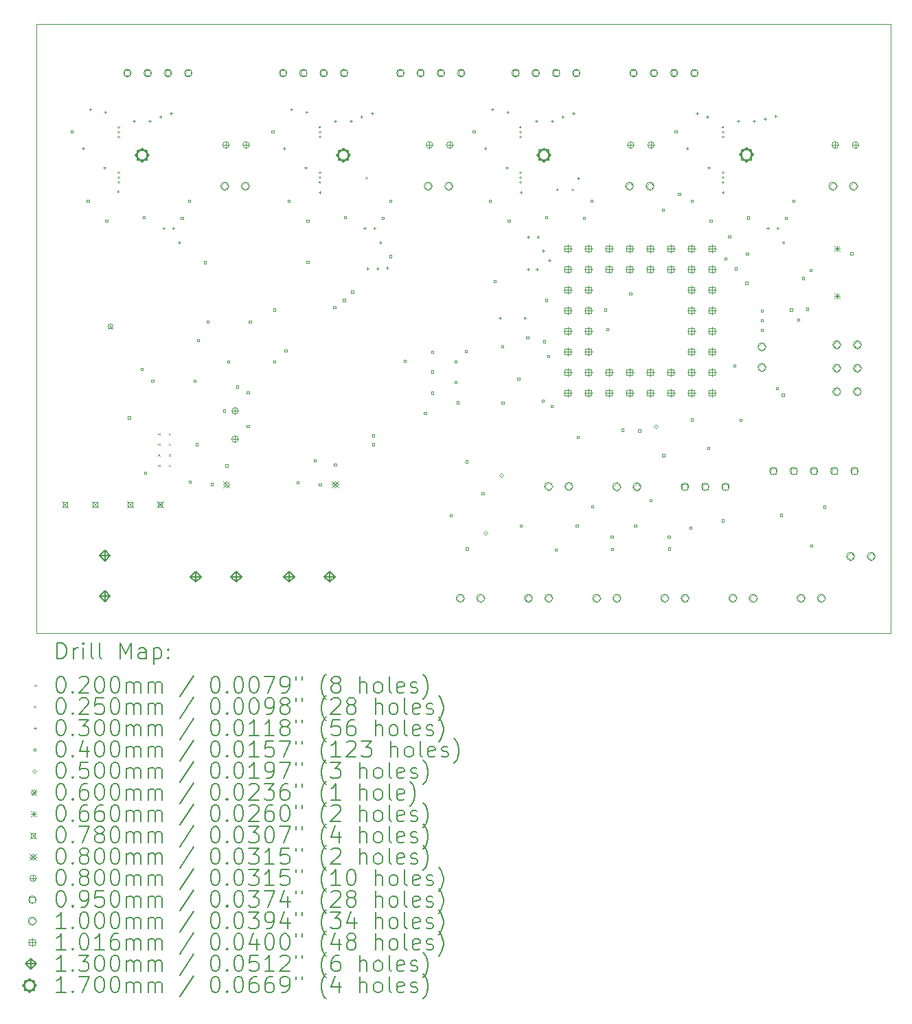
<source format=gbr>
%FSLAX45Y45*%
G04 Gerber Fmt 4.5, Leading zero omitted, Abs format (unit mm)*
G04 Created by KiCad (PCBNEW (6.0.6)) date 2022-09-07 20:29:56*
%MOMM*%
%LPD*%
G01*
G04 APERTURE LIST*
%TA.AperFunction,Profile*%
%ADD10C,0.025400*%
%TD*%
%ADD11C,0.200000*%
%ADD12C,0.020000*%
%ADD13C,0.025000*%
%ADD14C,0.030000*%
%ADD15C,0.040000*%
%ADD16C,0.050000*%
%ADD17C,0.060000*%
%ADD18C,0.066040*%
%ADD19C,0.078000*%
%ADD20C,0.080000*%
%ADD21C,0.095000*%
%ADD22C,0.100000*%
%ADD23C,0.101600*%
%ADD24C,0.130000*%
%ADD25C,0.170000*%
G04 APERTURE END LIST*
D10*
X9765000Y-6300520D02*
X9765000Y-13810000D01*
X20295260Y-6300000D02*
X9765000Y-6300520D01*
X20295260Y-13809480D02*
X20295260Y-6300000D01*
X9765000Y-13810000D02*
X20295260Y-13809480D01*
D11*
D12*
X11266000Y-11340000D02*
X11286000Y-11360000D01*
X11286000Y-11340000D02*
X11266000Y-11360000D01*
X11266000Y-11470000D02*
X11286000Y-11490000D01*
X11286000Y-11470000D02*
X11266000Y-11490000D01*
X11266000Y-11600000D02*
X11286000Y-11620000D01*
X11286000Y-11600000D02*
X11266000Y-11620000D01*
X11266000Y-11730000D02*
X11286000Y-11750000D01*
X11286000Y-11730000D02*
X11266000Y-11750000D01*
X11396000Y-11340000D02*
X11416000Y-11360000D01*
X11416000Y-11340000D02*
X11396000Y-11360000D01*
X11396000Y-11470000D02*
X11416000Y-11490000D01*
X11416000Y-11470000D02*
X11396000Y-11490000D01*
X11396000Y-11600000D02*
X11416000Y-11620000D01*
X11416000Y-11600000D02*
X11396000Y-11620000D01*
X11396000Y-11730000D02*
X11416000Y-11750000D01*
X11416000Y-11730000D02*
X11396000Y-11750000D01*
D13*
X10792500Y-7570000D02*
G75*
G03*
X10792500Y-7570000I-12500J0D01*
G01*
X10792500Y-7630000D02*
G75*
G03*
X10792500Y-7630000I-12500J0D01*
G01*
X10792500Y-7690000D02*
G75*
G03*
X10792500Y-7690000I-12500J0D01*
G01*
X10792500Y-8130000D02*
G75*
G03*
X10792500Y-8130000I-12500J0D01*
G01*
X10792500Y-8190000D02*
G75*
G03*
X10792500Y-8190000I-12500J0D01*
G01*
X10792500Y-8250000D02*
G75*
G03*
X10792500Y-8250000I-12500J0D01*
G01*
X13272500Y-7570000D02*
G75*
G03*
X13272500Y-7570000I-12500J0D01*
G01*
X13272500Y-7630000D02*
G75*
G03*
X13272500Y-7630000I-12500J0D01*
G01*
X13272500Y-7690000D02*
G75*
G03*
X13272500Y-7690000I-12500J0D01*
G01*
X13272500Y-8130000D02*
G75*
G03*
X13272500Y-8130000I-12500J0D01*
G01*
X13272500Y-8190000D02*
G75*
G03*
X13272500Y-8190000I-12500J0D01*
G01*
X13272500Y-8250000D02*
G75*
G03*
X13272500Y-8250000I-12500J0D01*
G01*
X13852500Y-8200000D02*
G75*
G03*
X13852500Y-8200000I-12500J0D01*
G01*
X15744950Y-7570000D02*
G75*
G03*
X15744950Y-7570000I-12500J0D01*
G01*
X15744950Y-7630000D02*
G75*
G03*
X15744950Y-7630000I-12500J0D01*
G01*
X15744950Y-7690000D02*
G75*
G03*
X15744950Y-7690000I-12500J0D01*
G01*
X15744950Y-8130000D02*
G75*
G03*
X15744950Y-8130000I-12500J0D01*
G01*
X15744950Y-8190000D02*
G75*
G03*
X15744950Y-8190000I-12500J0D01*
G01*
X15744950Y-8250000D02*
G75*
G03*
X15744950Y-8250000I-12500J0D01*
G01*
X16202500Y-8340000D02*
G75*
G03*
X16202500Y-8340000I-12500J0D01*
G01*
X16392500Y-8340000D02*
G75*
G03*
X16392500Y-8340000I-12500J0D01*
G01*
X16462500Y-8200000D02*
G75*
G03*
X16462500Y-8200000I-12500J0D01*
G01*
X18242500Y-7570000D02*
G75*
G03*
X18242500Y-7570000I-12500J0D01*
G01*
X18242500Y-7630000D02*
G75*
G03*
X18242500Y-7630000I-12500J0D01*
G01*
X18242500Y-7690000D02*
G75*
G03*
X18242500Y-7690000I-12500J0D01*
G01*
X18242500Y-8130000D02*
G75*
G03*
X18242500Y-8130000I-12500J0D01*
G01*
X18242500Y-8190000D02*
G75*
G03*
X18242500Y-8190000I-12500J0D01*
G01*
X18242500Y-8250000D02*
G75*
G03*
X18242500Y-8250000I-12500J0D01*
G01*
D14*
X10340000Y-7815000D02*
X10340000Y-7845000D01*
X10325000Y-7830000D02*
X10355000Y-7830000D01*
X10430000Y-7335000D02*
X10430000Y-7365000D01*
X10415000Y-7350000D02*
X10445000Y-7350000D01*
X10605000Y-8055000D02*
X10605000Y-8085000D01*
X10590000Y-8070000D02*
X10620000Y-8070000D01*
X10616796Y-7368441D02*
X10616796Y-7398441D01*
X10601796Y-7383441D02*
X10631796Y-7383441D01*
X10770000Y-8345000D02*
X10770000Y-8375000D01*
X10755000Y-8360000D02*
X10785000Y-8360000D01*
X10970000Y-7480000D02*
X10970000Y-7510000D01*
X10955000Y-7495000D02*
X10985000Y-7495000D01*
X11165000Y-7480000D02*
X11165000Y-7510000D01*
X11150000Y-7495000D02*
X11180000Y-7495000D01*
X11295000Y-7425000D02*
X11295000Y-7455000D01*
X11280000Y-7440000D02*
X11310000Y-7440000D01*
X11335000Y-8800000D02*
X11335000Y-8830000D01*
X11320000Y-8815000D02*
X11350000Y-8815000D01*
X11425000Y-7385000D02*
X11425000Y-7415000D01*
X11410000Y-7400000D02*
X11440000Y-7400000D01*
X11455000Y-8800000D02*
X11455000Y-8830000D01*
X11440000Y-8815000D02*
X11470000Y-8815000D01*
X11525000Y-8975000D02*
X11525000Y-9005000D01*
X11510000Y-8990000D02*
X11540000Y-8990000D01*
X12820000Y-7815000D02*
X12820000Y-7845000D01*
X12805000Y-7830000D02*
X12835000Y-7830000D01*
X12910000Y-7335000D02*
X12910000Y-7365000D01*
X12895000Y-7350000D02*
X12925000Y-7350000D01*
X13085000Y-8055000D02*
X13085000Y-8085000D01*
X13070000Y-8070000D02*
X13100000Y-8070000D01*
X13096796Y-7368441D02*
X13096796Y-7398441D01*
X13081796Y-7383441D02*
X13111796Y-7383441D01*
X13260000Y-8355000D02*
X13260000Y-8385000D01*
X13245000Y-8370000D02*
X13275000Y-8370000D01*
X13450000Y-7480000D02*
X13450000Y-7510000D01*
X13435000Y-7495000D02*
X13465000Y-7495000D01*
X13645000Y-7480000D02*
X13645000Y-7510000D01*
X13630000Y-7495000D02*
X13660000Y-7495000D01*
X13775000Y-7425000D02*
X13775000Y-7455000D01*
X13760000Y-7440000D02*
X13790000Y-7440000D01*
X13815000Y-8800000D02*
X13815000Y-8830000D01*
X13800000Y-8815000D02*
X13830000Y-8815000D01*
X13850000Y-9295000D02*
X13850000Y-9325000D01*
X13835000Y-9310000D02*
X13865000Y-9310000D01*
X13905000Y-7385000D02*
X13905000Y-7415000D01*
X13890000Y-7400000D02*
X13920000Y-7400000D01*
X13935000Y-8800000D02*
X13935000Y-8830000D01*
X13920000Y-8815000D02*
X13950000Y-8815000D01*
X13970000Y-9295000D02*
X13970000Y-9325000D01*
X13955000Y-9310000D02*
X13985000Y-9310000D01*
X14005000Y-8975000D02*
X14005000Y-9005000D01*
X13990000Y-8990000D02*
X14020000Y-8990000D01*
X14090000Y-9287450D02*
X14090000Y-9317450D01*
X14075000Y-9302450D02*
X14105000Y-9302450D01*
X15300000Y-7815000D02*
X15300000Y-7845000D01*
X15285000Y-7830000D02*
X15315000Y-7830000D01*
X15390000Y-7335000D02*
X15390000Y-7365000D01*
X15375000Y-7350000D02*
X15405000Y-7350000D01*
X15480000Y-9905000D02*
X15480000Y-9935000D01*
X15465000Y-9920000D02*
X15495000Y-9920000D01*
X15565000Y-8055000D02*
X15565000Y-8085000D01*
X15550000Y-8070000D02*
X15580000Y-8070000D01*
X15576796Y-7368441D02*
X15576796Y-7398441D01*
X15561796Y-7383441D02*
X15591796Y-7383441D01*
X15740000Y-8355000D02*
X15740000Y-8385000D01*
X15725000Y-8370000D02*
X15755000Y-8370000D01*
X15790000Y-9905000D02*
X15790000Y-9935000D01*
X15775000Y-9920000D02*
X15805000Y-9920000D01*
X15830000Y-8905000D02*
X15830000Y-8935000D01*
X15815000Y-8920000D02*
X15845000Y-8920000D01*
X15830000Y-9305000D02*
X15830000Y-9335000D01*
X15815000Y-9320000D02*
X15845000Y-9320000D01*
X15930000Y-7480000D02*
X15930000Y-7510000D01*
X15915000Y-7495000D02*
X15945000Y-7495000D01*
X15940000Y-9305000D02*
X15940000Y-9335000D01*
X15925000Y-9320000D02*
X15955000Y-9320000D01*
X15950000Y-8905000D02*
X15950000Y-8935000D01*
X15935000Y-8920000D02*
X15965000Y-8920000D01*
X16015662Y-9077265D02*
X16015662Y-9107265D01*
X16000662Y-9092265D02*
X16030662Y-9092265D01*
X16090000Y-9195000D02*
X16090000Y-9225000D01*
X16075000Y-9210000D02*
X16105000Y-9210000D01*
X16125000Y-7480000D02*
X16125000Y-7510000D01*
X16110000Y-7495000D02*
X16140000Y-7495000D01*
X16255000Y-7425000D02*
X16255000Y-7455000D01*
X16240000Y-7440000D02*
X16270000Y-7440000D01*
X16385000Y-7385000D02*
X16385000Y-7415000D01*
X16370000Y-7400000D02*
X16400000Y-7400000D01*
X17790000Y-7815000D02*
X17790000Y-7845000D01*
X17775000Y-7830000D02*
X17805000Y-7830000D01*
X17910000Y-7385000D02*
X17910000Y-7415000D01*
X17895000Y-7400000D02*
X17925000Y-7400000D01*
X18040000Y-7425000D02*
X18040000Y-7455000D01*
X18025000Y-7440000D02*
X18055000Y-7440000D01*
X18055000Y-8055000D02*
X18055000Y-8085000D01*
X18040000Y-8070000D02*
X18070000Y-8070000D01*
X18230000Y-8355000D02*
X18230000Y-8385000D01*
X18215000Y-8370000D02*
X18245000Y-8370000D01*
X18420000Y-7480000D02*
X18420000Y-7510000D01*
X18405000Y-7495000D02*
X18435000Y-7495000D01*
X18615000Y-7480000D02*
X18615000Y-7510000D01*
X18600000Y-7495000D02*
X18630000Y-7495000D01*
X18747036Y-7449576D02*
X18747036Y-7479576D01*
X18732036Y-7464576D02*
X18762036Y-7464576D01*
X18785000Y-8800000D02*
X18785000Y-8830000D01*
X18770000Y-8815000D02*
X18800000Y-8815000D01*
X18880000Y-7415000D02*
X18880000Y-7445000D01*
X18865000Y-7430000D02*
X18895000Y-7430000D01*
X18905000Y-8800000D02*
X18905000Y-8830000D01*
X18890000Y-8815000D02*
X18920000Y-8815000D01*
X18975000Y-8975000D02*
X18975000Y-9005000D01*
X18960000Y-8990000D02*
X18990000Y-8990000D01*
D15*
X10214142Y-7634142D02*
X10214142Y-7605858D01*
X10185858Y-7605858D01*
X10185858Y-7634142D01*
X10214142Y-7634142D01*
X10414142Y-8494142D02*
X10414142Y-8465858D01*
X10385858Y-8465858D01*
X10385858Y-8494142D01*
X10414142Y-8494142D01*
X10644142Y-8739142D02*
X10644142Y-8710858D01*
X10615858Y-8710858D01*
X10615858Y-8739142D01*
X10644142Y-8739142D01*
X10924142Y-11164142D02*
X10924142Y-11135858D01*
X10895858Y-11135858D01*
X10895858Y-11164142D01*
X10924142Y-11164142D01*
X11079142Y-10564142D02*
X11079142Y-10535858D01*
X11050858Y-10535858D01*
X11050858Y-10564142D01*
X11079142Y-10564142D01*
X11104142Y-8694142D02*
X11104142Y-8665858D01*
X11075858Y-8665858D01*
X11075858Y-8694142D01*
X11104142Y-8694142D01*
X11124142Y-11844142D02*
X11124142Y-11815858D01*
X11095858Y-11815858D01*
X11095858Y-11844142D01*
X11124142Y-11844142D01*
X11210392Y-10707892D02*
X11210392Y-10679608D01*
X11182108Y-10679608D01*
X11182108Y-10707892D01*
X11210392Y-10707892D01*
X11574142Y-8704142D02*
X11574142Y-8675858D01*
X11545858Y-8675858D01*
X11545858Y-8704142D01*
X11574142Y-8704142D01*
X11664142Y-8494142D02*
X11664142Y-8465858D01*
X11635858Y-8465858D01*
X11635858Y-8494142D01*
X11664142Y-8494142D01*
X11674142Y-11954142D02*
X11674142Y-11925858D01*
X11645858Y-11925858D01*
X11645858Y-11954142D01*
X11674142Y-11954142D01*
X11734142Y-10707892D02*
X11734142Y-10679608D01*
X11705858Y-10679608D01*
X11705858Y-10707892D01*
X11734142Y-10707892D01*
X11759142Y-11494142D02*
X11759142Y-11465858D01*
X11730858Y-11465858D01*
X11730858Y-11494142D01*
X11759142Y-11494142D01*
X11774142Y-10208142D02*
X11774142Y-10179858D01*
X11745858Y-10179858D01*
X11745858Y-10208142D01*
X11774142Y-10208142D01*
X11859142Y-9249142D02*
X11859142Y-9220858D01*
X11830858Y-9220858D01*
X11830858Y-9249142D01*
X11859142Y-9249142D01*
X11894142Y-9979142D02*
X11894142Y-9950858D01*
X11865858Y-9950858D01*
X11865858Y-9979142D01*
X11894142Y-9979142D01*
X11944142Y-11984142D02*
X11944142Y-11955858D01*
X11915858Y-11955858D01*
X11915858Y-11984142D01*
X11944142Y-11984142D01*
X12094407Y-11078877D02*
X12094407Y-11050593D01*
X12066123Y-11050593D01*
X12066123Y-11078877D01*
X12094407Y-11078877D01*
X12124142Y-11754142D02*
X12124142Y-11725858D01*
X12095858Y-11725858D01*
X12095858Y-11754142D01*
X12124142Y-11754142D01*
X12147892Y-10470392D02*
X12147892Y-10442108D01*
X12119608Y-10442108D01*
X12119608Y-10470392D01*
X12147892Y-10470392D01*
X12259142Y-10781692D02*
X12259142Y-10753408D01*
X12230858Y-10753408D01*
X12230858Y-10781692D01*
X12259142Y-10781692D01*
X12389142Y-10854142D02*
X12389142Y-10825858D01*
X12360858Y-10825858D01*
X12360858Y-10854142D01*
X12389142Y-10854142D01*
X12389142Y-11268877D02*
X12389142Y-11240593D01*
X12360858Y-11240593D01*
X12360858Y-11268877D01*
X12389142Y-11268877D01*
X12414142Y-9979142D02*
X12414142Y-9950858D01*
X12385858Y-9950858D01*
X12385858Y-9979142D01*
X12414142Y-9979142D01*
X12694142Y-7634142D02*
X12694142Y-7605858D01*
X12665858Y-7605858D01*
X12665858Y-7634142D01*
X12694142Y-7634142D01*
X12712892Y-9834142D02*
X12712892Y-9805858D01*
X12684608Y-9805858D01*
X12684608Y-9834142D01*
X12712892Y-9834142D01*
X12712892Y-10470392D02*
X12712892Y-10442108D01*
X12684608Y-10442108D01*
X12684608Y-10470392D01*
X12712892Y-10470392D01*
X12854142Y-10339142D02*
X12854142Y-10310858D01*
X12825858Y-10310858D01*
X12825858Y-10339142D01*
X12854142Y-10339142D01*
X12894142Y-8494142D02*
X12894142Y-8465858D01*
X12865858Y-8465858D01*
X12865858Y-8494142D01*
X12894142Y-8494142D01*
X13004142Y-11964142D02*
X13004142Y-11935858D01*
X12975858Y-11935858D01*
X12975858Y-11964142D01*
X13004142Y-11964142D01*
X13124142Y-8739142D02*
X13124142Y-8710858D01*
X13095858Y-8710858D01*
X13095858Y-8739142D01*
X13124142Y-8739142D01*
X13124142Y-9244142D02*
X13124142Y-9215858D01*
X13095858Y-9215858D01*
X13095858Y-9244142D01*
X13124142Y-9244142D01*
X13214142Y-11694142D02*
X13214142Y-11665858D01*
X13185858Y-11665858D01*
X13185858Y-11694142D01*
X13214142Y-11694142D01*
X13276142Y-11985642D02*
X13276142Y-11957358D01*
X13247858Y-11957358D01*
X13247858Y-11985642D01*
X13276142Y-11985642D01*
X13454142Y-9804142D02*
X13454142Y-9775858D01*
X13425858Y-9775858D01*
X13425858Y-9804142D01*
X13454142Y-9804142D01*
X13464142Y-11744142D02*
X13464142Y-11715858D01*
X13435858Y-11715858D01*
X13435858Y-11744142D01*
X13464142Y-11744142D01*
X13574142Y-9714142D02*
X13574142Y-9685858D01*
X13545858Y-9685858D01*
X13545858Y-9714142D01*
X13574142Y-9714142D01*
X13584142Y-8694142D02*
X13584142Y-8665858D01*
X13555858Y-8665858D01*
X13555858Y-8694142D01*
X13584142Y-8694142D01*
X13674142Y-9614142D02*
X13674142Y-9585858D01*
X13645858Y-9585858D01*
X13645858Y-9614142D01*
X13674142Y-9614142D01*
X13934142Y-11384142D02*
X13934142Y-11355858D01*
X13905858Y-11355858D01*
X13905858Y-11384142D01*
X13934142Y-11384142D01*
X13934142Y-11494142D02*
X13934142Y-11465858D01*
X13905858Y-11465858D01*
X13905858Y-11494142D01*
X13934142Y-11494142D01*
X14054142Y-8704142D02*
X14054142Y-8675858D01*
X14025858Y-8675858D01*
X14025858Y-8704142D01*
X14054142Y-8704142D01*
X14144142Y-8494142D02*
X14144142Y-8465858D01*
X14115858Y-8465858D01*
X14115858Y-8494142D01*
X14144142Y-8494142D01*
X14144142Y-9174142D02*
X14144142Y-9145858D01*
X14115858Y-9145858D01*
X14115858Y-9174142D01*
X14144142Y-9174142D01*
X14323642Y-10466642D02*
X14323642Y-10438358D01*
X14295358Y-10438358D01*
X14295358Y-10466642D01*
X14323642Y-10466642D01*
X14573142Y-11106142D02*
X14573142Y-11077858D01*
X14544858Y-11077858D01*
X14544858Y-11106142D01*
X14573142Y-11106142D01*
X14658642Y-10351642D02*
X14658642Y-10323358D01*
X14630358Y-10323358D01*
X14630358Y-10351642D01*
X14658642Y-10351642D01*
X14658642Y-10596642D02*
X14658642Y-10568358D01*
X14630358Y-10568358D01*
X14630358Y-10596642D01*
X14658642Y-10596642D01*
X14658642Y-10856642D02*
X14658642Y-10828358D01*
X14630358Y-10828358D01*
X14630358Y-10856642D01*
X14658642Y-10856642D01*
X14889142Y-12369142D02*
X14889142Y-12340858D01*
X14860858Y-12340858D01*
X14860858Y-12369142D01*
X14889142Y-12369142D01*
X14948642Y-10471642D02*
X14948642Y-10443358D01*
X14920358Y-10443358D01*
X14920358Y-10471642D01*
X14948642Y-10471642D01*
X14948642Y-10726642D02*
X14948642Y-10698358D01*
X14920358Y-10698358D01*
X14920358Y-10726642D01*
X14948642Y-10726642D01*
X14974142Y-10976642D02*
X14974142Y-10948358D01*
X14945858Y-10948358D01*
X14945858Y-10976642D01*
X14974142Y-10976642D01*
X15074142Y-10344142D02*
X15074142Y-10315858D01*
X15045858Y-10315858D01*
X15045858Y-10344142D01*
X15074142Y-10344142D01*
X15084142Y-11704142D02*
X15084142Y-11675858D01*
X15055858Y-11675858D01*
X15055858Y-11704142D01*
X15084142Y-11704142D01*
X15089142Y-12779142D02*
X15089142Y-12750858D01*
X15060858Y-12750858D01*
X15060858Y-12779142D01*
X15089142Y-12779142D01*
X15174142Y-7634142D02*
X15174142Y-7605858D01*
X15145858Y-7605858D01*
X15145858Y-7634142D01*
X15174142Y-7634142D01*
X15284142Y-12099142D02*
X15284142Y-12070858D01*
X15255858Y-12070858D01*
X15255858Y-12099142D01*
X15284142Y-12099142D01*
X15374142Y-8494142D02*
X15374142Y-8465858D01*
X15345858Y-8465858D01*
X15345858Y-8494142D01*
X15374142Y-8494142D01*
X15434142Y-9484142D02*
X15434142Y-9455858D01*
X15405858Y-9455858D01*
X15405858Y-9484142D01*
X15434142Y-9484142D01*
X15526142Y-10284142D02*
X15526142Y-10255858D01*
X15497858Y-10255858D01*
X15497858Y-10284142D01*
X15526142Y-10284142D01*
X15528642Y-10981642D02*
X15528642Y-10953358D01*
X15500358Y-10953358D01*
X15500358Y-10981642D01*
X15528642Y-10981642D01*
X15604142Y-8739142D02*
X15604142Y-8710858D01*
X15575858Y-8710858D01*
X15575858Y-8739142D01*
X15604142Y-8739142D01*
X15724142Y-10684142D02*
X15724142Y-10655858D01*
X15695858Y-10655858D01*
X15695858Y-10684142D01*
X15724142Y-10684142D01*
X15754142Y-12494142D02*
X15754142Y-12465858D01*
X15725858Y-12465858D01*
X15725858Y-12494142D01*
X15754142Y-12494142D01*
X15834142Y-10174142D02*
X15834142Y-10145858D01*
X15805858Y-10145858D01*
X15805858Y-10174142D01*
X15834142Y-10174142D01*
X16024142Y-10954142D02*
X16024142Y-10925858D01*
X15995858Y-10925858D01*
X15995858Y-10954142D01*
X16024142Y-10954142D01*
X16044142Y-10224142D02*
X16044142Y-10195858D01*
X16015858Y-10195858D01*
X16015858Y-10224142D01*
X16044142Y-10224142D01*
X16064142Y-8694142D02*
X16064142Y-8665858D01*
X16035858Y-8665858D01*
X16035858Y-8694142D01*
X16064142Y-8694142D01*
X16064142Y-9714142D02*
X16064142Y-9685858D01*
X16035858Y-9685858D01*
X16035858Y-9714142D01*
X16064142Y-9714142D01*
X16094142Y-10404142D02*
X16094142Y-10375858D01*
X16065858Y-10375858D01*
X16065858Y-10404142D01*
X16094142Y-10404142D01*
X16134142Y-11024142D02*
X16134142Y-10995858D01*
X16105858Y-10995858D01*
X16105858Y-11024142D01*
X16134142Y-11024142D01*
X16187892Y-12794142D02*
X16187892Y-12765858D01*
X16159608Y-12765858D01*
X16159608Y-12794142D01*
X16187892Y-12794142D01*
X16444142Y-12494142D02*
X16444142Y-12465858D01*
X16415858Y-12465858D01*
X16415858Y-12494142D01*
X16444142Y-12494142D01*
X16454142Y-11404142D02*
X16454142Y-11375858D01*
X16425858Y-11375858D01*
X16425858Y-11404142D01*
X16454142Y-11404142D01*
X16534142Y-8704142D02*
X16534142Y-8675858D01*
X16505858Y-8675858D01*
X16505858Y-8704142D01*
X16534142Y-8704142D01*
X16624142Y-8494142D02*
X16624142Y-8465858D01*
X16595858Y-8465858D01*
X16595858Y-8494142D01*
X16624142Y-8494142D01*
X16636642Y-12261642D02*
X16636642Y-12233358D01*
X16608358Y-12233358D01*
X16608358Y-12261642D01*
X16636642Y-12261642D01*
X16794142Y-9834142D02*
X16794142Y-9805858D01*
X16765858Y-9805858D01*
X16765858Y-9834142D01*
X16794142Y-9834142D01*
X16821363Y-10074142D02*
X16821363Y-10045858D01*
X16793079Y-10045858D01*
X16793079Y-10074142D01*
X16821363Y-10074142D01*
X16874142Y-12634142D02*
X16874142Y-12605858D01*
X16845858Y-12605858D01*
X16845858Y-12634142D01*
X16874142Y-12634142D01*
X16877892Y-12785392D02*
X16877892Y-12757108D01*
X16849608Y-12757108D01*
X16849608Y-12785392D01*
X16877892Y-12785392D01*
X17009142Y-11314142D02*
X17009142Y-11285858D01*
X16980858Y-11285858D01*
X16980858Y-11314142D01*
X17009142Y-11314142D01*
X17104142Y-9634142D02*
X17104142Y-9605858D01*
X17075858Y-9605858D01*
X17075858Y-9634142D01*
X17104142Y-9634142D01*
X17164142Y-12494142D02*
X17164142Y-12465858D01*
X17135858Y-12465858D01*
X17135858Y-12494142D01*
X17164142Y-12494142D01*
X17214142Y-11324142D02*
X17214142Y-11295858D01*
X17185858Y-11295858D01*
X17185858Y-11324142D01*
X17214142Y-11324142D01*
X17354142Y-12184142D02*
X17354142Y-12155858D01*
X17325858Y-12155858D01*
X17325858Y-12184142D01*
X17354142Y-12184142D01*
X17504142Y-8604142D02*
X17504142Y-8575858D01*
X17475858Y-8575858D01*
X17475858Y-8604142D01*
X17504142Y-8604142D01*
X17509142Y-11629142D02*
X17509142Y-11600858D01*
X17480858Y-11600858D01*
X17480858Y-11629142D01*
X17509142Y-11629142D01*
X17579142Y-12634142D02*
X17579142Y-12605858D01*
X17550858Y-12605858D01*
X17550858Y-12634142D01*
X17579142Y-12634142D01*
X17582892Y-12780392D02*
X17582892Y-12752108D01*
X17554608Y-12752108D01*
X17554608Y-12780392D01*
X17582892Y-12780392D01*
X17664142Y-7634142D02*
X17664142Y-7605858D01*
X17635858Y-7605858D01*
X17635858Y-7634142D01*
X17664142Y-7634142D01*
X17704142Y-8404142D02*
X17704142Y-8375858D01*
X17675858Y-8375858D01*
X17675858Y-8404142D01*
X17704142Y-8404142D01*
X17845392Y-12524142D02*
X17845392Y-12495858D01*
X17817108Y-12495858D01*
X17817108Y-12524142D01*
X17845392Y-12524142D01*
X17859142Y-11189142D02*
X17859142Y-11160858D01*
X17830858Y-11160858D01*
X17830858Y-11189142D01*
X17859142Y-11189142D01*
X17864142Y-8494142D02*
X17864142Y-8465858D01*
X17835858Y-8465858D01*
X17835858Y-8494142D01*
X17864142Y-8494142D01*
X18064142Y-11539142D02*
X18064142Y-11510858D01*
X18035858Y-11510858D01*
X18035858Y-11539142D01*
X18064142Y-11539142D01*
X18094142Y-8739142D02*
X18094142Y-8710858D01*
X18065858Y-8710858D01*
X18065858Y-8739142D01*
X18094142Y-8739142D01*
X18244142Y-12434142D02*
X18244142Y-12405858D01*
X18215858Y-12405858D01*
X18215858Y-12434142D01*
X18244142Y-12434142D01*
X18274142Y-9204142D02*
X18274142Y-9175858D01*
X18245858Y-9175858D01*
X18245858Y-9204142D01*
X18274142Y-9204142D01*
X18324142Y-8934142D02*
X18324142Y-8905858D01*
X18295858Y-8905858D01*
X18295858Y-8934142D01*
X18324142Y-8934142D01*
X18384142Y-10524142D02*
X18384142Y-10495858D01*
X18355858Y-10495858D01*
X18355858Y-10524142D01*
X18384142Y-10524142D01*
X18404142Y-9324142D02*
X18404142Y-9295858D01*
X18375858Y-9295858D01*
X18375858Y-9324142D01*
X18404142Y-9324142D01*
X18464142Y-11194142D02*
X18464142Y-11165858D01*
X18435858Y-11165858D01*
X18435858Y-11194142D01*
X18464142Y-11194142D01*
X18534142Y-9504142D02*
X18534142Y-9475858D01*
X18505858Y-9475858D01*
X18505858Y-9504142D01*
X18534142Y-9504142D01*
X18544142Y-9144142D02*
X18544142Y-9115858D01*
X18515858Y-9115858D01*
X18515858Y-9144142D01*
X18544142Y-9144142D01*
X18554142Y-8697892D02*
X18554142Y-8669608D01*
X18525858Y-8669608D01*
X18525858Y-8697892D01*
X18554142Y-8697892D01*
X18724142Y-9844142D02*
X18724142Y-9815858D01*
X18695858Y-9815858D01*
X18695858Y-9844142D01*
X18724142Y-9844142D01*
X18724142Y-9964142D02*
X18724142Y-9935858D01*
X18695858Y-9935858D01*
X18695858Y-9964142D01*
X18724142Y-9964142D01*
X18724142Y-10084142D02*
X18724142Y-10055858D01*
X18695858Y-10055858D01*
X18695858Y-10084142D01*
X18724142Y-10084142D01*
X18914142Y-10804142D02*
X18914142Y-10775858D01*
X18885858Y-10775858D01*
X18885858Y-10804142D01*
X18914142Y-10804142D01*
X18964142Y-12364142D02*
X18964142Y-12335858D01*
X18935858Y-12335858D01*
X18935858Y-12364142D01*
X18964142Y-12364142D01*
X18984142Y-10884142D02*
X18984142Y-10855858D01*
X18955858Y-10855858D01*
X18955858Y-10884142D01*
X18984142Y-10884142D01*
X19024142Y-8704142D02*
X19024142Y-8675858D01*
X18995858Y-8675858D01*
X18995858Y-8704142D01*
X19024142Y-8704142D01*
X19084142Y-9834142D02*
X19084142Y-9805858D01*
X19055858Y-9805858D01*
X19055858Y-9834142D01*
X19084142Y-9834142D01*
X19114142Y-8494142D02*
X19114142Y-8465858D01*
X19085858Y-8465858D01*
X19085858Y-8494142D01*
X19114142Y-8494142D01*
X19174142Y-9954142D02*
X19174142Y-9925858D01*
X19145858Y-9925858D01*
X19145858Y-9954142D01*
X19174142Y-9954142D01*
X19234142Y-9444142D02*
X19234142Y-9415858D01*
X19205858Y-9415858D01*
X19205858Y-9444142D01*
X19234142Y-9444142D01*
X19284142Y-9824142D02*
X19284142Y-9795858D01*
X19255858Y-9795858D01*
X19255858Y-9824142D01*
X19284142Y-9824142D01*
X19324142Y-9344142D02*
X19324142Y-9315858D01*
X19295858Y-9315858D01*
X19295858Y-9344142D01*
X19324142Y-9344142D01*
X19334142Y-12744142D02*
X19334142Y-12715858D01*
X19305858Y-12715858D01*
X19305858Y-12744142D01*
X19334142Y-12744142D01*
X19494142Y-12264142D02*
X19494142Y-12235858D01*
X19465858Y-12235858D01*
X19465858Y-12264142D01*
X19494142Y-12264142D01*
X19829142Y-9139142D02*
X19829142Y-9110858D01*
X19800858Y-9110858D01*
X19800858Y-9139142D01*
X19829142Y-9139142D01*
D16*
X15305000Y-12595000D02*
X15330000Y-12570000D01*
X15305000Y-12545000D01*
X15280000Y-12570000D01*
X15305000Y-12595000D01*
X15495000Y-11885000D02*
X15520000Y-11860000D01*
X15495000Y-11835000D01*
X15470000Y-11860000D01*
X15495000Y-11885000D01*
X17400000Y-11285000D02*
X17425000Y-11260000D01*
X17400000Y-11235000D01*
X17375000Y-11260000D01*
X17400000Y-11285000D01*
D17*
X10650000Y-9995000D02*
X10710000Y-10055000D01*
X10710000Y-9995000D02*
X10650000Y-10055000D01*
X10710000Y-10025000D02*
G75*
G03*
X10710000Y-10025000I-30000J0D01*
G01*
D18*
X19606900Y-9035980D02*
X19672940Y-9102020D01*
X19672940Y-9035980D02*
X19606900Y-9102020D01*
X19639920Y-9035980D02*
X19639920Y-9102020D01*
X19606900Y-9069000D02*
X19672940Y-9069000D01*
X19606900Y-9613980D02*
X19672940Y-9680020D01*
X19672940Y-9613980D02*
X19606900Y-9680020D01*
X19639920Y-9613980D02*
X19639920Y-9680020D01*
X19606900Y-9647000D02*
X19672940Y-9647000D01*
D19*
X10081000Y-12181000D02*
X10159000Y-12259000D01*
X10159000Y-12181000D02*
X10081000Y-12259000D01*
X10147577Y-12247577D02*
X10147577Y-12192423D01*
X10092423Y-12192423D01*
X10092423Y-12247577D01*
X10147577Y-12247577D01*
X10451000Y-12181000D02*
X10529000Y-12259000D01*
X10529000Y-12181000D02*
X10451000Y-12259000D01*
X10517577Y-12247577D02*
X10517577Y-12192423D01*
X10462423Y-12192423D01*
X10462423Y-12247577D01*
X10517577Y-12247577D01*
X10881000Y-12181000D02*
X10959000Y-12259000D01*
X10959000Y-12181000D02*
X10881000Y-12259000D01*
X10947577Y-12247577D02*
X10947577Y-12192423D01*
X10892423Y-12192423D01*
X10892423Y-12247577D01*
X10947577Y-12247577D01*
X11251000Y-12181000D02*
X11329000Y-12259000D01*
X11329000Y-12181000D02*
X11251000Y-12259000D01*
X11317577Y-12247577D02*
X11317577Y-12192423D01*
X11262423Y-12192423D01*
X11262423Y-12247577D01*
X11317577Y-12247577D01*
D20*
X12067500Y-11932500D02*
X12147500Y-12012500D01*
X12147500Y-11932500D02*
X12067500Y-12012500D01*
X12107500Y-12012500D02*
X12147500Y-11972500D01*
X12107500Y-11932500D01*
X12067500Y-11972500D01*
X12107500Y-12012500D01*
X13410000Y-11932000D02*
X13490000Y-12012000D01*
X13490000Y-11932000D02*
X13410000Y-12012000D01*
X13450000Y-12012000D02*
X13490000Y-11972000D01*
X13450000Y-11932000D01*
X13410000Y-11972000D01*
X13450000Y-12012000D01*
X12101762Y-7747500D02*
X12101762Y-7827500D01*
X12061762Y-7787500D02*
X12141762Y-7787500D01*
X12141762Y-7787500D02*
G75*
G03*
X12141762Y-7787500I-40000J0D01*
G01*
X12215000Y-11024735D02*
X12215000Y-11104735D01*
X12175000Y-11064735D02*
X12255000Y-11064735D01*
X12255000Y-11064735D02*
G75*
G03*
X12255000Y-11064735I-40000J0D01*
G01*
X12215000Y-11374735D02*
X12215000Y-11454735D01*
X12175000Y-11414735D02*
X12255000Y-11414735D01*
X12255000Y-11414735D02*
G75*
G03*
X12255000Y-11414735I-40000J0D01*
G01*
X12351762Y-7747500D02*
X12351762Y-7827500D01*
X12311762Y-7787500D02*
X12391762Y-7787500D01*
X12391762Y-7787500D02*
G75*
G03*
X12391762Y-7787500I-40000J0D01*
G01*
X14611762Y-7746841D02*
X14611762Y-7826841D01*
X14571762Y-7786841D02*
X14651762Y-7786841D01*
X14651762Y-7786841D02*
G75*
G03*
X14651762Y-7786841I-40000J0D01*
G01*
X14861762Y-7746841D02*
X14861762Y-7826841D01*
X14821762Y-7786841D02*
X14901762Y-7786841D01*
X14901762Y-7786841D02*
G75*
G03*
X14901762Y-7786841I-40000J0D01*
G01*
X17092500Y-7747500D02*
X17092500Y-7827500D01*
X17052500Y-7787500D02*
X17132500Y-7787500D01*
X17132500Y-7787500D02*
G75*
G03*
X17132500Y-7787500I-40000J0D01*
G01*
X17342500Y-7747500D02*
X17342500Y-7827500D01*
X17302500Y-7787500D02*
X17382500Y-7787500D01*
X17382500Y-7787500D02*
G75*
G03*
X17382500Y-7787500I-40000J0D01*
G01*
X19614002Y-7747341D02*
X19614002Y-7827341D01*
X19574002Y-7787341D02*
X19654002Y-7787341D01*
X19654002Y-7787341D02*
G75*
G03*
X19654002Y-7787341I-40000J0D01*
G01*
X19864002Y-7747341D02*
X19864002Y-7827341D01*
X19824002Y-7787341D02*
X19904002Y-7787341D01*
X19904002Y-7787341D02*
G75*
G03*
X19904002Y-7787341I-40000J0D01*
G01*
D21*
X10921088Y-6935588D02*
X10921088Y-6868412D01*
X10853912Y-6868412D01*
X10853912Y-6935588D01*
X10921088Y-6935588D01*
X10935000Y-6902000D02*
G75*
G03*
X10935000Y-6902000I-47500J0D01*
G01*
X11171088Y-6935588D02*
X11171088Y-6868412D01*
X11103912Y-6868412D01*
X11103912Y-6935588D01*
X11171088Y-6935588D01*
X11185000Y-6902000D02*
G75*
G03*
X11185000Y-6902000I-47500J0D01*
G01*
X11421088Y-6935588D02*
X11421088Y-6868412D01*
X11353912Y-6868412D01*
X11353912Y-6935588D01*
X11421088Y-6935588D01*
X11435000Y-6902000D02*
G75*
G03*
X11435000Y-6902000I-47500J0D01*
G01*
X11671088Y-6935588D02*
X11671088Y-6868412D01*
X11603912Y-6868412D01*
X11603912Y-6935588D01*
X11671088Y-6935588D01*
X11685000Y-6902000D02*
G75*
G03*
X11685000Y-6902000I-47500J0D01*
G01*
X12841088Y-6935588D02*
X12841088Y-6868412D01*
X12773912Y-6868412D01*
X12773912Y-6935588D01*
X12841088Y-6935588D01*
X12855000Y-6902000D02*
G75*
G03*
X12855000Y-6902000I-47500J0D01*
G01*
X13091088Y-6935588D02*
X13091088Y-6868412D01*
X13023912Y-6868412D01*
X13023912Y-6935588D01*
X13091088Y-6935588D01*
X13105000Y-6902000D02*
G75*
G03*
X13105000Y-6902000I-47500J0D01*
G01*
X13341088Y-6935588D02*
X13341088Y-6868412D01*
X13273912Y-6868412D01*
X13273912Y-6935588D01*
X13341088Y-6935588D01*
X13355000Y-6902000D02*
G75*
G03*
X13355000Y-6902000I-47500J0D01*
G01*
X13591088Y-6935588D02*
X13591088Y-6868412D01*
X13523912Y-6868412D01*
X13523912Y-6935588D01*
X13591088Y-6935588D01*
X13605000Y-6902000D02*
G75*
G03*
X13605000Y-6902000I-47500J0D01*
G01*
X14286088Y-6935588D02*
X14286088Y-6868412D01*
X14218912Y-6868412D01*
X14218912Y-6935588D01*
X14286088Y-6935588D01*
X14300000Y-6902000D02*
G75*
G03*
X14300000Y-6902000I-47500J0D01*
G01*
X14536088Y-6935588D02*
X14536088Y-6868412D01*
X14468912Y-6868412D01*
X14468912Y-6935588D01*
X14536088Y-6935588D01*
X14550000Y-6902000D02*
G75*
G03*
X14550000Y-6902000I-47500J0D01*
G01*
X14786088Y-6935588D02*
X14786088Y-6868412D01*
X14718912Y-6868412D01*
X14718912Y-6935588D01*
X14786088Y-6935588D01*
X14800000Y-6902000D02*
G75*
G03*
X14800000Y-6902000I-47500J0D01*
G01*
X15036088Y-6935588D02*
X15036088Y-6868412D01*
X14968912Y-6868412D01*
X14968912Y-6935588D01*
X15036088Y-6935588D01*
X15050000Y-6902000D02*
G75*
G03*
X15050000Y-6902000I-47500J0D01*
G01*
X15706088Y-6935588D02*
X15706088Y-6868412D01*
X15638912Y-6868412D01*
X15638912Y-6935588D01*
X15706088Y-6935588D01*
X15720000Y-6902000D02*
G75*
G03*
X15720000Y-6902000I-47500J0D01*
G01*
X15956088Y-6935588D02*
X15956088Y-6868412D01*
X15888912Y-6868412D01*
X15888912Y-6935588D01*
X15956088Y-6935588D01*
X15970000Y-6902000D02*
G75*
G03*
X15970000Y-6902000I-47500J0D01*
G01*
X16206088Y-6935588D02*
X16206088Y-6868412D01*
X16138912Y-6868412D01*
X16138912Y-6935588D01*
X16206088Y-6935588D01*
X16220000Y-6902000D02*
G75*
G03*
X16220000Y-6902000I-47500J0D01*
G01*
X16456088Y-6935588D02*
X16456088Y-6868412D01*
X16388912Y-6868412D01*
X16388912Y-6935588D01*
X16456088Y-6935588D01*
X16470000Y-6902000D02*
G75*
G03*
X16470000Y-6902000I-47500J0D01*
G01*
X17161088Y-6935588D02*
X17161088Y-6868412D01*
X17093912Y-6868412D01*
X17093912Y-6935588D01*
X17161088Y-6935588D01*
X17175000Y-6902000D02*
G75*
G03*
X17175000Y-6902000I-47500J0D01*
G01*
X17411088Y-6935588D02*
X17411088Y-6868412D01*
X17343912Y-6868412D01*
X17343912Y-6935588D01*
X17411088Y-6935588D01*
X17425000Y-6902000D02*
G75*
G03*
X17425000Y-6902000I-47500J0D01*
G01*
X17661088Y-6935588D02*
X17661088Y-6868412D01*
X17593912Y-6868412D01*
X17593912Y-6935588D01*
X17661088Y-6935588D01*
X17675000Y-6902000D02*
G75*
G03*
X17675000Y-6902000I-47500J0D01*
G01*
X17794848Y-12034078D02*
X17794848Y-11966902D01*
X17727672Y-11966902D01*
X17727672Y-12034078D01*
X17794848Y-12034078D01*
X17808760Y-12000490D02*
G75*
G03*
X17808760Y-12000490I-47500J0D01*
G01*
X17911088Y-6935588D02*
X17911088Y-6868412D01*
X17843912Y-6868412D01*
X17843912Y-6935588D01*
X17911088Y-6935588D01*
X17925000Y-6902000D02*
G75*
G03*
X17925000Y-6902000I-47500J0D01*
G01*
X18044848Y-12034078D02*
X18044848Y-11966902D01*
X17977672Y-11966902D01*
X17977672Y-12034078D01*
X18044848Y-12034078D01*
X18058760Y-12000490D02*
G75*
G03*
X18058760Y-12000490I-47500J0D01*
G01*
X18294848Y-12034078D02*
X18294848Y-11966902D01*
X18227672Y-11966902D01*
X18227672Y-12034078D01*
X18294848Y-12034078D01*
X18308760Y-12000490D02*
G75*
G03*
X18308760Y-12000490I-47500J0D01*
G01*
X18885588Y-11839088D02*
X18885588Y-11771912D01*
X18818412Y-11771912D01*
X18818412Y-11839088D01*
X18885588Y-11839088D01*
X18899500Y-11805500D02*
G75*
G03*
X18899500Y-11805500I-47500J0D01*
G01*
X19135588Y-11839088D02*
X19135588Y-11771912D01*
X19068412Y-11771912D01*
X19068412Y-11839088D01*
X19135588Y-11839088D01*
X19149500Y-11805500D02*
G75*
G03*
X19149500Y-11805500I-47500J0D01*
G01*
X19385588Y-11839088D02*
X19385588Y-11771912D01*
X19318412Y-11771912D01*
X19318412Y-11839088D01*
X19385588Y-11839088D01*
X19399500Y-11805500D02*
G75*
G03*
X19399500Y-11805500I-47500J0D01*
G01*
X19635588Y-11839088D02*
X19635588Y-11771912D01*
X19568412Y-11771912D01*
X19568412Y-11839088D01*
X19635588Y-11839088D01*
X19649500Y-11805500D02*
G75*
G03*
X19649500Y-11805500I-47500J0D01*
G01*
X19885588Y-11839088D02*
X19885588Y-11771912D01*
X19818412Y-11771912D01*
X19818412Y-11839088D01*
X19885588Y-11839088D01*
X19899500Y-11805500D02*
G75*
G03*
X19899500Y-11805500I-47500J0D01*
G01*
D22*
X12087500Y-8345000D02*
X12137500Y-8295000D01*
X12087500Y-8245000D01*
X12037500Y-8295000D01*
X12087500Y-8345000D01*
X12137500Y-8295000D02*
G75*
G03*
X12137500Y-8295000I-50000J0D01*
G01*
X12341500Y-8345000D02*
X12391500Y-8295000D01*
X12341500Y-8245000D01*
X12291500Y-8295000D01*
X12341500Y-8345000D01*
X12391500Y-8295000D02*
G75*
G03*
X12391500Y-8295000I-50000J0D01*
G01*
X14595000Y-8344341D02*
X14645000Y-8294341D01*
X14595000Y-8244341D01*
X14545000Y-8294341D01*
X14595000Y-8344341D01*
X14645000Y-8294341D02*
G75*
G03*
X14645000Y-8294341I-50000J0D01*
G01*
X14849000Y-8344341D02*
X14899000Y-8294341D01*
X14849000Y-8244341D01*
X14799000Y-8294341D01*
X14849000Y-8344341D01*
X14899000Y-8294341D02*
G75*
G03*
X14899000Y-8294341I-50000J0D01*
G01*
X14992000Y-13424500D02*
X15042000Y-13374500D01*
X14992000Y-13324500D01*
X14942000Y-13374500D01*
X14992000Y-13424500D01*
X15042000Y-13374500D02*
G75*
G03*
X15042000Y-13374500I-50000J0D01*
G01*
X15242000Y-13424500D02*
X15292000Y-13374500D01*
X15242000Y-13324500D01*
X15192000Y-13374500D01*
X15242000Y-13424500D01*
X15292000Y-13374500D02*
G75*
G03*
X15292000Y-13374500I-50000J0D01*
G01*
X15832052Y-13424488D02*
X15882052Y-13374488D01*
X15832052Y-13324488D01*
X15782052Y-13374488D01*
X15832052Y-13424488D01*
X15882052Y-13374488D02*
G75*
G03*
X15882052Y-13374488I-50000J0D01*
G01*
X16080000Y-12047500D02*
X16130000Y-11997500D01*
X16080000Y-11947500D01*
X16030000Y-11997500D01*
X16080000Y-12047500D01*
X16130000Y-11997500D02*
G75*
G03*
X16130000Y-11997500I-50000J0D01*
G01*
X16082052Y-13424488D02*
X16132052Y-13374488D01*
X16082052Y-13324488D01*
X16032052Y-13374488D01*
X16082052Y-13424488D01*
X16132052Y-13374488D02*
G75*
G03*
X16132052Y-13374488I-50000J0D01*
G01*
X16330000Y-12047500D02*
X16380000Y-11997500D01*
X16330000Y-11947500D01*
X16280000Y-11997500D01*
X16330000Y-12047500D01*
X16380000Y-11997500D02*
G75*
G03*
X16380000Y-11997500I-50000J0D01*
G01*
X16672104Y-13424492D02*
X16722104Y-13374492D01*
X16672104Y-13324492D01*
X16622104Y-13374492D01*
X16672104Y-13424492D01*
X16722104Y-13374492D02*
G75*
G03*
X16722104Y-13374492I-50000J0D01*
G01*
X16920260Y-12050480D02*
X16970260Y-12000480D01*
X16920260Y-11950480D01*
X16870260Y-12000480D01*
X16920260Y-12050480D01*
X16970260Y-12000480D02*
G75*
G03*
X16970260Y-12000480I-50000J0D01*
G01*
X16922104Y-13424492D02*
X16972104Y-13374492D01*
X16922104Y-13324492D01*
X16872104Y-13374492D01*
X16922104Y-13424492D01*
X16972104Y-13374492D02*
G75*
G03*
X16972104Y-13374492I-50000J0D01*
G01*
X17077500Y-8345000D02*
X17127500Y-8295000D01*
X17077500Y-8245000D01*
X17027500Y-8295000D01*
X17077500Y-8345000D01*
X17127500Y-8295000D02*
G75*
G03*
X17127500Y-8295000I-50000J0D01*
G01*
X17170260Y-12050480D02*
X17220260Y-12000480D01*
X17170260Y-11950480D01*
X17120260Y-12000480D01*
X17170260Y-12050480D01*
X17220260Y-12000480D02*
G75*
G03*
X17220260Y-12000480I-50000J0D01*
G01*
X17331500Y-8345000D02*
X17381500Y-8295000D01*
X17331500Y-8245000D01*
X17281500Y-8295000D01*
X17331500Y-8345000D01*
X17381500Y-8295000D02*
G75*
G03*
X17381500Y-8295000I-50000J0D01*
G01*
X17512156Y-13424496D02*
X17562156Y-13374496D01*
X17512156Y-13324496D01*
X17462156Y-13374496D01*
X17512156Y-13424496D01*
X17562156Y-13374496D02*
G75*
G03*
X17562156Y-13374496I-50000J0D01*
G01*
X17762156Y-13424496D02*
X17812156Y-13374496D01*
X17762156Y-13324496D01*
X17712156Y-13374496D01*
X17762156Y-13424496D01*
X17812156Y-13374496D02*
G75*
G03*
X17812156Y-13374496I-50000J0D01*
G01*
X18352208Y-13424480D02*
X18402208Y-13374480D01*
X18352208Y-13324480D01*
X18302208Y-13374480D01*
X18352208Y-13424480D01*
X18402208Y-13374480D02*
G75*
G03*
X18402208Y-13374480I-50000J0D01*
G01*
X18602208Y-13424480D02*
X18652208Y-13374480D01*
X18602208Y-13324480D01*
X18552208Y-13374480D01*
X18602208Y-13424480D01*
X18652208Y-13374480D02*
G75*
G03*
X18652208Y-13374480I-50000J0D01*
G01*
X18710000Y-10327500D02*
X18760000Y-10277500D01*
X18710000Y-10227500D01*
X18660000Y-10277500D01*
X18710000Y-10327500D01*
X18760000Y-10277500D02*
G75*
G03*
X18760000Y-10277500I-50000J0D01*
G01*
X18710000Y-10581500D02*
X18760000Y-10531500D01*
X18710000Y-10481500D01*
X18660000Y-10531500D01*
X18710000Y-10581500D01*
X18760000Y-10531500D02*
G75*
G03*
X18760000Y-10531500I-50000J0D01*
G01*
X19192260Y-13424484D02*
X19242260Y-13374484D01*
X19192260Y-13324484D01*
X19142260Y-13374484D01*
X19192260Y-13424484D01*
X19242260Y-13374484D02*
G75*
G03*
X19242260Y-13374484I-50000J0D01*
G01*
X19442260Y-13424484D02*
X19492260Y-13374484D01*
X19442260Y-13324484D01*
X19392260Y-13374484D01*
X19442260Y-13424484D01*
X19492260Y-13374484D02*
G75*
G03*
X19492260Y-13374484I-50000J0D01*
G01*
X19585000Y-8344841D02*
X19635000Y-8294841D01*
X19585000Y-8244841D01*
X19535000Y-8294841D01*
X19585000Y-8344841D01*
X19635000Y-8294841D02*
G75*
G03*
X19635000Y-8294841I-50000J0D01*
G01*
X19633500Y-10300000D02*
X19683500Y-10250000D01*
X19633500Y-10200000D01*
X19583500Y-10250000D01*
X19633500Y-10300000D01*
X19683500Y-10250000D02*
G75*
G03*
X19683500Y-10250000I-50000J0D01*
G01*
X19633500Y-10590000D02*
X19683500Y-10540000D01*
X19633500Y-10490000D01*
X19583500Y-10540000D01*
X19633500Y-10590000D01*
X19683500Y-10540000D02*
G75*
G03*
X19683500Y-10540000I-50000J0D01*
G01*
X19633500Y-10880000D02*
X19683500Y-10830000D01*
X19633500Y-10780000D01*
X19583500Y-10830000D01*
X19633500Y-10880000D01*
X19683500Y-10830000D02*
G75*
G03*
X19683500Y-10830000I-50000J0D01*
G01*
X19803500Y-12910000D02*
X19853500Y-12860000D01*
X19803500Y-12810000D01*
X19753500Y-12860000D01*
X19803500Y-12910000D01*
X19853500Y-12860000D02*
G75*
G03*
X19853500Y-12860000I-50000J0D01*
G01*
X19839000Y-8344841D02*
X19889000Y-8294841D01*
X19839000Y-8244841D01*
X19789000Y-8294841D01*
X19839000Y-8344841D01*
X19889000Y-8294841D02*
G75*
G03*
X19889000Y-8294841I-50000J0D01*
G01*
X19887500Y-10300000D02*
X19937500Y-10250000D01*
X19887500Y-10200000D01*
X19837500Y-10250000D01*
X19887500Y-10300000D01*
X19937500Y-10250000D02*
G75*
G03*
X19937500Y-10250000I-50000J0D01*
G01*
X19887500Y-10590000D02*
X19937500Y-10540000D01*
X19887500Y-10490000D01*
X19837500Y-10540000D01*
X19887500Y-10590000D01*
X19937500Y-10540000D02*
G75*
G03*
X19937500Y-10540000I-50000J0D01*
G01*
X19887500Y-10880000D02*
X19937500Y-10830000D01*
X19887500Y-10780000D01*
X19837500Y-10830000D01*
X19887500Y-10880000D01*
X19937500Y-10830000D02*
G75*
G03*
X19937500Y-10830000I-50000J0D01*
G01*
X20057500Y-12910000D02*
X20107500Y-12860000D01*
X20057500Y-12810000D01*
X20007500Y-12860000D01*
X20057500Y-12910000D01*
X20107500Y-12860000D02*
G75*
G03*
X20107500Y-12860000I-50000J0D01*
G01*
D23*
X16316000Y-9015200D02*
X16316000Y-9116800D01*
X16265200Y-9066000D02*
X16366800Y-9066000D01*
X16351921Y-9101921D02*
X16351921Y-9030079D01*
X16280079Y-9030079D01*
X16280079Y-9101921D01*
X16351921Y-9101921D01*
X16316000Y-9269200D02*
X16316000Y-9370800D01*
X16265200Y-9320000D02*
X16366800Y-9320000D01*
X16351921Y-9355921D02*
X16351921Y-9284079D01*
X16280079Y-9284079D01*
X16280079Y-9355921D01*
X16351921Y-9355921D01*
X16316000Y-9523200D02*
X16316000Y-9624800D01*
X16265200Y-9574000D02*
X16366800Y-9574000D01*
X16351921Y-9609921D02*
X16351921Y-9538079D01*
X16280079Y-9538079D01*
X16280079Y-9609921D01*
X16351921Y-9609921D01*
X16316000Y-9777200D02*
X16316000Y-9878800D01*
X16265200Y-9828000D02*
X16366800Y-9828000D01*
X16351921Y-9863921D02*
X16351921Y-9792079D01*
X16280079Y-9792079D01*
X16280079Y-9863921D01*
X16351921Y-9863921D01*
X16316000Y-10031200D02*
X16316000Y-10132800D01*
X16265200Y-10082000D02*
X16366800Y-10082000D01*
X16351921Y-10117921D02*
X16351921Y-10046079D01*
X16280079Y-10046079D01*
X16280079Y-10117921D01*
X16351921Y-10117921D01*
X16316000Y-10285200D02*
X16316000Y-10386800D01*
X16265200Y-10336000D02*
X16366800Y-10336000D01*
X16351921Y-10371921D02*
X16351921Y-10300079D01*
X16280079Y-10300079D01*
X16280079Y-10371921D01*
X16351921Y-10371921D01*
X16316000Y-10539200D02*
X16316000Y-10640800D01*
X16265200Y-10590000D02*
X16366800Y-10590000D01*
X16351921Y-10625921D02*
X16351921Y-10554079D01*
X16280079Y-10554079D01*
X16280079Y-10625921D01*
X16351921Y-10625921D01*
X16316000Y-10793200D02*
X16316000Y-10894800D01*
X16265200Y-10844000D02*
X16366800Y-10844000D01*
X16351921Y-10879921D02*
X16351921Y-10808079D01*
X16280079Y-10808079D01*
X16280079Y-10879921D01*
X16351921Y-10879921D01*
X16570000Y-9015200D02*
X16570000Y-9116800D01*
X16519200Y-9066000D02*
X16620800Y-9066000D01*
X16605921Y-9101921D02*
X16605921Y-9030079D01*
X16534079Y-9030079D01*
X16534079Y-9101921D01*
X16605921Y-9101921D01*
X16570000Y-9269200D02*
X16570000Y-9370800D01*
X16519200Y-9320000D02*
X16620800Y-9320000D01*
X16605921Y-9355921D02*
X16605921Y-9284079D01*
X16534079Y-9284079D01*
X16534079Y-9355921D01*
X16605921Y-9355921D01*
X16570000Y-9523200D02*
X16570000Y-9624800D01*
X16519200Y-9574000D02*
X16620800Y-9574000D01*
X16605921Y-9609921D02*
X16605921Y-9538079D01*
X16534079Y-9538079D01*
X16534079Y-9609921D01*
X16605921Y-9609921D01*
X16570000Y-9777200D02*
X16570000Y-9878800D01*
X16519200Y-9828000D02*
X16620800Y-9828000D01*
X16605921Y-9863921D02*
X16605921Y-9792079D01*
X16534079Y-9792079D01*
X16534079Y-9863921D01*
X16605921Y-9863921D01*
X16570000Y-10031200D02*
X16570000Y-10132800D01*
X16519200Y-10082000D02*
X16620800Y-10082000D01*
X16605921Y-10117921D02*
X16605921Y-10046079D01*
X16534079Y-10046079D01*
X16534079Y-10117921D01*
X16605921Y-10117921D01*
X16570000Y-10285200D02*
X16570000Y-10386800D01*
X16519200Y-10336000D02*
X16620800Y-10336000D01*
X16605921Y-10371921D02*
X16605921Y-10300079D01*
X16534079Y-10300079D01*
X16534079Y-10371921D01*
X16605921Y-10371921D01*
X16570000Y-10539200D02*
X16570000Y-10640800D01*
X16519200Y-10590000D02*
X16620800Y-10590000D01*
X16605921Y-10625921D02*
X16605921Y-10554079D01*
X16534079Y-10554079D01*
X16534079Y-10625921D01*
X16605921Y-10625921D01*
X16570000Y-10793200D02*
X16570000Y-10894800D01*
X16519200Y-10844000D02*
X16620800Y-10844000D01*
X16605921Y-10879921D02*
X16605921Y-10808079D01*
X16534079Y-10808079D01*
X16534079Y-10879921D01*
X16605921Y-10879921D01*
X16824000Y-9015200D02*
X16824000Y-9116800D01*
X16773200Y-9066000D02*
X16874800Y-9066000D01*
X16859921Y-9101921D02*
X16859921Y-9030079D01*
X16788079Y-9030079D01*
X16788079Y-9101921D01*
X16859921Y-9101921D01*
X16824000Y-9269200D02*
X16824000Y-9370800D01*
X16773200Y-9320000D02*
X16874800Y-9320000D01*
X16859921Y-9355921D02*
X16859921Y-9284079D01*
X16788079Y-9284079D01*
X16788079Y-9355921D01*
X16859921Y-9355921D01*
X16824000Y-10539200D02*
X16824000Y-10640800D01*
X16773200Y-10590000D02*
X16874800Y-10590000D01*
X16859921Y-10625921D02*
X16859921Y-10554079D01*
X16788079Y-10554079D01*
X16788079Y-10625921D01*
X16859921Y-10625921D01*
X16824000Y-10793200D02*
X16824000Y-10894800D01*
X16773200Y-10844000D02*
X16874800Y-10844000D01*
X16859921Y-10879921D02*
X16859921Y-10808079D01*
X16788079Y-10808079D01*
X16788079Y-10879921D01*
X16859921Y-10879921D01*
X17078000Y-9015200D02*
X17078000Y-9116800D01*
X17027200Y-9066000D02*
X17128800Y-9066000D01*
X17113921Y-9101921D02*
X17113921Y-9030079D01*
X17042079Y-9030079D01*
X17042079Y-9101921D01*
X17113921Y-9101921D01*
X17078000Y-9269200D02*
X17078000Y-9370800D01*
X17027200Y-9320000D02*
X17128800Y-9320000D01*
X17113921Y-9355921D02*
X17113921Y-9284079D01*
X17042079Y-9284079D01*
X17042079Y-9355921D01*
X17113921Y-9355921D01*
X17078000Y-10539200D02*
X17078000Y-10640800D01*
X17027200Y-10590000D02*
X17128800Y-10590000D01*
X17113921Y-10625921D02*
X17113921Y-10554079D01*
X17042079Y-10554079D01*
X17042079Y-10625921D01*
X17113921Y-10625921D01*
X17078000Y-10793200D02*
X17078000Y-10894800D01*
X17027200Y-10844000D02*
X17128800Y-10844000D01*
X17113921Y-10879921D02*
X17113921Y-10808079D01*
X17042079Y-10808079D01*
X17042079Y-10879921D01*
X17113921Y-10879921D01*
X17332000Y-9015200D02*
X17332000Y-9116800D01*
X17281200Y-9066000D02*
X17382800Y-9066000D01*
X17367921Y-9101921D02*
X17367921Y-9030079D01*
X17296079Y-9030079D01*
X17296079Y-9101921D01*
X17367921Y-9101921D01*
X17332000Y-9269200D02*
X17332000Y-9370800D01*
X17281200Y-9320000D02*
X17382800Y-9320000D01*
X17367921Y-9355921D02*
X17367921Y-9284079D01*
X17296079Y-9284079D01*
X17296079Y-9355921D01*
X17367921Y-9355921D01*
X17332000Y-10539200D02*
X17332000Y-10640800D01*
X17281200Y-10590000D02*
X17382800Y-10590000D01*
X17367921Y-10625921D02*
X17367921Y-10554079D01*
X17296079Y-10554079D01*
X17296079Y-10625921D01*
X17367921Y-10625921D01*
X17332000Y-10793200D02*
X17332000Y-10894800D01*
X17281200Y-10844000D02*
X17382800Y-10844000D01*
X17367921Y-10879921D02*
X17367921Y-10808079D01*
X17296079Y-10808079D01*
X17296079Y-10879921D01*
X17367921Y-10879921D01*
X17586000Y-9015200D02*
X17586000Y-9116800D01*
X17535200Y-9066000D02*
X17636800Y-9066000D01*
X17621921Y-9101921D02*
X17621921Y-9030079D01*
X17550079Y-9030079D01*
X17550079Y-9101921D01*
X17621921Y-9101921D01*
X17586000Y-9269200D02*
X17586000Y-9370800D01*
X17535200Y-9320000D02*
X17636800Y-9320000D01*
X17621921Y-9355921D02*
X17621921Y-9284079D01*
X17550079Y-9284079D01*
X17550079Y-9355921D01*
X17621921Y-9355921D01*
X17586000Y-10539200D02*
X17586000Y-10640800D01*
X17535200Y-10590000D02*
X17636800Y-10590000D01*
X17621921Y-10625921D02*
X17621921Y-10554079D01*
X17550079Y-10554079D01*
X17550079Y-10625921D01*
X17621921Y-10625921D01*
X17586000Y-10793200D02*
X17586000Y-10894800D01*
X17535200Y-10844000D02*
X17636800Y-10844000D01*
X17621921Y-10879921D02*
X17621921Y-10808079D01*
X17550079Y-10808079D01*
X17550079Y-10879921D01*
X17621921Y-10879921D01*
X17840000Y-9015200D02*
X17840000Y-9116800D01*
X17789200Y-9066000D02*
X17890800Y-9066000D01*
X17875921Y-9101921D02*
X17875921Y-9030079D01*
X17804079Y-9030079D01*
X17804079Y-9101921D01*
X17875921Y-9101921D01*
X17840000Y-9269200D02*
X17840000Y-9370800D01*
X17789200Y-9320000D02*
X17890800Y-9320000D01*
X17875921Y-9355921D02*
X17875921Y-9284079D01*
X17804079Y-9284079D01*
X17804079Y-9355921D01*
X17875921Y-9355921D01*
X17840000Y-9523200D02*
X17840000Y-9624800D01*
X17789200Y-9574000D02*
X17890800Y-9574000D01*
X17875921Y-9609921D02*
X17875921Y-9538079D01*
X17804079Y-9538079D01*
X17804079Y-9609921D01*
X17875921Y-9609921D01*
X17840000Y-9777200D02*
X17840000Y-9878800D01*
X17789200Y-9828000D02*
X17890800Y-9828000D01*
X17875921Y-9863921D02*
X17875921Y-9792079D01*
X17804079Y-9792079D01*
X17804079Y-9863921D01*
X17875921Y-9863921D01*
X17840000Y-10031200D02*
X17840000Y-10132800D01*
X17789200Y-10082000D02*
X17890800Y-10082000D01*
X17875921Y-10117921D02*
X17875921Y-10046079D01*
X17804079Y-10046079D01*
X17804079Y-10117921D01*
X17875921Y-10117921D01*
X17840000Y-10285200D02*
X17840000Y-10386800D01*
X17789200Y-10336000D02*
X17890800Y-10336000D01*
X17875921Y-10371921D02*
X17875921Y-10300079D01*
X17804079Y-10300079D01*
X17804079Y-10371921D01*
X17875921Y-10371921D01*
X17840000Y-10539200D02*
X17840000Y-10640800D01*
X17789200Y-10590000D02*
X17890800Y-10590000D01*
X17875921Y-10625921D02*
X17875921Y-10554079D01*
X17804079Y-10554079D01*
X17804079Y-10625921D01*
X17875921Y-10625921D01*
X17840000Y-10793200D02*
X17840000Y-10894800D01*
X17789200Y-10844000D02*
X17890800Y-10844000D01*
X17875921Y-10879921D02*
X17875921Y-10808079D01*
X17804079Y-10808079D01*
X17804079Y-10879921D01*
X17875921Y-10879921D01*
X18094000Y-9015200D02*
X18094000Y-9116800D01*
X18043200Y-9066000D02*
X18144800Y-9066000D01*
X18129921Y-9101921D02*
X18129921Y-9030079D01*
X18058079Y-9030079D01*
X18058079Y-9101921D01*
X18129921Y-9101921D01*
X18094000Y-9269200D02*
X18094000Y-9370800D01*
X18043200Y-9320000D02*
X18144800Y-9320000D01*
X18129921Y-9355921D02*
X18129921Y-9284079D01*
X18058079Y-9284079D01*
X18058079Y-9355921D01*
X18129921Y-9355921D01*
X18094000Y-9523200D02*
X18094000Y-9624800D01*
X18043200Y-9574000D02*
X18144800Y-9574000D01*
X18129921Y-9609921D02*
X18129921Y-9538079D01*
X18058079Y-9538079D01*
X18058079Y-9609921D01*
X18129921Y-9609921D01*
X18094000Y-9777200D02*
X18094000Y-9878800D01*
X18043200Y-9828000D02*
X18144800Y-9828000D01*
X18129921Y-9863921D02*
X18129921Y-9792079D01*
X18058079Y-9792079D01*
X18058079Y-9863921D01*
X18129921Y-9863921D01*
X18094000Y-10031200D02*
X18094000Y-10132800D01*
X18043200Y-10082000D02*
X18144800Y-10082000D01*
X18129921Y-10117921D02*
X18129921Y-10046079D01*
X18058079Y-10046079D01*
X18058079Y-10117921D01*
X18129921Y-10117921D01*
X18094000Y-10285200D02*
X18094000Y-10386800D01*
X18043200Y-10336000D02*
X18144800Y-10336000D01*
X18129921Y-10371921D02*
X18129921Y-10300079D01*
X18058079Y-10300079D01*
X18058079Y-10371921D01*
X18129921Y-10371921D01*
X18094000Y-10539200D02*
X18094000Y-10640800D01*
X18043200Y-10590000D02*
X18144800Y-10590000D01*
X18129921Y-10625921D02*
X18129921Y-10554079D01*
X18058079Y-10554079D01*
X18058079Y-10625921D01*
X18129921Y-10625921D01*
X18094000Y-10793200D02*
X18094000Y-10894800D01*
X18043200Y-10844000D02*
X18144800Y-10844000D01*
X18129921Y-10879921D02*
X18129921Y-10808079D01*
X18058079Y-10808079D01*
X18058079Y-10879921D01*
X18129921Y-10879921D01*
D24*
X10609500Y-12785000D02*
X10609500Y-12915000D01*
X10544500Y-12850000D02*
X10674500Y-12850000D01*
X10609500Y-12915000D02*
X10674500Y-12850000D01*
X10609500Y-12785000D01*
X10544500Y-12850000D01*
X10609500Y-12915000D01*
X10609500Y-13285000D02*
X10609500Y-13415000D01*
X10544500Y-13350000D02*
X10674500Y-13350000D01*
X10609500Y-13415000D02*
X10674500Y-13350000D01*
X10609500Y-13285000D01*
X10544500Y-13350000D01*
X10609500Y-13415000D01*
X11730500Y-13045000D02*
X11730500Y-13175000D01*
X11665500Y-13110000D02*
X11795500Y-13110000D01*
X11730500Y-13175000D02*
X11795500Y-13110000D01*
X11730500Y-13045000D01*
X11665500Y-13110000D01*
X11730500Y-13175000D01*
X12230500Y-13045000D02*
X12230500Y-13175000D01*
X12165500Y-13110000D02*
X12295500Y-13110000D01*
X12230500Y-13175000D02*
X12295500Y-13110000D01*
X12230500Y-13045000D01*
X12165500Y-13110000D01*
X12230500Y-13175000D01*
X12880500Y-13045000D02*
X12880500Y-13175000D01*
X12815500Y-13110000D02*
X12945500Y-13110000D01*
X12880500Y-13175000D02*
X12945500Y-13110000D01*
X12880500Y-13045000D01*
X12815500Y-13110000D01*
X12880500Y-13175000D01*
X13380500Y-13045000D02*
X13380500Y-13175000D01*
X13315500Y-13110000D02*
X13445500Y-13110000D01*
X13380500Y-13175000D02*
X13445500Y-13110000D01*
X13380500Y-13045000D01*
X13315500Y-13110000D01*
X13380500Y-13175000D01*
D25*
X11067500Y-7997000D02*
X11152500Y-7912000D01*
X11067500Y-7827000D01*
X10982500Y-7912000D01*
X11067500Y-7997000D01*
X11127605Y-7972105D02*
X11127605Y-7851895D01*
X11007395Y-7851895D01*
X11007395Y-7972105D01*
X11127605Y-7972105D01*
X13547500Y-7996341D02*
X13632500Y-7911341D01*
X13547500Y-7826341D01*
X13462500Y-7911341D01*
X13547500Y-7996341D01*
X13607605Y-7971446D02*
X13607605Y-7851237D01*
X13487395Y-7851237D01*
X13487395Y-7971446D01*
X13607605Y-7971446D01*
X16025000Y-7995750D02*
X16110000Y-7910750D01*
X16025000Y-7825750D01*
X15940000Y-7910750D01*
X16025000Y-7995750D01*
X16085105Y-7970855D02*
X16085105Y-7850645D01*
X15964895Y-7850645D01*
X15964895Y-7970855D01*
X16085105Y-7970855D01*
X18520000Y-7995000D02*
X18605000Y-7910000D01*
X18520000Y-7825000D01*
X18435000Y-7910000D01*
X18520000Y-7995000D01*
X18580105Y-7970105D02*
X18580105Y-7849895D01*
X18459895Y-7849895D01*
X18459895Y-7970105D01*
X18580105Y-7970105D01*
D11*
X10021349Y-14121746D02*
X10021349Y-13921746D01*
X10068968Y-13921746D01*
X10097540Y-13931270D01*
X10116587Y-13950318D01*
X10126111Y-13969365D01*
X10135635Y-14007460D01*
X10135635Y-14036032D01*
X10126111Y-14074127D01*
X10116587Y-14093175D01*
X10097540Y-14112222D01*
X10068968Y-14121746D01*
X10021349Y-14121746D01*
X10221349Y-14121746D02*
X10221349Y-13988413D01*
X10221349Y-14026508D02*
X10230873Y-14007460D01*
X10240397Y-13997937D01*
X10259444Y-13988413D01*
X10278492Y-13988413D01*
X10345159Y-14121746D02*
X10345159Y-13988413D01*
X10345159Y-13921746D02*
X10335635Y-13931270D01*
X10345159Y-13940794D01*
X10354682Y-13931270D01*
X10345159Y-13921746D01*
X10345159Y-13940794D01*
X10468968Y-14121746D02*
X10449920Y-14112222D01*
X10440397Y-14093175D01*
X10440397Y-13921746D01*
X10573730Y-14121746D02*
X10554682Y-14112222D01*
X10545159Y-14093175D01*
X10545159Y-13921746D01*
X10802301Y-14121746D02*
X10802301Y-13921746D01*
X10868968Y-14064603D01*
X10935635Y-13921746D01*
X10935635Y-14121746D01*
X11116587Y-14121746D02*
X11116587Y-14016984D01*
X11107063Y-13997937D01*
X11088016Y-13988413D01*
X11049920Y-13988413D01*
X11030873Y-13997937D01*
X11116587Y-14112222D02*
X11097540Y-14121746D01*
X11049920Y-14121746D01*
X11030873Y-14112222D01*
X11021349Y-14093175D01*
X11021349Y-14074127D01*
X11030873Y-14055079D01*
X11049920Y-14045556D01*
X11097540Y-14045556D01*
X11116587Y-14036032D01*
X11211825Y-13988413D02*
X11211825Y-14188413D01*
X11211825Y-13997937D02*
X11230873Y-13988413D01*
X11268968Y-13988413D01*
X11288016Y-13997937D01*
X11297539Y-14007460D01*
X11307063Y-14026508D01*
X11307063Y-14083651D01*
X11297539Y-14102698D01*
X11288016Y-14112222D01*
X11268968Y-14121746D01*
X11230873Y-14121746D01*
X11211825Y-14112222D01*
X11392778Y-14102698D02*
X11402301Y-14112222D01*
X11392778Y-14121746D01*
X11383254Y-14112222D01*
X11392778Y-14102698D01*
X11392778Y-14121746D01*
X11392778Y-13997937D02*
X11402301Y-14007460D01*
X11392778Y-14016984D01*
X11383254Y-14007460D01*
X11392778Y-13997937D01*
X11392778Y-14016984D01*
D12*
X9743730Y-14441270D02*
X9763730Y-14461270D01*
X9763730Y-14441270D02*
X9743730Y-14461270D01*
D11*
X10059444Y-14341746D02*
X10078492Y-14341746D01*
X10097540Y-14351270D01*
X10107063Y-14360794D01*
X10116587Y-14379841D01*
X10126111Y-14417937D01*
X10126111Y-14465556D01*
X10116587Y-14503651D01*
X10107063Y-14522698D01*
X10097540Y-14532222D01*
X10078492Y-14541746D01*
X10059444Y-14541746D01*
X10040397Y-14532222D01*
X10030873Y-14522698D01*
X10021349Y-14503651D01*
X10011825Y-14465556D01*
X10011825Y-14417937D01*
X10021349Y-14379841D01*
X10030873Y-14360794D01*
X10040397Y-14351270D01*
X10059444Y-14341746D01*
X10211825Y-14522698D02*
X10221349Y-14532222D01*
X10211825Y-14541746D01*
X10202301Y-14532222D01*
X10211825Y-14522698D01*
X10211825Y-14541746D01*
X10297540Y-14360794D02*
X10307063Y-14351270D01*
X10326111Y-14341746D01*
X10373730Y-14341746D01*
X10392778Y-14351270D01*
X10402301Y-14360794D01*
X10411825Y-14379841D01*
X10411825Y-14398889D01*
X10402301Y-14427460D01*
X10288016Y-14541746D01*
X10411825Y-14541746D01*
X10535635Y-14341746D02*
X10554682Y-14341746D01*
X10573730Y-14351270D01*
X10583254Y-14360794D01*
X10592778Y-14379841D01*
X10602301Y-14417937D01*
X10602301Y-14465556D01*
X10592778Y-14503651D01*
X10583254Y-14522698D01*
X10573730Y-14532222D01*
X10554682Y-14541746D01*
X10535635Y-14541746D01*
X10516587Y-14532222D01*
X10507063Y-14522698D01*
X10497540Y-14503651D01*
X10488016Y-14465556D01*
X10488016Y-14417937D01*
X10497540Y-14379841D01*
X10507063Y-14360794D01*
X10516587Y-14351270D01*
X10535635Y-14341746D01*
X10726111Y-14341746D02*
X10745159Y-14341746D01*
X10764206Y-14351270D01*
X10773730Y-14360794D01*
X10783254Y-14379841D01*
X10792778Y-14417937D01*
X10792778Y-14465556D01*
X10783254Y-14503651D01*
X10773730Y-14522698D01*
X10764206Y-14532222D01*
X10745159Y-14541746D01*
X10726111Y-14541746D01*
X10707063Y-14532222D01*
X10697540Y-14522698D01*
X10688016Y-14503651D01*
X10678492Y-14465556D01*
X10678492Y-14417937D01*
X10688016Y-14379841D01*
X10697540Y-14360794D01*
X10707063Y-14351270D01*
X10726111Y-14341746D01*
X10878492Y-14541746D02*
X10878492Y-14408413D01*
X10878492Y-14427460D02*
X10888016Y-14417937D01*
X10907063Y-14408413D01*
X10935635Y-14408413D01*
X10954682Y-14417937D01*
X10964206Y-14436984D01*
X10964206Y-14541746D01*
X10964206Y-14436984D02*
X10973730Y-14417937D01*
X10992778Y-14408413D01*
X11021349Y-14408413D01*
X11040397Y-14417937D01*
X11049920Y-14436984D01*
X11049920Y-14541746D01*
X11145159Y-14541746D02*
X11145159Y-14408413D01*
X11145159Y-14427460D02*
X11154682Y-14417937D01*
X11173730Y-14408413D01*
X11202301Y-14408413D01*
X11221349Y-14417937D01*
X11230873Y-14436984D01*
X11230873Y-14541746D01*
X11230873Y-14436984D02*
X11240397Y-14417937D01*
X11259444Y-14408413D01*
X11288016Y-14408413D01*
X11307063Y-14417937D01*
X11316587Y-14436984D01*
X11316587Y-14541746D01*
X11707063Y-14332222D02*
X11535635Y-14589365D01*
X11964206Y-14341746D02*
X11983254Y-14341746D01*
X12002301Y-14351270D01*
X12011825Y-14360794D01*
X12021349Y-14379841D01*
X12030873Y-14417937D01*
X12030873Y-14465556D01*
X12021349Y-14503651D01*
X12011825Y-14522698D01*
X12002301Y-14532222D01*
X11983254Y-14541746D01*
X11964206Y-14541746D01*
X11945158Y-14532222D01*
X11935635Y-14522698D01*
X11926111Y-14503651D01*
X11916587Y-14465556D01*
X11916587Y-14417937D01*
X11926111Y-14379841D01*
X11935635Y-14360794D01*
X11945158Y-14351270D01*
X11964206Y-14341746D01*
X12116587Y-14522698D02*
X12126111Y-14532222D01*
X12116587Y-14541746D01*
X12107063Y-14532222D01*
X12116587Y-14522698D01*
X12116587Y-14541746D01*
X12249920Y-14341746D02*
X12268968Y-14341746D01*
X12288016Y-14351270D01*
X12297539Y-14360794D01*
X12307063Y-14379841D01*
X12316587Y-14417937D01*
X12316587Y-14465556D01*
X12307063Y-14503651D01*
X12297539Y-14522698D01*
X12288016Y-14532222D01*
X12268968Y-14541746D01*
X12249920Y-14541746D01*
X12230873Y-14532222D01*
X12221349Y-14522698D01*
X12211825Y-14503651D01*
X12202301Y-14465556D01*
X12202301Y-14417937D01*
X12211825Y-14379841D01*
X12221349Y-14360794D01*
X12230873Y-14351270D01*
X12249920Y-14341746D01*
X12440397Y-14341746D02*
X12459444Y-14341746D01*
X12478492Y-14351270D01*
X12488016Y-14360794D01*
X12497539Y-14379841D01*
X12507063Y-14417937D01*
X12507063Y-14465556D01*
X12497539Y-14503651D01*
X12488016Y-14522698D01*
X12478492Y-14532222D01*
X12459444Y-14541746D01*
X12440397Y-14541746D01*
X12421349Y-14532222D01*
X12411825Y-14522698D01*
X12402301Y-14503651D01*
X12392778Y-14465556D01*
X12392778Y-14417937D01*
X12402301Y-14379841D01*
X12411825Y-14360794D01*
X12421349Y-14351270D01*
X12440397Y-14341746D01*
X12573730Y-14341746D02*
X12707063Y-14341746D01*
X12621349Y-14541746D01*
X12792778Y-14541746D02*
X12830873Y-14541746D01*
X12849920Y-14532222D01*
X12859444Y-14522698D01*
X12878492Y-14494127D01*
X12888016Y-14456032D01*
X12888016Y-14379841D01*
X12878492Y-14360794D01*
X12868968Y-14351270D01*
X12849920Y-14341746D01*
X12811825Y-14341746D01*
X12792778Y-14351270D01*
X12783254Y-14360794D01*
X12773730Y-14379841D01*
X12773730Y-14427460D01*
X12783254Y-14446508D01*
X12792778Y-14456032D01*
X12811825Y-14465556D01*
X12849920Y-14465556D01*
X12868968Y-14456032D01*
X12878492Y-14446508D01*
X12888016Y-14427460D01*
X12964206Y-14341746D02*
X12964206Y-14379841D01*
X13040397Y-14341746D02*
X13040397Y-14379841D01*
X13335635Y-14617937D02*
X13326111Y-14608413D01*
X13307063Y-14579841D01*
X13297539Y-14560794D01*
X13288016Y-14532222D01*
X13278492Y-14484603D01*
X13278492Y-14446508D01*
X13288016Y-14398889D01*
X13297539Y-14370318D01*
X13307063Y-14351270D01*
X13326111Y-14322698D01*
X13335635Y-14313175D01*
X13440397Y-14427460D02*
X13421349Y-14417937D01*
X13411825Y-14408413D01*
X13402301Y-14389365D01*
X13402301Y-14379841D01*
X13411825Y-14360794D01*
X13421349Y-14351270D01*
X13440397Y-14341746D01*
X13478492Y-14341746D01*
X13497539Y-14351270D01*
X13507063Y-14360794D01*
X13516587Y-14379841D01*
X13516587Y-14389365D01*
X13507063Y-14408413D01*
X13497539Y-14417937D01*
X13478492Y-14427460D01*
X13440397Y-14427460D01*
X13421349Y-14436984D01*
X13411825Y-14446508D01*
X13402301Y-14465556D01*
X13402301Y-14503651D01*
X13411825Y-14522698D01*
X13421349Y-14532222D01*
X13440397Y-14541746D01*
X13478492Y-14541746D01*
X13497539Y-14532222D01*
X13507063Y-14522698D01*
X13516587Y-14503651D01*
X13516587Y-14465556D01*
X13507063Y-14446508D01*
X13497539Y-14436984D01*
X13478492Y-14427460D01*
X13754682Y-14541746D02*
X13754682Y-14341746D01*
X13840397Y-14541746D02*
X13840397Y-14436984D01*
X13830873Y-14417937D01*
X13811825Y-14408413D01*
X13783254Y-14408413D01*
X13764206Y-14417937D01*
X13754682Y-14427460D01*
X13964206Y-14541746D02*
X13945158Y-14532222D01*
X13935635Y-14522698D01*
X13926111Y-14503651D01*
X13926111Y-14446508D01*
X13935635Y-14427460D01*
X13945158Y-14417937D01*
X13964206Y-14408413D01*
X13992778Y-14408413D01*
X14011825Y-14417937D01*
X14021349Y-14427460D01*
X14030873Y-14446508D01*
X14030873Y-14503651D01*
X14021349Y-14522698D01*
X14011825Y-14532222D01*
X13992778Y-14541746D01*
X13964206Y-14541746D01*
X14145158Y-14541746D02*
X14126111Y-14532222D01*
X14116587Y-14513175D01*
X14116587Y-14341746D01*
X14297539Y-14532222D02*
X14278492Y-14541746D01*
X14240397Y-14541746D01*
X14221349Y-14532222D01*
X14211825Y-14513175D01*
X14211825Y-14436984D01*
X14221349Y-14417937D01*
X14240397Y-14408413D01*
X14278492Y-14408413D01*
X14297539Y-14417937D01*
X14307063Y-14436984D01*
X14307063Y-14456032D01*
X14211825Y-14475079D01*
X14383254Y-14532222D02*
X14402301Y-14541746D01*
X14440397Y-14541746D01*
X14459444Y-14532222D01*
X14468968Y-14513175D01*
X14468968Y-14503651D01*
X14459444Y-14484603D01*
X14440397Y-14475079D01*
X14411825Y-14475079D01*
X14392778Y-14465556D01*
X14383254Y-14446508D01*
X14383254Y-14436984D01*
X14392778Y-14417937D01*
X14411825Y-14408413D01*
X14440397Y-14408413D01*
X14459444Y-14417937D01*
X14535635Y-14617937D02*
X14545158Y-14608413D01*
X14564206Y-14579841D01*
X14573730Y-14560794D01*
X14583254Y-14532222D01*
X14592778Y-14484603D01*
X14592778Y-14446508D01*
X14583254Y-14398889D01*
X14573730Y-14370318D01*
X14564206Y-14351270D01*
X14545158Y-14322698D01*
X14535635Y-14313175D01*
D13*
X9763730Y-14715270D02*
G75*
G03*
X9763730Y-14715270I-12500J0D01*
G01*
D11*
X10059444Y-14605746D02*
X10078492Y-14605746D01*
X10097540Y-14615270D01*
X10107063Y-14624794D01*
X10116587Y-14643841D01*
X10126111Y-14681937D01*
X10126111Y-14729556D01*
X10116587Y-14767651D01*
X10107063Y-14786698D01*
X10097540Y-14796222D01*
X10078492Y-14805746D01*
X10059444Y-14805746D01*
X10040397Y-14796222D01*
X10030873Y-14786698D01*
X10021349Y-14767651D01*
X10011825Y-14729556D01*
X10011825Y-14681937D01*
X10021349Y-14643841D01*
X10030873Y-14624794D01*
X10040397Y-14615270D01*
X10059444Y-14605746D01*
X10211825Y-14786698D02*
X10221349Y-14796222D01*
X10211825Y-14805746D01*
X10202301Y-14796222D01*
X10211825Y-14786698D01*
X10211825Y-14805746D01*
X10297540Y-14624794D02*
X10307063Y-14615270D01*
X10326111Y-14605746D01*
X10373730Y-14605746D01*
X10392778Y-14615270D01*
X10402301Y-14624794D01*
X10411825Y-14643841D01*
X10411825Y-14662889D01*
X10402301Y-14691460D01*
X10288016Y-14805746D01*
X10411825Y-14805746D01*
X10592778Y-14605746D02*
X10497540Y-14605746D01*
X10488016Y-14700984D01*
X10497540Y-14691460D01*
X10516587Y-14681937D01*
X10564206Y-14681937D01*
X10583254Y-14691460D01*
X10592778Y-14700984D01*
X10602301Y-14720032D01*
X10602301Y-14767651D01*
X10592778Y-14786698D01*
X10583254Y-14796222D01*
X10564206Y-14805746D01*
X10516587Y-14805746D01*
X10497540Y-14796222D01*
X10488016Y-14786698D01*
X10726111Y-14605746D02*
X10745159Y-14605746D01*
X10764206Y-14615270D01*
X10773730Y-14624794D01*
X10783254Y-14643841D01*
X10792778Y-14681937D01*
X10792778Y-14729556D01*
X10783254Y-14767651D01*
X10773730Y-14786698D01*
X10764206Y-14796222D01*
X10745159Y-14805746D01*
X10726111Y-14805746D01*
X10707063Y-14796222D01*
X10697540Y-14786698D01*
X10688016Y-14767651D01*
X10678492Y-14729556D01*
X10678492Y-14681937D01*
X10688016Y-14643841D01*
X10697540Y-14624794D01*
X10707063Y-14615270D01*
X10726111Y-14605746D01*
X10878492Y-14805746D02*
X10878492Y-14672413D01*
X10878492Y-14691460D02*
X10888016Y-14681937D01*
X10907063Y-14672413D01*
X10935635Y-14672413D01*
X10954682Y-14681937D01*
X10964206Y-14700984D01*
X10964206Y-14805746D01*
X10964206Y-14700984D02*
X10973730Y-14681937D01*
X10992778Y-14672413D01*
X11021349Y-14672413D01*
X11040397Y-14681937D01*
X11049920Y-14700984D01*
X11049920Y-14805746D01*
X11145159Y-14805746D02*
X11145159Y-14672413D01*
X11145159Y-14691460D02*
X11154682Y-14681937D01*
X11173730Y-14672413D01*
X11202301Y-14672413D01*
X11221349Y-14681937D01*
X11230873Y-14700984D01*
X11230873Y-14805746D01*
X11230873Y-14700984D02*
X11240397Y-14681937D01*
X11259444Y-14672413D01*
X11288016Y-14672413D01*
X11307063Y-14681937D01*
X11316587Y-14700984D01*
X11316587Y-14805746D01*
X11707063Y-14596222D02*
X11535635Y-14853365D01*
X11964206Y-14605746D02*
X11983254Y-14605746D01*
X12002301Y-14615270D01*
X12011825Y-14624794D01*
X12021349Y-14643841D01*
X12030873Y-14681937D01*
X12030873Y-14729556D01*
X12021349Y-14767651D01*
X12011825Y-14786698D01*
X12002301Y-14796222D01*
X11983254Y-14805746D01*
X11964206Y-14805746D01*
X11945158Y-14796222D01*
X11935635Y-14786698D01*
X11926111Y-14767651D01*
X11916587Y-14729556D01*
X11916587Y-14681937D01*
X11926111Y-14643841D01*
X11935635Y-14624794D01*
X11945158Y-14615270D01*
X11964206Y-14605746D01*
X12116587Y-14786698D02*
X12126111Y-14796222D01*
X12116587Y-14805746D01*
X12107063Y-14796222D01*
X12116587Y-14786698D01*
X12116587Y-14805746D01*
X12249920Y-14605746D02*
X12268968Y-14605746D01*
X12288016Y-14615270D01*
X12297539Y-14624794D01*
X12307063Y-14643841D01*
X12316587Y-14681937D01*
X12316587Y-14729556D01*
X12307063Y-14767651D01*
X12297539Y-14786698D01*
X12288016Y-14796222D01*
X12268968Y-14805746D01*
X12249920Y-14805746D01*
X12230873Y-14796222D01*
X12221349Y-14786698D01*
X12211825Y-14767651D01*
X12202301Y-14729556D01*
X12202301Y-14681937D01*
X12211825Y-14643841D01*
X12221349Y-14624794D01*
X12230873Y-14615270D01*
X12249920Y-14605746D01*
X12440397Y-14605746D02*
X12459444Y-14605746D01*
X12478492Y-14615270D01*
X12488016Y-14624794D01*
X12497539Y-14643841D01*
X12507063Y-14681937D01*
X12507063Y-14729556D01*
X12497539Y-14767651D01*
X12488016Y-14786698D01*
X12478492Y-14796222D01*
X12459444Y-14805746D01*
X12440397Y-14805746D01*
X12421349Y-14796222D01*
X12411825Y-14786698D01*
X12402301Y-14767651D01*
X12392778Y-14729556D01*
X12392778Y-14681937D01*
X12402301Y-14643841D01*
X12411825Y-14624794D01*
X12421349Y-14615270D01*
X12440397Y-14605746D01*
X12602301Y-14805746D02*
X12640397Y-14805746D01*
X12659444Y-14796222D01*
X12668968Y-14786698D01*
X12688016Y-14758127D01*
X12697539Y-14720032D01*
X12697539Y-14643841D01*
X12688016Y-14624794D01*
X12678492Y-14615270D01*
X12659444Y-14605746D01*
X12621349Y-14605746D01*
X12602301Y-14615270D01*
X12592778Y-14624794D01*
X12583254Y-14643841D01*
X12583254Y-14691460D01*
X12592778Y-14710508D01*
X12602301Y-14720032D01*
X12621349Y-14729556D01*
X12659444Y-14729556D01*
X12678492Y-14720032D01*
X12688016Y-14710508D01*
X12697539Y-14691460D01*
X12811825Y-14691460D02*
X12792778Y-14681937D01*
X12783254Y-14672413D01*
X12773730Y-14653365D01*
X12773730Y-14643841D01*
X12783254Y-14624794D01*
X12792778Y-14615270D01*
X12811825Y-14605746D01*
X12849920Y-14605746D01*
X12868968Y-14615270D01*
X12878492Y-14624794D01*
X12888016Y-14643841D01*
X12888016Y-14653365D01*
X12878492Y-14672413D01*
X12868968Y-14681937D01*
X12849920Y-14691460D01*
X12811825Y-14691460D01*
X12792778Y-14700984D01*
X12783254Y-14710508D01*
X12773730Y-14729556D01*
X12773730Y-14767651D01*
X12783254Y-14786698D01*
X12792778Y-14796222D01*
X12811825Y-14805746D01*
X12849920Y-14805746D01*
X12868968Y-14796222D01*
X12878492Y-14786698D01*
X12888016Y-14767651D01*
X12888016Y-14729556D01*
X12878492Y-14710508D01*
X12868968Y-14700984D01*
X12849920Y-14691460D01*
X12964206Y-14605746D02*
X12964206Y-14643841D01*
X13040397Y-14605746D02*
X13040397Y-14643841D01*
X13335635Y-14881937D02*
X13326111Y-14872413D01*
X13307063Y-14843841D01*
X13297539Y-14824794D01*
X13288016Y-14796222D01*
X13278492Y-14748603D01*
X13278492Y-14710508D01*
X13288016Y-14662889D01*
X13297539Y-14634318D01*
X13307063Y-14615270D01*
X13326111Y-14586698D01*
X13335635Y-14577175D01*
X13402301Y-14624794D02*
X13411825Y-14615270D01*
X13430873Y-14605746D01*
X13478492Y-14605746D01*
X13497539Y-14615270D01*
X13507063Y-14624794D01*
X13516587Y-14643841D01*
X13516587Y-14662889D01*
X13507063Y-14691460D01*
X13392778Y-14805746D01*
X13516587Y-14805746D01*
X13630873Y-14691460D02*
X13611825Y-14681937D01*
X13602301Y-14672413D01*
X13592778Y-14653365D01*
X13592778Y-14643841D01*
X13602301Y-14624794D01*
X13611825Y-14615270D01*
X13630873Y-14605746D01*
X13668968Y-14605746D01*
X13688016Y-14615270D01*
X13697539Y-14624794D01*
X13707063Y-14643841D01*
X13707063Y-14653365D01*
X13697539Y-14672413D01*
X13688016Y-14681937D01*
X13668968Y-14691460D01*
X13630873Y-14691460D01*
X13611825Y-14700984D01*
X13602301Y-14710508D01*
X13592778Y-14729556D01*
X13592778Y-14767651D01*
X13602301Y-14786698D01*
X13611825Y-14796222D01*
X13630873Y-14805746D01*
X13668968Y-14805746D01*
X13688016Y-14796222D01*
X13697539Y-14786698D01*
X13707063Y-14767651D01*
X13707063Y-14729556D01*
X13697539Y-14710508D01*
X13688016Y-14700984D01*
X13668968Y-14691460D01*
X13945158Y-14805746D02*
X13945158Y-14605746D01*
X14030873Y-14805746D02*
X14030873Y-14700984D01*
X14021349Y-14681937D01*
X14002301Y-14672413D01*
X13973730Y-14672413D01*
X13954682Y-14681937D01*
X13945158Y-14691460D01*
X14154682Y-14805746D02*
X14135635Y-14796222D01*
X14126111Y-14786698D01*
X14116587Y-14767651D01*
X14116587Y-14710508D01*
X14126111Y-14691460D01*
X14135635Y-14681937D01*
X14154682Y-14672413D01*
X14183254Y-14672413D01*
X14202301Y-14681937D01*
X14211825Y-14691460D01*
X14221349Y-14710508D01*
X14221349Y-14767651D01*
X14211825Y-14786698D01*
X14202301Y-14796222D01*
X14183254Y-14805746D01*
X14154682Y-14805746D01*
X14335635Y-14805746D02*
X14316587Y-14796222D01*
X14307063Y-14777175D01*
X14307063Y-14605746D01*
X14488016Y-14796222D02*
X14468968Y-14805746D01*
X14430873Y-14805746D01*
X14411825Y-14796222D01*
X14402301Y-14777175D01*
X14402301Y-14700984D01*
X14411825Y-14681937D01*
X14430873Y-14672413D01*
X14468968Y-14672413D01*
X14488016Y-14681937D01*
X14497539Y-14700984D01*
X14497539Y-14720032D01*
X14402301Y-14739079D01*
X14573730Y-14796222D02*
X14592778Y-14805746D01*
X14630873Y-14805746D01*
X14649920Y-14796222D01*
X14659444Y-14777175D01*
X14659444Y-14767651D01*
X14649920Y-14748603D01*
X14630873Y-14739079D01*
X14602301Y-14739079D01*
X14583254Y-14729556D01*
X14573730Y-14710508D01*
X14573730Y-14700984D01*
X14583254Y-14681937D01*
X14602301Y-14672413D01*
X14630873Y-14672413D01*
X14649920Y-14681937D01*
X14726111Y-14881937D02*
X14735635Y-14872413D01*
X14754682Y-14843841D01*
X14764206Y-14824794D01*
X14773730Y-14796222D01*
X14783254Y-14748603D01*
X14783254Y-14710508D01*
X14773730Y-14662889D01*
X14764206Y-14634318D01*
X14754682Y-14615270D01*
X14735635Y-14586698D01*
X14726111Y-14577175D01*
D14*
X9748730Y-14964270D02*
X9748730Y-14994270D01*
X9733730Y-14979270D02*
X9763730Y-14979270D01*
D11*
X10059444Y-14869746D02*
X10078492Y-14869746D01*
X10097540Y-14879270D01*
X10107063Y-14888794D01*
X10116587Y-14907841D01*
X10126111Y-14945937D01*
X10126111Y-14993556D01*
X10116587Y-15031651D01*
X10107063Y-15050698D01*
X10097540Y-15060222D01*
X10078492Y-15069746D01*
X10059444Y-15069746D01*
X10040397Y-15060222D01*
X10030873Y-15050698D01*
X10021349Y-15031651D01*
X10011825Y-14993556D01*
X10011825Y-14945937D01*
X10021349Y-14907841D01*
X10030873Y-14888794D01*
X10040397Y-14879270D01*
X10059444Y-14869746D01*
X10211825Y-15050698D02*
X10221349Y-15060222D01*
X10211825Y-15069746D01*
X10202301Y-15060222D01*
X10211825Y-15050698D01*
X10211825Y-15069746D01*
X10288016Y-14869746D02*
X10411825Y-14869746D01*
X10345159Y-14945937D01*
X10373730Y-14945937D01*
X10392778Y-14955460D01*
X10402301Y-14964984D01*
X10411825Y-14984032D01*
X10411825Y-15031651D01*
X10402301Y-15050698D01*
X10392778Y-15060222D01*
X10373730Y-15069746D01*
X10316587Y-15069746D01*
X10297540Y-15060222D01*
X10288016Y-15050698D01*
X10535635Y-14869746D02*
X10554682Y-14869746D01*
X10573730Y-14879270D01*
X10583254Y-14888794D01*
X10592778Y-14907841D01*
X10602301Y-14945937D01*
X10602301Y-14993556D01*
X10592778Y-15031651D01*
X10583254Y-15050698D01*
X10573730Y-15060222D01*
X10554682Y-15069746D01*
X10535635Y-15069746D01*
X10516587Y-15060222D01*
X10507063Y-15050698D01*
X10497540Y-15031651D01*
X10488016Y-14993556D01*
X10488016Y-14945937D01*
X10497540Y-14907841D01*
X10507063Y-14888794D01*
X10516587Y-14879270D01*
X10535635Y-14869746D01*
X10726111Y-14869746D02*
X10745159Y-14869746D01*
X10764206Y-14879270D01*
X10773730Y-14888794D01*
X10783254Y-14907841D01*
X10792778Y-14945937D01*
X10792778Y-14993556D01*
X10783254Y-15031651D01*
X10773730Y-15050698D01*
X10764206Y-15060222D01*
X10745159Y-15069746D01*
X10726111Y-15069746D01*
X10707063Y-15060222D01*
X10697540Y-15050698D01*
X10688016Y-15031651D01*
X10678492Y-14993556D01*
X10678492Y-14945937D01*
X10688016Y-14907841D01*
X10697540Y-14888794D01*
X10707063Y-14879270D01*
X10726111Y-14869746D01*
X10878492Y-15069746D02*
X10878492Y-14936413D01*
X10878492Y-14955460D02*
X10888016Y-14945937D01*
X10907063Y-14936413D01*
X10935635Y-14936413D01*
X10954682Y-14945937D01*
X10964206Y-14964984D01*
X10964206Y-15069746D01*
X10964206Y-14964984D02*
X10973730Y-14945937D01*
X10992778Y-14936413D01*
X11021349Y-14936413D01*
X11040397Y-14945937D01*
X11049920Y-14964984D01*
X11049920Y-15069746D01*
X11145159Y-15069746D02*
X11145159Y-14936413D01*
X11145159Y-14955460D02*
X11154682Y-14945937D01*
X11173730Y-14936413D01*
X11202301Y-14936413D01*
X11221349Y-14945937D01*
X11230873Y-14964984D01*
X11230873Y-15069746D01*
X11230873Y-14964984D02*
X11240397Y-14945937D01*
X11259444Y-14936413D01*
X11288016Y-14936413D01*
X11307063Y-14945937D01*
X11316587Y-14964984D01*
X11316587Y-15069746D01*
X11707063Y-14860222D02*
X11535635Y-15117365D01*
X11964206Y-14869746D02*
X11983254Y-14869746D01*
X12002301Y-14879270D01*
X12011825Y-14888794D01*
X12021349Y-14907841D01*
X12030873Y-14945937D01*
X12030873Y-14993556D01*
X12021349Y-15031651D01*
X12011825Y-15050698D01*
X12002301Y-15060222D01*
X11983254Y-15069746D01*
X11964206Y-15069746D01*
X11945158Y-15060222D01*
X11935635Y-15050698D01*
X11926111Y-15031651D01*
X11916587Y-14993556D01*
X11916587Y-14945937D01*
X11926111Y-14907841D01*
X11935635Y-14888794D01*
X11945158Y-14879270D01*
X11964206Y-14869746D01*
X12116587Y-15050698D02*
X12126111Y-15060222D01*
X12116587Y-15069746D01*
X12107063Y-15060222D01*
X12116587Y-15050698D01*
X12116587Y-15069746D01*
X12249920Y-14869746D02*
X12268968Y-14869746D01*
X12288016Y-14879270D01*
X12297539Y-14888794D01*
X12307063Y-14907841D01*
X12316587Y-14945937D01*
X12316587Y-14993556D01*
X12307063Y-15031651D01*
X12297539Y-15050698D01*
X12288016Y-15060222D01*
X12268968Y-15069746D01*
X12249920Y-15069746D01*
X12230873Y-15060222D01*
X12221349Y-15050698D01*
X12211825Y-15031651D01*
X12202301Y-14993556D01*
X12202301Y-14945937D01*
X12211825Y-14907841D01*
X12221349Y-14888794D01*
X12230873Y-14879270D01*
X12249920Y-14869746D01*
X12507063Y-15069746D02*
X12392778Y-15069746D01*
X12449920Y-15069746D02*
X12449920Y-14869746D01*
X12430873Y-14898318D01*
X12411825Y-14917365D01*
X12392778Y-14926889D01*
X12697539Y-15069746D02*
X12583254Y-15069746D01*
X12640397Y-15069746D02*
X12640397Y-14869746D01*
X12621349Y-14898318D01*
X12602301Y-14917365D01*
X12583254Y-14926889D01*
X12811825Y-14955460D02*
X12792778Y-14945937D01*
X12783254Y-14936413D01*
X12773730Y-14917365D01*
X12773730Y-14907841D01*
X12783254Y-14888794D01*
X12792778Y-14879270D01*
X12811825Y-14869746D01*
X12849920Y-14869746D01*
X12868968Y-14879270D01*
X12878492Y-14888794D01*
X12888016Y-14907841D01*
X12888016Y-14917365D01*
X12878492Y-14936413D01*
X12868968Y-14945937D01*
X12849920Y-14955460D01*
X12811825Y-14955460D01*
X12792778Y-14964984D01*
X12783254Y-14974508D01*
X12773730Y-14993556D01*
X12773730Y-15031651D01*
X12783254Y-15050698D01*
X12792778Y-15060222D01*
X12811825Y-15069746D01*
X12849920Y-15069746D01*
X12868968Y-15060222D01*
X12878492Y-15050698D01*
X12888016Y-15031651D01*
X12888016Y-14993556D01*
X12878492Y-14974508D01*
X12868968Y-14964984D01*
X12849920Y-14955460D01*
X12964206Y-14869746D02*
X12964206Y-14907841D01*
X13040397Y-14869746D02*
X13040397Y-14907841D01*
X13335635Y-15145937D02*
X13326111Y-15136413D01*
X13307063Y-15107841D01*
X13297539Y-15088794D01*
X13288016Y-15060222D01*
X13278492Y-15012603D01*
X13278492Y-14974508D01*
X13288016Y-14926889D01*
X13297539Y-14898318D01*
X13307063Y-14879270D01*
X13326111Y-14850698D01*
X13335635Y-14841175D01*
X13507063Y-14869746D02*
X13411825Y-14869746D01*
X13402301Y-14964984D01*
X13411825Y-14955460D01*
X13430873Y-14945937D01*
X13478492Y-14945937D01*
X13497539Y-14955460D01*
X13507063Y-14964984D01*
X13516587Y-14984032D01*
X13516587Y-15031651D01*
X13507063Y-15050698D01*
X13497539Y-15060222D01*
X13478492Y-15069746D01*
X13430873Y-15069746D01*
X13411825Y-15060222D01*
X13402301Y-15050698D01*
X13688016Y-14869746D02*
X13649920Y-14869746D01*
X13630873Y-14879270D01*
X13621349Y-14888794D01*
X13602301Y-14917365D01*
X13592778Y-14955460D01*
X13592778Y-15031651D01*
X13602301Y-15050698D01*
X13611825Y-15060222D01*
X13630873Y-15069746D01*
X13668968Y-15069746D01*
X13688016Y-15060222D01*
X13697539Y-15050698D01*
X13707063Y-15031651D01*
X13707063Y-14984032D01*
X13697539Y-14964984D01*
X13688016Y-14955460D01*
X13668968Y-14945937D01*
X13630873Y-14945937D01*
X13611825Y-14955460D01*
X13602301Y-14964984D01*
X13592778Y-14984032D01*
X13945158Y-15069746D02*
X13945158Y-14869746D01*
X14030873Y-15069746D02*
X14030873Y-14964984D01*
X14021349Y-14945937D01*
X14002301Y-14936413D01*
X13973730Y-14936413D01*
X13954682Y-14945937D01*
X13945158Y-14955460D01*
X14154682Y-15069746D02*
X14135635Y-15060222D01*
X14126111Y-15050698D01*
X14116587Y-15031651D01*
X14116587Y-14974508D01*
X14126111Y-14955460D01*
X14135635Y-14945937D01*
X14154682Y-14936413D01*
X14183254Y-14936413D01*
X14202301Y-14945937D01*
X14211825Y-14955460D01*
X14221349Y-14974508D01*
X14221349Y-15031651D01*
X14211825Y-15050698D01*
X14202301Y-15060222D01*
X14183254Y-15069746D01*
X14154682Y-15069746D01*
X14335635Y-15069746D02*
X14316587Y-15060222D01*
X14307063Y-15041175D01*
X14307063Y-14869746D01*
X14488016Y-15060222D02*
X14468968Y-15069746D01*
X14430873Y-15069746D01*
X14411825Y-15060222D01*
X14402301Y-15041175D01*
X14402301Y-14964984D01*
X14411825Y-14945937D01*
X14430873Y-14936413D01*
X14468968Y-14936413D01*
X14488016Y-14945937D01*
X14497539Y-14964984D01*
X14497539Y-14984032D01*
X14402301Y-15003079D01*
X14573730Y-15060222D02*
X14592778Y-15069746D01*
X14630873Y-15069746D01*
X14649920Y-15060222D01*
X14659444Y-15041175D01*
X14659444Y-15031651D01*
X14649920Y-15012603D01*
X14630873Y-15003079D01*
X14602301Y-15003079D01*
X14583254Y-14993556D01*
X14573730Y-14974508D01*
X14573730Y-14964984D01*
X14583254Y-14945937D01*
X14602301Y-14936413D01*
X14630873Y-14936413D01*
X14649920Y-14945937D01*
X14726111Y-15145937D02*
X14735635Y-15136413D01*
X14754682Y-15107841D01*
X14764206Y-15088794D01*
X14773730Y-15060222D01*
X14783254Y-15012603D01*
X14783254Y-14974508D01*
X14773730Y-14926889D01*
X14764206Y-14898318D01*
X14754682Y-14879270D01*
X14735635Y-14850698D01*
X14726111Y-14841175D01*
D15*
X9757872Y-15257412D02*
X9757872Y-15229128D01*
X9729588Y-15229128D01*
X9729588Y-15257412D01*
X9757872Y-15257412D01*
D11*
X10059444Y-15133746D02*
X10078492Y-15133746D01*
X10097540Y-15143270D01*
X10107063Y-15152794D01*
X10116587Y-15171841D01*
X10126111Y-15209937D01*
X10126111Y-15257556D01*
X10116587Y-15295651D01*
X10107063Y-15314698D01*
X10097540Y-15324222D01*
X10078492Y-15333746D01*
X10059444Y-15333746D01*
X10040397Y-15324222D01*
X10030873Y-15314698D01*
X10021349Y-15295651D01*
X10011825Y-15257556D01*
X10011825Y-15209937D01*
X10021349Y-15171841D01*
X10030873Y-15152794D01*
X10040397Y-15143270D01*
X10059444Y-15133746D01*
X10211825Y-15314698D02*
X10221349Y-15324222D01*
X10211825Y-15333746D01*
X10202301Y-15324222D01*
X10211825Y-15314698D01*
X10211825Y-15333746D01*
X10392778Y-15200413D02*
X10392778Y-15333746D01*
X10345159Y-15124222D02*
X10297540Y-15267079D01*
X10421349Y-15267079D01*
X10535635Y-15133746D02*
X10554682Y-15133746D01*
X10573730Y-15143270D01*
X10583254Y-15152794D01*
X10592778Y-15171841D01*
X10602301Y-15209937D01*
X10602301Y-15257556D01*
X10592778Y-15295651D01*
X10583254Y-15314698D01*
X10573730Y-15324222D01*
X10554682Y-15333746D01*
X10535635Y-15333746D01*
X10516587Y-15324222D01*
X10507063Y-15314698D01*
X10497540Y-15295651D01*
X10488016Y-15257556D01*
X10488016Y-15209937D01*
X10497540Y-15171841D01*
X10507063Y-15152794D01*
X10516587Y-15143270D01*
X10535635Y-15133746D01*
X10726111Y-15133746D02*
X10745159Y-15133746D01*
X10764206Y-15143270D01*
X10773730Y-15152794D01*
X10783254Y-15171841D01*
X10792778Y-15209937D01*
X10792778Y-15257556D01*
X10783254Y-15295651D01*
X10773730Y-15314698D01*
X10764206Y-15324222D01*
X10745159Y-15333746D01*
X10726111Y-15333746D01*
X10707063Y-15324222D01*
X10697540Y-15314698D01*
X10688016Y-15295651D01*
X10678492Y-15257556D01*
X10678492Y-15209937D01*
X10688016Y-15171841D01*
X10697540Y-15152794D01*
X10707063Y-15143270D01*
X10726111Y-15133746D01*
X10878492Y-15333746D02*
X10878492Y-15200413D01*
X10878492Y-15219460D02*
X10888016Y-15209937D01*
X10907063Y-15200413D01*
X10935635Y-15200413D01*
X10954682Y-15209937D01*
X10964206Y-15228984D01*
X10964206Y-15333746D01*
X10964206Y-15228984D02*
X10973730Y-15209937D01*
X10992778Y-15200413D01*
X11021349Y-15200413D01*
X11040397Y-15209937D01*
X11049920Y-15228984D01*
X11049920Y-15333746D01*
X11145159Y-15333746D02*
X11145159Y-15200413D01*
X11145159Y-15219460D02*
X11154682Y-15209937D01*
X11173730Y-15200413D01*
X11202301Y-15200413D01*
X11221349Y-15209937D01*
X11230873Y-15228984D01*
X11230873Y-15333746D01*
X11230873Y-15228984D02*
X11240397Y-15209937D01*
X11259444Y-15200413D01*
X11288016Y-15200413D01*
X11307063Y-15209937D01*
X11316587Y-15228984D01*
X11316587Y-15333746D01*
X11707063Y-15124222D02*
X11535635Y-15381365D01*
X11964206Y-15133746D02*
X11983254Y-15133746D01*
X12002301Y-15143270D01*
X12011825Y-15152794D01*
X12021349Y-15171841D01*
X12030873Y-15209937D01*
X12030873Y-15257556D01*
X12021349Y-15295651D01*
X12011825Y-15314698D01*
X12002301Y-15324222D01*
X11983254Y-15333746D01*
X11964206Y-15333746D01*
X11945158Y-15324222D01*
X11935635Y-15314698D01*
X11926111Y-15295651D01*
X11916587Y-15257556D01*
X11916587Y-15209937D01*
X11926111Y-15171841D01*
X11935635Y-15152794D01*
X11945158Y-15143270D01*
X11964206Y-15133746D01*
X12116587Y-15314698D02*
X12126111Y-15324222D01*
X12116587Y-15333746D01*
X12107063Y-15324222D01*
X12116587Y-15314698D01*
X12116587Y-15333746D01*
X12249920Y-15133746D02*
X12268968Y-15133746D01*
X12288016Y-15143270D01*
X12297539Y-15152794D01*
X12307063Y-15171841D01*
X12316587Y-15209937D01*
X12316587Y-15257556D01*
X12307063Y-15295651D01*
X12297539Y-15314698D01*
X12288016Y-15324222D01*
X12268968Y-15333746D01*
X12249920Y-15333746D01*
X12230873Y-15324222D01*
X12221349Y-15314698D01*
X12211825Y-15295651D01*
X12202301Y-15257556D01*
X12202301Y-15209937D01*
X12211825Y-15171841D01*
X12221349Y-15152794D01*
X12230873Y-15143270D01*
X12249920Y-15133746D01*
X12507063Y-15333746D02*
X12392778Y-15333746D01*
X12449920Y-15333746D02*
X12449920Y-15133746D01*
X12430873Y-15162318D01*
X12411825Y-15181365D01*
X12392778Y-15190889D01*
X12688016Y-15133746D02*
X12592778Y-15133746D01*
X12583254Y-15228984D01*
X12592778Y-15219460D01*
X12611825Y-15209937D01*
X12659444Y-15209937D01*
X12678492Y-15219460D01*
X12688016Y-15228984D01*
X12697539Y-15248032D01*
X12697539Y-15295651D01*
X12688016Y-15314698D01*
X12678492Y-15324222D01*
X12659444Y-15333746D01*
X12611825Y-15333746D01*
X12592778Y-15324222D01*
X12583254Y-15314698D01*
X12764206Y-15133746D02*
X12897539Y-15133746D01*
X12811825Y-15333746D01*
X12964206Y-15133746D02*
X12964206Y-15171841D01*
X13040397Y-15133746D02*
X13040397Y-15171841D01*
X13335635Y-15409937D02*
X13326111Y-15400413D01*
X13307063Y-15371841D01*
X13297539Y-15352794D01*
X13288016Y-15324222D01*
X13278492Y-15276603D01*
X13278492Y-15238508D01*
X13288016Y-15190889D01*
X13297539Y-15162318D01*
X13307063Y-15143270D01*
X13326111Y-15114698D01*
X13335635Y-15105175D01*
X13516587Y-15333746D02*
X13402301Y-15333746D01*
X13459444Y-15333746D02*
X13459444Y-15133746D01*
X13440397Y-15162318D01*
X13421349Y-15181365D01*
X13402301Y-15190889D01*
X13592778Y-15152794D02*
X13602301Y-15143270D01*
X13621349Y-15133746D01*
X13668968Y-15133746D01*
X13688016Y-15143270D01*
X13697539Y-15152794D01*
X13707063Y-15171841D01*
X13707063Y-15190889D01*
X13697539Y-15219460D01*
X13583254Y-15333746D01*
X13707063Y-15333746D01*
X13773730Y-15133746D02*
X13897539Y-15133746D01*
X13830873Y-15209937D01*
X13859444Y-15209937D01*
X13878492Y-15219460D01*
X13888016Y-15228984D01*
X13897539Y-15248032D01*
X13897539Y-15295651D01*
X13888016Y-15314698D01*
X13878492Y-15324222D01*
X13859444Y-15333746D01*
X13802301Y-15333746D01*
X13783254Y-15324222D01*
X13773730Y-15314698D01*
X14135635Y-15333746D02*
X14135635Y-15133746D01*
X14221349Y-15333746D02*
X14221349Y-15228984D01*
X14211825Y-15209937D01*
X14192778Y-15200413D01*
X14164206Y-15200413D01*
X14145158Y-15209937D01*
X14135635Y-15219460D01*
X14345158Y-15333746D02*
X14326111Y-15324222D01*
X14316587Y-15314698D01*
X14307063Y-15295651D01*
X14307063Y-15238508D01*
X14316587Y-15219460D01*
X14326111Y-15209937D01*
X14345158Y-15200413D01*
X14373730Y-15200413D01*
X14392778Y-15209937D01*
X14402301Y-15219460D01*
X14411825Y-15238508D01*
X14411825Y-15295651D01*
X14402301Y-15314698D01*
X14392778Y-15324222D01*
X14373730Y-15333746D01*
X14345158Y-15333746D01*
X14526111Y-15333746D02*
X14507063Y-15324222D01*
X14497539Y-15305175D01*
X14497539Y-15133746D01*
X14678492Y-15324222D02*
X14659444Y-15333746D01*
X14621349Y-15333746D01*
X14602301Y-15324222D01*
X14592778Y-15305175D01*
X14592778Y-15228984D01*
X14602301Y-15209937D01*
X14621349Y-15200413D01*
X14659444Y-15200413D01*
X14678492Y-15209937D01*
X14688016Y-15228984D01*
X14688016Y-15248032D01*
X14592778Y-15267079D01*
X14764206Y-15324222D02*
X14783254Y-15333746D01*
X14821349Y-15333746D01*
X14840397Y-15324222D01*
X14849920Y-15305175D01*
X14849920Y-15295651D01*
X14840397Y-15276603D01*
X14821349Y-15267079D01*
X14792778Y-15267079D01*
X14773730Y-15257556D01*
X14764206Y-15238508D01*
X14764206Y-15228984D01*
X14773730Y-15209937D01*
X14792778Y-15200413D01*
X14821349Y-15200413D01*
X14840397Y-15209937D01*
X14916587Y-15409937D02*
X14926111Y-15400413D01*
X14945158Y-15371841D01*
X14954682Y-15352794D01*
X14964206Y-15324222D01*
X14973730Y-15276603D01*
X14973730Y-15238508D01*
X14964206Y-15190889D01*
X14954682Y-15162318D01*
X14945158Y-15143270D01*
X14926111Y-15114698D01*
X14916587Y-15105175D01*
D16*
X9738730Y-15532270D02*
X9763730Y-15507270D01*
X9738730Y-15482270D01*
X9713730Y-15507270D01*
X9738730Y-15532270D01*
D11*
X10059444Y-15397746D02*
X10078492Y-15397746D01*
X10097540Y-15407270D01*
X10107063Y-15416794D01*
X10116587Y-15435841D01*
X10126111Y-15473937D01*
X10126111Y-15521556D01*
X10116587Y-15559651D01*
X10107063Y-15578698D01*
X10097540Y-15588222D01*
X10078492Y-15597746D01*
X10059444Y-15597746D01*
X10040397Y-15588222D01*
X10030873Y-15578698D01*
X10021349Y-15559651D01*
X10011825Y-15521556D01*
X10011825Y-15473937D01*
X10021349Y-15435841D01*
X10030873Y-15416794D01*
X10040397Y-15407270D01*
X10059444Y-15397746D01*
X10211825Y-15578698D02*
X10221349Y-15588222D01*
X10211825Y-15597746D01*
X10202301Y-15588222D01*
X10211825Y-15578698D01*
X10211825Y-15597746D01*
X10402301Y-15397746D02*
X10307063Y-15397746D01*
X10297540Y-15492984D01*
X10307063Y-15483460D01*
X10326111Y-15473937D01*
X10373730Y-15473937D01*
X10392778Y-15483460D01*
X10402301Y-15492984D01*
X10411825Y-15512032D01*
X10411825Y-15559651D01*
X10402301Y-15578698D01*
X10392778Y-15588222D01*
X10373730Y-15597746D01*
X10326111Y-15597746D01*
X10307063Y-15588222D01*
X10297540Y-15578698D01*
X10535635Y-15397746D02*
X10554682Y-15397746D01*
X10573730Y-15407270D01*
X10583254Y-15416794D01*
X10592778Y-15435841D01*
X10602301Y-15473937D01*
X10602301Y-15521556D01*
X10592778Y-15559651D01*
X10583254Y-15578698D01*
X10573730Y-15588222D01*
X10554682Y-15597746D01*
X10535635Y-15597746D01*
X10516587Y-15588222D01*
X10507063Y-15578698D01*
X10497540Y-15559651D01*
X10488016Y-15521556D01*
X10488016Y-15473937D01*
X10497540Y-15435841D01*
X10507063Y-15416794D01*
X10516587Y-15407270D01*
X10535635Y-15397746D01*
X10726111Y-15397746D02*
X10745159Y-15397746D01*
X10764206Y-15407270D01*
X10773730Y-15416794D01*
X10783254Y-15435841D01*
X10792778Y-15473937D01*
X10792778Y-15521556D01*
X10783254Y-15559651D01*
X10773730Y-15578698D01*
X10764206Y-15588222D01*
X10745159Y-15597746D01*
X10726111Y-15597746D01*
X10707063Y-15588222D01*
X10697540Y-15578698D01*
X10688016Y-15559651D01*
X10678492Y-15521556D01*
X10678492Y-15473937D01*
X10688016Y-15435841D01*
X10697540Y-15416794D01*
X10707063Y-15407270D01*
X10726111Y-15397746D01*
X10878492Y-15597746D02*
X10878492Y-15464413D01*
X10878492Y-15483460D02*
X10888016Y-15473937D01*
X10907063Y-15464413D01*
X10935635Y-15464413D01*
X10954682Y-15473937D01*
X10964206Y-15492984D01*
X10964206Y-15597746D01*
X10964206Y-15492984D02*
X10973730Y-15473937D01*
X10992778Y-15464413D01*
X11021349Y-15464413D01*
X11040397Y-15473937D01*
X11049920Y-15492984D01*
X11049920Y-15597746D01*
X11145159Y-15597746D02*
X11145159Y-15464413D01*
X11145159Y-15483460D02*
X11154682Y-15473937D01*
X11173730Y-15464413D01*
X11202301Y-15464413D01*
X11221349Y-15473937D01*
X11230873Y-15492984D01*
X11230873Y-15597746D01*
X11230873Y-15492984D02*
X11240397Y-15473937D01*
X11259444Y-15464413D01*
X11288016Y-15464413D01*
X11307063Y-15473937D01*
X11316587Y-15492984D01*
X11316587Y-15597746D01*
X11707063Y-15388222D02*
X11535635Y-15645365D01*
X11964206Y-15397746D02*
X11983254Y-15397746D01*
X12002301Y-15407270D01*
X12011825Y-15416794D01*
X12021349Y-15435841D01*
X12030873Y-15473937D01*
X12030873Y-15521556D01*
X12021349Y-15559651D01*
X12011825Y-15578698D01*
X12002301Y-15588222D01*
X11983254Y-15597746D01*
X11964206Y-15597746D01*
X11945158Y-15588222D01*
X11935635Y-15578698D01*
X11926111Y-15559651D01*
X11916587Y-15521556D01*
X11916587Y-15473937D01*
X11926111Y-15435841D01*
X11935635Y-15416794D01*
X11945158Y-15407270D01*
X11964206Y-15397746D01*
X12116587Y-15578698D02*
X12126111Y-15588222D01*
X12116587Y-15597746D01*
X12107063Y-15588222D01*
X12116587Y-15578698D01*
X12116587Y-15597746D01*
X12249920Y-15397746D02*
X12268968Y-15397746D01*
X12288016Y-15407270D01*
X12297539Y-15416794D01*
X12307063Y-15435841D01*
X12316587Y-15473937D01*
X12316587Y-15521556D01*
X12307063Y-15559651D01*
X12297539Y-15578698D01*
X12288016Y-15588222D01*
X12268968Y-15597746D01*
X12249920Y-15597746D01*
X12230873Y-15588222D01*
X12221349Y-15578698D01*
X12211825Y-15559651D01*
X12202301Y-15521556D01*
X12202301Y-15473937D01*
X12211825Y-15435841D01*
X12221349Y-15416794D01*
X12230873Y-15407270D01*
X12249920Y-15397746D01*
X12507063Y-15597746D02*
X12392778Y-15597746D01*
X12449920Y-15597746D02*
X12449920Y-15397746D01*
X12430873Y-15426318D01*
X12411825Y-15445365D01*
X12392778Y-15454889D01*
X12602301Y-15597746D02*
X12640397Y-15597746D01*
X12659444Y-15588222D01*
X12668968Y-15578698D01*
X12688016Y-15550127D01*
X12697539Y-15512032D01*
X12697539Y-15435841D01*
X12688016Y-15416794D01*
X12678492Y-15407270D01*
X12659444Y-15397746D01*
X12621349Y-15397746D01*
X12602301Y-15407270D01*
X12592778Y-15416794D01*
X12583254Y-15435841D01*
X12583254Y-15483460D01*
X12592778Y-15502508D01*
X12602301Y-15512032D01*
X12621349Y-15521556D01*
X12659444Y-15521556D01*
X12678492Y-15512032D01*
X12688016Y-15502508D01*
X12697539Y-15483460D01*
X12764206Y-15397746D02*
X12897539Y-15397746D01*
X12811825Y-15597746D01*
X12964206Y-15397746D02*
X12964206Y-15435841D01*
X13040397Y-15397746D02*
X13040397Y-15435841D01*
X13335635Y-15673937D02*
X13326111Y-15664413D01*
X13307063Y-15635841D01*
X13297539Y-15616794D01*
X13288016Y-15588222D01*
X13278492Y-15540603D01*
X13278492Y-15502508D01*
X13288016Y-15454889D01*
X13297539Y-15426318D01*
X13307063Y-15407270D01*
X13326111Y-15378698D01*
X13335635Y-15369175D01*
X13392778Y-15397746D02*
X13516587Y-15397746D01*
X13449920Y-15473937D01*
X13478492Y-15473937D01*
X13497539Y-15483460D01*
X13507063Y-15492984D01*
X13516587Y-15512032D01*
X13516587Y-15559651D01*
X13507063Y-15578698D01*
X13497539Y-15588222D01*
X13478492Y-15597746D01*
X13421349Y-15597746D01*
X13402301Y-15588222D01*
X13392778Y-15578698D01*
X13754682Y-15597746D02*
X13754682Y-15397746D01*
X13840397Y-15597746D02*
X13840397Y-15492984D01*
X13830873Y-15473937D01*
X13811825Y-15464413D01*
X13783254Y-15464413D01*
X13764206Y-15473937D01*
X13754682Y-15483460D01*
X13964206Y-15597746D02*
X13945158Y-15588222D01*
X13935635Y-15578698D01*
X13926111Y-15559651D01*
X13926111Y-15502508D01*
X13935635Y-15483460D01*
X13945158Y-15473937D01*
X13964206Y-15464413D01*
X13992778Y-15464413D01*
X14011825Y-15473937D01*
X14021349Y-15483460D01*
X14030873Y-15502508D01*
X14030873Y-15559651D01*
X14021349Y-15578698D01*
X14011825Y-15588222D01*
X13992778Y-15597746D01*
X13964206Y-15597746D01*
X14145158Y-15597746D02*
X14126111Y-15588222D01*
X14116587Y-15569175D01*
X14116587Y-15397746D01*
X14297539Y-15588222D02*
X14278492Y-15597746D01*
X14240397Y-15597746D01*
X14221349Y-15588222D01*
X14211825Y-15569175D01*
X14211825Y-15492984D01*
X14221349Y-15473937D01*
X14240397Y-15464413D01*
X14278492Y-15464413D01*
X14297539Y-15473937D01*
X14307063Y-15492984D01*
X14307063Y-15512032D01*
X14211825Y-15531079D01*
X14383254Y-15588222D02*
X14402301Y-15597746D01*
X14440397Y-15597746D01*
X14459444Y-15588222D01*
X14468968Y-15569175D01*
X14468968Y-15559651D01*
X14459444Y-15540603D01*
X14440397Y-15531079D01*
X14411825Y-15531079D01*
X14392778Y-15521556D01*
X14383254Y-15502508D01*
X14383254Y-15492984D01*
X14392778Y-15473937D01*
X14411825Y-15464413D01*
X14440397Y-15464413D01*
X14459444Y-15473937D01*
X14535635Y-15673937D02*
X14545158Y-15664413D01*
X14564206Y-15635841D01*
X14573730Y-15616794D01*
X14583254Y-15588222D01*
X14592778Y-15540603D01*
X14592778Y-15502508D01*
X14583254Y-15454889D01*
X14573730Y-15426318D01*
X14564206Y-15407270D01*
X14545158Y-15378698D01*
X14535635Y-15369175D01*
D17*
X9703730Y-15741270D02*
X9763730Y-15801270D01*
X9763730Y-15741270D02*
X9703730Y-15801270D01*
X9763730Y-15771270D02*
G75*
G03*
X9763730Y-15771270I-30000J0D01*
G01*
D11*
X10059444Y-15661746D02*
X10078492Y-15661746D01*
X10097540Y-15671270D01*
X10107063Y-15680794D01*
X10116587Y-15699841D01*
X10126111Y-15737937D01*
X10126111Y-15785556D01*
X10116587Y-15823651D01*
X10107063Y-15842698D01*
X10097540Y-15852222D01*
X10078492Y-15861746D01*
X10059444Y-15861746D01*
X10040397Y-15852222D01*
X10030873Y-15842698D01*
X10021349Y-15823651D01*
X10011825Y-15785556D01*
X10011825Y-15737937D01*
X10021349Y-15699841D01*
X10030873Y-15680794D01*
X10040397Y-15671270D01*
X10059444Y-15661746D01*
X10211825Y-15842698D02*
X10221349Y-15852222D01*
X10211825Y-15861746D01*
X10202301Y-15852222D01*
X10211825Y-15842698D01*
X10211825Y-15861746D01*
X10392778Y-15661746D02*
X10354682Y-15661746D01*
X10335635Y-15671270D01*
X10326111Y-15680794D01*
X10307063Y-15709365D01*
X10297540Y-15747460D01*
X10297540Y-15823651D01*
X10307063Y-15842698D01*
X10316587Y-15852222D01*
X10335635Y-15861746D01*
X10373730Y-15861746D01*
X10392778Y-15852222D01*
X10402301Y-15842698D01*
X10411825Y-15823651D01*
X10411825Y-15776032D01*
X10402301Y-15756984D01*
X10392778Y-15747460D01*
X10373730Y-15737937D01*
X10335635Y-15737937D01*
X10316587Y-15747460D01*
X10307063Y-15756984D01*
X10297540Y-15776032D01*
X10535635Y-15661746D02*
X10554682Y-15661746D01*
X10573730Y-15671270D01*
X10583254Y-15680794D01*
X10592778Y-15699841D01*
X10602301Y-15737937D01*
X10602301Y-15785556D01*
X10592778Y-15823651D01*
X10583254Y-15842698D01*
X10573730Y-15852222D01*
X10554682Y-15861746D01*
X10535635Y-15861746D01*
X10516587Y-15852222D01*
X10507063Y-15842698D01*
X10497540Y-15823651D01*
X10488016Y-15785556D01*
X10488016Y-15737937D01*
X10497540Y-15699841D01*
X10507063Y-15680794D01*
X10516587Y-15671270D01*
X10535635Y-15661746D01*
X10726111Y-15661746D02*
X10745159Y-15661746D01*
X10764206Y-15671270D01*
X10773730Y-15680794D01*
X10783254Y-15699841D01*
X10792778Y-15737937D01*
X10792778Y-15785556D01*
X10783254Y-15823651D01*
X10773730Y-15842698D01*
X10764206Y-15852222D01*
X10745159Y-15861746D01*
X10726111Y-15861746D01*
X10707063Y-15852222D01*
X10697540Y-15842698D01*
X10688016Y-15823651D01*
X10678492Y-15785556D01*
X10678492Y-15737937D01*
X10688016Y-15699841D01*
X10697540Y-15680794D01*
X10707063Y-15671270D01*
X10726111Y-15661746D01*
X10878492Y-15861746D02*
X10878492Y-15728413D01*
X10878492Y-15747460D02*
X10888016Y-15737937D01*
X10907063Y-15728413D01*
X10935635Y-15728413D01*
X10954682Y-15737937D01*
X10964206Y-15756984D01*
X10964206Y-15861746D01*
X10964206Y-15756984D02*
X10973730Y-15737937D01*
X10992778Y-15728413D01*
X11021349Y-15728413D01*
X11040397Y-15737937D01*
X11049920Y-15756984D01*
X11049920Y-15861746D01*
X11145159Y-15861746D02*
X11145159Y-15728413D01*
X11145159Y-15747460D02*
X11154682Y-15737937D01*
X11173730Y-15728413D01*
X11202301Y-15728413D01*
X11221349Y-15737937D01*
X11230873Y-15756984D01*
X11230873Y-15861746D01*
X11230873Y-15756984D02*
X11240397Y-15737937D01*
X11259444Y-15728413D01*
X11288016Y-15728413D01*
X11307063Y-15737937D01*
X11316587Y-15756984D01*
X11316587Y-15861746D01*
X11707063Y-15652222D02*
X11535635Y-15909365D01*
X11964206Y-15661746D02*
X11983254Y-15661746D01*
X12002301Y-15671270D01*
X12011825Y-15680794D01*
X12021349Y-15699841D01*
X12030873Y-15737937D01*
X12030873Y-15785556D01*
X12021349Y-15823651D01*
X12011825Y-15842698D01*
X12002301Y-15852222D01*
X11983254Y-15861746D01*
X11964206Y-15861746D01*
X11945158Y-15852222D01*
X11935635Y-15842698D01*
X11926111Y-15823651D01*
X11916587Y-15785556D01*
X11916587Y-15737937D01*
X11926111Y-15699841D01*
X11935635Y-15680794D01*
X11945158Y-15671270D01*
X11964206Y-15661746D01*
X12116587Y-15842698D02*
X12126111Y-15852222D01*
X12116587Y-15861746D01*
X12107063Y-15852222D01*
X12116587Y-15842698D01*
X12116587Y-15861746D01*
X12249920Y-15661746D02*
X12268968Y-15661746D01*
X12288016Y-15671270D01*
X12297539Y-15680794D01*
X12307063Y-15699841D01*
X12316587Y-15737937D01*
X12316587Y-15785556D01*
X12307063Y-15823651D01*
X12297539Y-15842698D01*
X12288016Y-15852222D01*
X12268968Y-15861746D01*
X12249920Y-15861746D01*
X12230873Y-15852222D01*
X12221349Y-15842698D01*
X12211825Y-15823651D01*
X12202301Y-15785556D01*
X12202301Y-15737937D01*
X12211825Y-15699841D01*
X12221349Y-15680794D01*
X12230873Y-15671270D01*
X12249920Y-15661746D01*
X12392778Y-15680794D02*
X12402301Y-15671270D01*
X12421349Y-15661746D01*
X12468968Y-15661746D01*
X12488016Y-15671270D01*
X12497539Y-15680794D01*
X12507063Y-15699841D01*
X12507063Y-15718889D01*
X12497539Y-15747460D01*
X12383254Y-15861746D01*
X12507063Y-15861746D01*
X12573730Y-15661746D02*
X12697539Y-15661746D01*
X12630873Y-15737937D01*
X12659444Y-15737937D01*
X12678492Y-15747460D01*
X12688016Y-15756984D01*
X12697539Y-15776032D01*
X12697539Y-15823651D01*
X12688016Y-15842698D01*
X12678492Y-15852222D01*
X12659444Y-15861746D01*
X12602301Y-15861746D01*
X12583254Y-15852222D01*
X12573730Y-15842698D01*
X12868968Y-15661746D02*
X12830873Y-15661746D01*
X12811825Y-15671270D01*
X12802301Y-15680794D01*
X12783254Y-15709365D01*
X12773730Y-15747460D01*
X12773730Y-15823651D01*
X12783254Y-15842698D01*
X12792778Y-15852222D01*
X12811825Y-15861746D01*
X12849920Y-15861746D01*
X12868968Y-15852222D01*
X12878492Y-15842698D01*
X12888016Y-15823651D01*
X12888016Y-15776032D01*
X12878492Y-15756984D01*
X12868968Y-15747460D01*
X12849920Y-15737937D01*
X12811825Y-15737937D01*
X12792778Y-15747460D01*
X12783254Y-15756984D01*
X12773730Y-15776032D01*
X12964206Y-15661746D02*
X12964206Y-15699841D01*
X13040397Y-15661746D02*
X13040397Y-15699841D01*
X13335635Y-15937937D02*
X13326111Y-15928413D01*
X13307063Y-15899841D01*
X13297539Y-15880794D01*
X13288016Y-15852222D01*
X13278492Y-15804603D01*
X13278492Y-15766508D01*
X13288016Y-15718889D01*
X13297539Y-15690318D01*
X13307063Y-15671270D01*
X13326111Y-15642698D01*
X13335635Y-15633175D01*
X13516587Y-15861746D02*
X13402301Y-15861746D01*
X13459444Y-15861746D02*
X13459444Y-15661746D01*
X13440397Y-15690318D01*
X13421349Y-15709365D01*
X13402301Y-15718889D01*
X13754682Y-15861746D02*
X13754682Y-15661746D01*
X13840397Y-15861746D02*
X13840397Y-15756984D01*
X13830873Y-15737937D01*
X13811825Y-15728413D01*
X13783254Y-15728413D01*
X13764206Y-15737937D01*
X13754682Y-15747460D01*
X13964206Y-15861746D02*
X13945158Y-15852222D01*
X13935635Y-15842698D01*
X13926111Y-15823651D01*
X13926111Y-15766508D01*
X13935635Y-15747460D01*
X13945158Y-15737937D01*
X13964206Y-15728413D01*
X13992778Y-15728413D01*
X14011825Y-15737937D01*
X14021349Y-15747460D01*
X14030873Y-15766508D01*
X14030873Y-15823651D01*
X14021349Y-15842698D01*
X14011825Y-15852222D01*
X13992778Y-15861746D01*
X13964206Y-15861746D01*
X14145158Y-15861746D02*
X14126111Y-15852222D01*
X14116587Y-15833175D01*
X14116587Y-15661746D01*
X14297539Y-15852222D02*
X14278492Y-15861746D01*
X14240397Y-15861746D01*
X14221349Y-15852222D01*
X14211825Y-15833175D01*
X14211825Y-15756984D01*
X14221349Y-15737937D01*
X14240397Y-15728413D01*
X14278492Y-15728413D01*
X14297539Y-15737937D01*
X14307063Y-15756984D01*
X14307063Y-15776032D01*
X14211825Y-15795079D01*
X14373730Y-15937937D02*
X14383254Y-15928413D01*
X14402301Y-15899841D01*
X14411825Y-15880794D01*
X14421349Y-15852222D01*
X14430873Y-15804603D01*
X14430873Y-15766508D01*
X14421349Y-15718889D01*
X14411825Y-15690318D01*
X14402301Y-15671270D01*
X14383254Y-15642698D01*
X14373730Y-15633175D01*
D18*
X9697690Y-16002250D02*
X9763730Y-16068290D01*
X9763730Y-16002250D02*
X9697690Y-16068290D01*
X9730710Y-16002250D02*
X9730710Y-16068290D01*
X9697690Y-16035270D02*
X9763730Y-16035270D01*
D11*
X10059444Y-15925746D02*
X10078492Y-15925746D01*
X10097540Y-15935270D01*
X10107063Y-15944794D01*
X10116587Y-15963841D01*
X10126111Y-16001937D01*
X10126111Y-16049556D01*
X10116587Y-16087651D01*
X10107063Y-16106698D01*
X10097540Y-16116222D01*
X10078492Y-16125746D01*
X10059444Y-16125746D01*
X10040397Y-16116222D01*
X10030873Y-16106698D01*
X10021349Y-16087651D01*
X10011825Y-16049556D01*
X10011825Y-16001937D01*
X10021349Y-15963841D01*
X10030873Y-15944794D01*
X10040397Y-15935270D01*
X10059444Y-15925746D01*
X10211825Y-16106698D02*
X10221349Y-16116222D01*
X10211825Y-16125746D01*
X10202301Y-16116222D01*
X10211825Y-16106698D01*
X10211825Y-16125746D01*
X10392778Y-15925746D02*
X10354682Y-15925746D01*
X10335635Y-15935270D01*
X10326111Y-15944794D01*
X10307063Y-15973365D01*
X10297540Y-16011460D01*
X10297540Y-16087651D01*
X10307063Y-16106698D01*
X10316587Y-16116222D01*
X10335635Y-16125746D01*
X10373730Y-16125746D01*
X10392778Y-16116222D01*
X10402301Y-16106698D01*
X10411825Y-16087651D01*
X10411825Y-16040032D01*
X10402301Y-16020984D01*
X10392778Y-16011460D01*
X10373730Y-16001937D01*
X10335635Y-16001937D01*
X10316587Y-16011460D01*
X10307063Y-16020984D01*
X10297540Y-16040032D01*
X10583254Y-15925746D02*
X10545159Y-15925746D01*
X10526111Y-15935270D01*
X10516587Y-15944794D01*
X10497540Y-15973365D01*
X10488016Y-16011460D01*
X10488016Y-16087651D01*
X10497540Y-16106698D01*
X10507063Y-16116222D01*
X10526111Y-16125746D01*
X10564206Y-16125746D01*
X10583254Y-16116222D01*
X10592778Y-16106698D01*
X10602301Y-16087651D01*
X10602301Y-16040032D01*
X10592778Y-16020984D01*
X10583254Y-16011460D01*
X10564206Y-16001937D01*
X10526111Y-16001937D01*
X10507063Y-16011460D01*
X10497540Y-16020984D01*
X10488016Y-16040032D01*
X10726111Y-15925746D02*
X10745159Y-15925746D01*
X10764206Y-15935270D01*
X10773730Y-15944794D01*
X10783254Y-15963841D01*
X10792778Y-16001937D01*
X10792778Y-16049556D01*
X10783254Y-16087651D01*
X10773730Y-16106698D01*
X10764206Y-16116222D01*
X10745159Y-16125746D01*
X10726111Y-16125746D01*
X10707063Y-16116222D01*
X10697540Y-16106698D01*
X10688016Y-16087651D01*
X10678492Y-16049556D01*
X10678492Y-16001937D01*
X10688016Y-15963841D01*
X10697540Y-15944794D01*
X10707063Y-15935270D01*
X10726111Y-15925746D01*
X10878492Y-16125746D02*
X10878492Y-15992413D01*
X10878492Y-16011460D02*
X10888016Y-16001937D01*
X10907063Y-15992413D01*
X10935635Y-15992413D01*
X10954682Y-16001937D01*
X10964206Y-16020984D01*
X10964206Y-16125746D01*
X10964206Y-16020984D02*
X10973730Y-16001937D01*
X10992778Y-15992413D01*
X11021349Y-15992413D01*
X11040397Y-16001937D01*
X11049920Y-16020984D01*
X11049920Y-16125746D01*
X11145159Y-16125746D02*
X11145159Y-15992413D01*
X11145159Y-16011460D02*
X11154682Y-16001937D01*
X11173730Y-15992413D01*
X11202301Y-15992413D01*
X11221349Y-16001937D01*
X11230873Y-16020984D01*
X11230873Y-16125746D01*
X11230873Y-16020984D02*
X11240397Y-16001937D01*
X11259444Y-15992413D01*
X11288016Y-15992413D01*
X11307063Y-16001937D01*
X11316587Y-16020984D01*
X11316587Y-16125746D01*
X11707063Y-15916222D02*
X11535635Y-16173365D01*
X11964206Y-15925746D02*
X11983254Y-15925746D01*
X12002301Y-15935270D01*
X12011825Y-15944794D01*
X12021349Y-15963841D01*
X12030873Y-16001937D01*
X12030873Y-16049556D01*
X12021349Y-16087651D01*
X12011825Y-16106698D01*
X12002301Y-16116222D01*
X11983254Y-16125746D01*
X11964206Y-16125746D01*
X11945158Y-16116222D01*
X11935635Y-16106698D01*
X11926111Y-16087651D01*
X11916587Y-16049556D01*
X11916587Y-16001937D01*
X11926111Y-15963841D01*
X11935635Y-15944794D01*
X11945158Y-15935270D01*
X11964206Y-15925746D01*
X12116587Y-16106698D02*
X12126111Y-16116222D01*
X12116587Y-16125746D01*
X12107063Y-16116222D01*
X12116587Y-16106698D01*
X12116587Y-16125746D01*
X12249920Y-15925746D02*
X12268968Y-15925746D01*
X12288016Y-15935270D01*
X12297539Y-15944794D01*
X12307063Y-15963841D01*
X12316587Y-16001937D01*
X12316587Y-16049556D01*
X12307063Y-16087651D01*
X12297539Y-16106698D01*
X12288016Y-16116222D01*
X12268968Y-16125746D01*
X12249920Y-16125746D01*
X12230873Y-16116222D01*
X12221349Y-16106698D01*
X12211825Y-16087651D01*
X12202301Y-16049556D01*
X12202301Y-16001937D01*
X12211825Y-15963841D01*
X12221349Y-15944794D01*
X12230873Y-15935270D01*
X12249920Y-15925746D01*
X12392778Y-15944794D02*
X12402301Y-15935270D01*
X12421349Y-15925746D01*
X12468968Y-15925746D01*
X12488016Y-15935270D01*
X12497539Y-15944794D01*
X12507063Y-15963841D01*
X12507063Y-15982889D01*
X12497539Y-16011460D01*
X12383254Y-16125746D01*
X12507063Y-16125746D01*
X12678492Y-15925746D02*
X12640397Y-15925746D01*
X12621349Y-15935270D01*
X12611825Y-15944794D01*
X12592778Y-15973365D01*
X12583254Y-16011460D01*
X12583254Y-16087651D01*
X12592778Y-16106698D01*
X12602301Y-16116222D01*
X12621349Y-16125746D01*
X12659444Y-16125746D01*
X12678492Y-16116222D01*
X12688016Y-16106698D01*
X12697539Y-16087651D01*
X12697539Y-16040032D01*
X12688016Y-16020984D01*
X12678492Y-16011460D01*
X12659444Y-16001937D01*
X12621349Y-16001937D01*
X12602301Y-16011460D01*
X12592778Y-16020984D01*
X12583254Y-16040032D01*
X12821349Y-15925746D02*
X12840397Y-15925746D01*
X12859444Y-15935270D01*
X12868968Y-15944794D01*
X12878492Y-15963841D01*
X12888016Y-16001937D01*
X12888016Y-16049556D01*
X12878492Y-16087651D01*
X12868968Y-16106698D01*
X12859444Y-16116222D01*
X12840397Y-16125746D01*
X12821349Y-16125746D01*
X12802301Y-16116222D01*
X12792778Y-16106698D01*
X12783254Y-16087651D01*
X12773730Y-16049556D01*
X12773730Y-16001937D01*
X12783254Y-15963841D01*
X12792778Y-15944794D01*
X12802301Y-15935270D01*
X12821349Y-15925746D01*
X12964206Y-15925746D02*
X12964206Y-15963841D01*
X13040397Y-15925746D02*
X13040397Y-15963841D01*
X13335635Y-16201937D02*
X13326111Y-16192413D01*
X13307063Y-16163841D01*
X13297539Y-16144794D01*
X13288016Y-16116222D01*
X13278492Y-16068603D01*
X13278492Y-16030508D01*
X13288016Y-15982889D01*
X13297539Y-15954318D01*
X13307063Y-15935270D01*
X13326111Y-15906698D01*
X13335635Y-15897175D01*
X13402301Y-15944794D02*
X13411825Y-15935270D01*
X13430873Y-15925746D01*
X13478492Y-15925746D01*
X13497539Y-15935270D01*
X13507063Y-15944794D01*
X13516587Y-15963841D01*
X13516587Y-15982889D01*
X13507063Y-16011460D01*
X13392778Y-16125746D01*
X13516587Y-16125746D01*
X13754682Y-16125746D02*
X13754682Y-15925746D01*
X13840397Y-16125746D02*
X13840397Y-16020984D01*
X13830873Y-16001937D01*
X13811825Y-15992413D01*
X13783254Y-15992413D01*
X13764206Y-16001937D01*
X13754682Y-16011460D01*
X13964206Y-16125746D02*
X13945158Y-16116222D01*
X13935635Y-16106698D01*
X13926111Y-16087651D01*
X13926111Y-16030508D01*
X13935635Y-16011460D01*
X13945158Y-16001937D01*
X13964206Y-15992413D01*
X13992778Y-15992413D01*
X14011825Y-16001937D01*
X14021349Y-16011460D01*
X14030873Y-16030508D01*
X14030873Y-16087651D01*
X14021349Y-16106698D01*
X14011825Y-16116222D01*
X13992778Y-16125746D01*
X13964206Y-16125746D01*
X14145158Y-16125746D02*
X14126111Y-16116222D01*
X14116587Y-16097175D01*
X14116587Y-15925746D01*
X14297539Y-16116222D02*
X14278492Y-16125746D01*
X14240397Y-16125746D01*
X14221349Y-16116222D01*
X14211825Y-16097175D01*
X14211825Y-16020984D01*
X14221349Y-16001937D01*
X14240397Y-15992413D01*
X14278492Y-15992413D01*
X14297539Y-16001937D01*
X14307063Y-16020984D01*
X14307063Y-16040032D01*
X14211825Y-16059079D01*
X14383254Y-16116222D02*
X14402301Y-16125746D01*
X14440397Y-16125746D01*
X14459444Y-16116222D01*
X14468968Y-16097175D01*
X14468968Y-16087651D01*
X14459444Y-16068603D01*
X14440397Y-16059079D01*
X14411825Y-16059079D01*
X14392778Y-16049556D01*
X14383254Y-16030508D01*
X14383254Y-16020984D01*
X14392778Y-16001937D01*
X14411825Y-15992413D01*
X14440397Y-15992413D01*
X14459444Y-16001937D01*
X14535635Y-16201937D02*
X14545158Y-16192413D01*
X14564206Y-16163841D01*
X14573730Y-16144794D01*
X14583254Y-16116222D01*
X14592778Y-16068603D01*
X14592778Y-16030508D01*
X14583254Y-15982889D01*
X14573730Y-15954318D01*
X14564206Y-15935270D01*
X14545158Y-15906698D01*
X14535635Y-15897175D01*
D19*
X9685730Y-16260270D02*
X9763730Y-16338270D01*
X9763730Y-16260270D02*
X9685730Y-16338270D01*
X9752307Y-16326847D02*
X9752307Y-16271693D01*
X9697153Y-16271693D01*
X9697153Y-16326847D01*
X9752307Y-16326847D01*
D11*
X10059444Y-16189746D02*
X10078492Y-16189746D01*
X10097540Y-16199270D01*
X10107063Y-16208794D01*
X10116587Y-16227841D01*
X10126111Y-16265937D01*
X10126111Y-16313556D01*
X10116587Y-16351651D01*
X10107063Y-16370698D01*
X10097540Y-16380222D01*
X10078492Y-16389746D01*
X10059444Y-16389746D01*
X10040397Y-16380222D01*
X10030873Y-16370698D01*
X10021349Y-16351651D01*
X10011825Y-16313556D01*
X10011825Y-16265937D01*
X10021349Y-16227841D01*
X10030873Y-16208794D01*
X10040397Y-16199270D01*
X10059444Y-16189746D01*
X10211825Y-16370698D02*
X10221349Y-16380222D01*
X10211825Y-16389746D01*
X10202301Y-16380222D01*
X10211825Y-16370698D01*
X10211825Y-16389746D01*
X10288016Y-16189746D02*
X10421349Y-16189746D01*
X10335635Y-16389746D01*
X10526111Y-16275460D02*
X10507063Y-16265937D01*
X10497540Y-16256413D01*
X10488016Y-16237365D01*
X10488016Y-16227841D01*
X10497540Y-16208794D01*
X10507063Y-16199270D01*
X10526111Y-16189746D01*
X10564206Y-16189746D01*
X10583254Y-16199270D01*
X10592778Y-16208794D01*
X10602301Y-16227841D01*
X10602301Y-16237365D01*
X10592778Y-16256413D01*
X10583254Y-16265937D01*
X10564206Y-16275460D01*
X10526111Y-16275460D01*
X10507063Y-16284984D01*
X10497540Y-16294508D01*
X10488016Y-16313556D01*
X10488016Y-16351651D01*
X10497540Y-16370698D01*
X10507063Y-16380222D01*
X10526111Y-16389746D01*
X10564206Y-16389746D01*
X10583254Y-16380222D01*
X10592778Y-16370698D01*
X10602301Y-16351651D01*
X10602301Y-16313556D01*
X10592778Y-16294508D01*
X10583254Y-16284984D01*
X10564206Y-16275460D01*
X10726111Y-16189746D02*
X10745159Y-16189746D01*
X10764206Y-16199270D01*
X10773730Y-16208794D01*
X10783254Y-16227841D01*
X10792778Y-16265937D01*
X10792778Y-16313556D01*
X10783254Y-16351651D01*
X10773730Y-16370698D01*
X10764206Y-16380222D01*
X10745159Y-16389746D01*
X10726111Y-16389746D01*
X10707063Y-16380222D01*
X10697540Y-16370698D01*
X10688016Y-16351651D01*
X10678492Y-16313556D01*
X10678492Y-16265937D01*
X10688016Y-16227841D01*
X10697540Y-16208794D01*
X10707063Y-16199270D01*
X10726111Y-16189746D01*
X10878492Y-16389746D02*
X10878492Y-16256413D01*
X10878492Y-16275460D02*
X10888016Y-16265937D01*
X10907063Y-16256413D01*
X10935635Y-16256413D01*
X10954682Y-16265937D01*
X10964206Y-16284984D01*
X10964206Y-16389746D01*
X10964206Y-16284984D02*
X10973730Y-16265937D01*
X10992778Y-16256413D01*
X11021349Y-16256413D01*
X11040397Y-16265937D01*
X11049920Y-16284984D01*
X11049920Y-16389746D01*
X11145159Y-16389746D02*
X11145159Y-16256413D01*
X11145159Y-16275460D02*
X11154682Y-16265937D01*
X11173730Y-16256413D01*
X11202301Y-16256413D01*
X11221349Y-16265937D01*
X11230873Y-16284984D01*
X11230873Y-16389746D01*
X11230873Y-16284984D02*
X11240397Y-16265937D01*
X11259444Y-16256413D01*
X11288016Y-16256413D01*
X11307063Y-16265937D01*
X11316587Y-16284984D01*
X11316587Y-16389746D01*
X11707063Y-16180222D02*
X11535635Y-16437365D01*
X11964206Y-16189746D02*
X11983254Y-16189746D01*
X12002301Y-16199270D01*
X12011825Y-16208794D01*
X12021349Y-16227841D01*
X12030873Y-16265937D01*
X12030873Y-16313556D01*
X12021349Y-16351651D01*
X12011825Y-16370698D01*
X12002301Y-16380222D01*
X11983254Y-16389746D01*
X11964206Y-16389746D01*
X11945158Y-16380222D01*
X11935635Y-16370698D01*
X11926111Y-16351651D01*
X11916587Y-16313556D01*
X11916587Y-16265937D01*
X11926111Y-16227841D01*
X11935635Y-16208794D01*
X11945158Y-16199270D01*
X11964206Y-16189746D01*
X12116587Y-16370698D02*
X12126111Y-16380222D01*
X12116587Y-16389746D01*
X12107063Y-16380222D01*
X12116587Y-16370698D01*
X12116587Y-16389746D01*
X12249920Y-16189746D02*
X12268968Y-16189746D01*
X12288016Y-16199270D01*
X12297539Y-16208794D01*
X12307063Y-16227841D01*
X12316587Y-16265937D01*
X12316587Y-16313556D01*
X12307063Y-16351651D01*
X12297539Y-16370698D01*
X12288016Y-16380222D01*
X12268968Y-16389746D01*
X12249920Y-16389746D01*
X12230873Y-16380222D01*
X12221349Y-16370698D01*
X12211825Y-16351651D01*
X12202301Y-16313556D01*
X12202301Y-16265937D01*
X12211825Y-16227841D01*
X12221349Y-16208794D01*
X12230873Y-16199270D01*
X12249920Y-16189746D01*
X12383254Y-16189746D02*
X12507063Y-16189746D01*
X12440397Y-16265937D01*
X12468968Y-16265937D01*
X12488016Y-16275460D01*
X12497539Y-16284984D01*
X12507063Y-16304032D01*
X12507063Y-16351651D01*
X12497539Y-16370698D01*
X12488016Y-16380222D01*
X12468968Y-16389746D01*
X12411825Y-16389746D01*
X12392778Y-16380222D01*
X12383254Y-16370698D01*
X12630873Y-16189746D02*
X12649920Y-16189746D01*
X12668968Y-16199270D01*
X12678492Y-16208794D01*
X12688016Y-16227841D01*
X12697539Y-16265937D01*
X12697539Y-16313556D01*
X12688016Y-16351651D01*
X12678492Y-16370698D01*
X12668968Y-16380222D01*
X12649920Y-16389746D01*
X12630873Y-16389746D01*
X12611825Y-16380222D01*
X12602301Y-16370698D01*
X12592778Y-16351651D01*
X12583254Y-16313556D01*
X12583254Y-16265937D01*
X12592778Y-16227841D01*
X12602301Y-16208794D01*
X12611825Y-16199270D01*
X12630873Y-16189746D01*
X12764206Y-16189746D02*
X12897539Y-16189746D01*
X12811825Y-16389746D01*
X12964206Y-16189746D02*
X12964206Y-16227841D01*
X13040397Y-16189746D02*
X13040397Y-16227841D01*
X13335635Y-16465937D02*
X13326111Y-16456413D01*
X13307063Y-16427841D01*
X13297539Y-16408794D01*
X13288016Y-16380222D01*
X13278492Y-16332603D01*
X13278492Y-16294508D01*
X13288016Y-16246889D01*
X13297539Y-16218318D01*
X13307063Y-16199270D01*
X13326111Y-16170698D01*
X13335635Y-16161175D01*
X13497539Y-16256413D02*
X13497539Y-16389746D01*
X13449920Y-16180222D02*
X13402301Y-16323079D01*
X13526111Y-16323079D01*
X13754682Y-16389746D02*
X13754682Y-16189746D01*
X13840397Y-16389746D02*
X13840397Y-16284984D01*
X13830873Y-16265937D01*
X13811825Y-16256413D01*
X13783254Y-16256413D01*
X13764206Y-16265937D01*
X13754682Y-16275460D01*
X13964206Y-16389746D02*
X13945158Y-16380222D01*
X13935635Y-16370698D01*
X13926111Y-16351651D01*
X13926111Y-16294508D01*
X13935635Y-16275460D01*
X13945158Y-16265937D01*
X13964206Y-16256413D01*
X13992778Y-16256413D01*
X14011825Y-16265937D01*
X14021349Y-16275460D01*
X14030873Y-16294508D01*
X14030873Y-16351651D01*
X14021349Y-16370698D01*
X14011825Y-16380222D01*
X13992778Y-16389746D01*
X13964206Y-16389746D01*
X14145158Y-16389746D02*
X14126111Y-16380222D01*
X14116587Y-16361175D01*
X14116587Y-16189746D01*
X14297539Y-16380222D02*
X14278492Y-16389746D01*
X14240397Y-16389746D01*
X14221349Y-16380222D01*
X14211825Y-16361175D01*
X14211825Y-16284984D01*
X14221349Y-16265937D01*
X14240397Y-16256413D01*
X14278492Y-16256413D01*
X14297539Y-16265937D01*
X14307063Y-16284984D01*
X14307063Y-16304032D01*
X14211825Y-16323079D01*
X14383254Y-16380222D02*
X14402301Y-16389746D01*
X14440397Y-16389746D01*
X14459444Y-16380222D01*
X14468968Y-16361175D01*
X14468968Y-16351651D01*
X14459444Y-16332603D01*
X14440397Y-16323079D01*
X14411825Y-16323079D01*
X14392778Y-16313556D01*
X14383254Y-16294508D01*
X14383254Y-16284984D01*
X14392778Y-16265937D01*
X14411825Y-16256413D01*
X14440397Y-16256413D01*
X14459444Y-16265937D01*
X14535635Y-16465937D02*
X14545158Y-16456413D01*
X14564206Y-16427841D01*
X14573730Y-16408794D01*
X14583254Y-16380222D01*
X14592778Y-16332603D01*
X14592778Y-16294508D01*
X14583254Y-16246889D01*
X14573730Y-16218318D01*
X14564206Y-16199270D01*
X14545158Y-16170698D01*
X14535635Y-16161175D01*
D20*
X9683730Y-16523270D02*
X9763730Y-16603270D01*
X9763730Y-16523270D02*
X9683730Y-16603270D01*
X9723730Y-16603270D02*
X9763730Y-16563270D01*
X9723730Y-16523270D01*
X9683730Y-16563270D01*
X9723730Y-16603270D01*
D11*
X10059444Y-16453746D02*
X10078492Y-16453746D01*
X10097540Y-16463270D01*
X10107063Y-16472794D01*
X10116587Y-16491841D01*
X10126111Y-16529937D01*
X10126111Y-16577556D01*
X10116587Y-16615651D01*
X10107063Y-16634698D01*
X10097540Y-16644222D01*
X10078492Y-16653746D01*
X10059444Y-16653746D01*
X10040397Y-16644222D01*
X10030873Y-16634698D01*
X10021349Y-16615651D01*
X10011825Y-16577556D01*
X10011825Y-16529937D01*
X10021349Y-16491841D01*
X10030873Y-16472794D01*
X10040397Y-16463270D01*
X10059444Y-16453746D01*
X10211825Y-16634698D02*
X10221349Y-16644222D01*
X10211825Y-16653746D01*
X10202301Y-16644222D01*
X10211825Y-16634698D01*
X10211825Y-16653746D01*
X10335635Y-16539460D02*
X10316587Y-16529937D01*
X10307063Y-16520413D01*
X10297540Y-16501365D01*
X10297540Y-16491841D01*
X10307063Y-16472794D01*
X10316587Y-16463270D01*
X10335635Y-16453746D01*
X10373730Y-16453746D01*
X10392778Y-16463270D01*
X10402301Y-16472794D01*
X10411825Y-16491841D01*
X10411825Y-16501365D01*
X10402301Y-16520413D01*
X10392778Y-16529937D01*
X10373730Y-16539460D01*
X10335635Y-16539460D01*
X10316587Y-16548984D01*
X10307063Y-16558508D01*
X10297540Y-16577556D01*
X10297540Y-16615651D01*
X10307063Y-16634698D01*
X10316587Y-16644222D01*
X10335635Y-16653746D01*
X10373730Y-16653746D01*
X10392778Y-16644222D01*
X10402301Y-16634698D01*
X10411825Y-16615651D01*
X10411825Y-16577556D01*
X10402301Y-16558508D01*
X10392778Y-16548984D01*
X10373730Y-16539460D01*
X10535635Y-16453746D02*
X10554682Y-16453746D01*
X10573730Y-16463270D01*
X10583254Y-16472794D01*
X10592778Y-16491841D01*
X10602301Y-16529937D01*
X10602301Y-16577556D01*
X10592778Y-16615651D01*
X10583254Y-16634698D01*
X10573730Y-16644222D01*
X10554682Y-16653746D01*
X10535635Y-16653746D01*
X10516587Y-16644222D01*
X10507063Y-16634698D01*
X10497540Y-16615651D01*
X10488016Y-16577556D01*
X10488016Y-16529937D01*
X10497540Y-16491841D01*
X10507063Y-16472794D01*
X10516587Y-16463270D01*
X10535635Y-16453746D01*
X10726111Y-16453746D02*
X10745159Y-16453746D01*
X10764206Y-16463270D01*
X10773730Y-16472794D01*
X10783254Y-16491841D01*
X10792778Y-16529937D01*
X10792778Y-16577556D01*
X10783254Y-16615651D01*
X10773730Y-16634698D01*
X10764206Y-16644222D01*
X10745159Y-16653746D01*
X10726111Y-16653746D01*
X10707063Y-16644222D01*
X10697540Y-16634698D01*
X10688016Y-16615651D01*
X10678492Y-16577556D01*
X10678492Y-16529937D01*
X10688016Y-16491841D01*
X10697540Y-16472794D01*
X10707063Y-16463270D01*
X10726111Y-16453746D01*
X10878492Y-16653746D02*
X10878492Y-16520413D01*
X10878492Y-16539460D02*
X10888016Y-16529937D01*
X10907063Y-16520413D01*
X10935635Y-16520413D01*
X10954682Y-16529937D01*
X10964206Y-16548984D01*
X10964206Y-16653746D01*
X10964206Y-16548984D02*
X10973730Y-16529937D01*
X10992778Y-16520413D01*
X11021349Y-16520413D01*
X11040397Y-16529937D01*
X11049920Y-16548984D01*
X11049920Y-16653746D01*
X11145159Y-16653746D02*
X11145159Y-16520413D01*
X11145159Y-16539460D02*
X11154682Y-16529937D01*
X11173730Y-16520413D01*
X11202301Y-16520413D01*
X11221349Y-16529937D01*
X11230873Y-16548984D01*
X11230873Y-16653746D01*
X11230873Y-16548984D02*
X11240397Y-16529937D01*
X11259444Y-16520413D01*
X11288016Y-16520413D01*
X11307063Y-16529937D01*
X11316587Y-16548984D01*
X11316587Y-16653746D01*
X11707063Y-16444222D02*
X11535635Y-16701365D01*
X11964206Y-16453746D02*
X11983254Y-16453746D01*
X12002301Y-16463270D01*
X12011825Y-16472794D01*
X12021349Y-16491841D01*
X12030873Y-16529937D01*
X12030873Y-16577556D01*
X12021349Y-16615651D01*
X12011825Y-16634698D01*
X12002301Y-16644222D01*
X11983254Y-16653746D01*
X11964206Y-16653746D01*
X11945158Y-16644222D01*
X11935635Y-16634698D01*
X11926111Y-16615651D01*
X11916587Y-16577556D01*
X11916587Y-16529937D01*
X11926111Y-16491841D01*
X11935635Y-16472794D01*
X11945158Y-16463270D01*
X11964206Y-16453746D01*
X12116587Y-16634698D02*
X12126111Y-16644222D01*
X12116587Y-16653746D01*
X12107063Y-16644222D01*
X12116587Y-16634698D01*
X12116587Y-16653746D01*
X12249920Y-16453746D02*
X12268968Y-16453746D01*
X12288016Y-16463270D01*
X12297539Y-16472794D01*
X12307063Y-16491841D01*
X12316587Y-16529937D01*
X12316587Y-16577556D01*
X12307063Y-16615651D01*
X12297539Y-16634698D01*
X12288016Y-16644222D01*
X12268968Y-16653746D01*
X12249920Y-16653746D01*
X12230873Y-16644222D01*
X12221349Y-16634698D01*
X12211825Y-16615651D01*
X12202301Y-16577556D01*
X12202301Y-16529937D01*
X12211825Y-16491841D01*
X12221349Y-16472794D01*
X12230873Y-16463270D01*
X12249920Y-16453746D01*
X12383254Y-16453746D02*
X12507063Y-16453746D01*
X12440397Y-16529937D01*
X12468968Y-16529937D01*
X12488016Y-16539460D01*
X12497539Y-16548984D01*
X12507063Y-16568032D01*
X12507063Y-16615651D01*
X12497539Y-16634698D01*
X12488016Y-16644222D01*
X12468968Y-16653746D01*
X12411825Y-16653746D01*
X12392778Y-16644222D01*
X12383254Y-16634698D01*
X12697539Y-16653746D02*
X12583254Y-16653746D01*
X12640397Y-16653746D02*
X12640397Y-16453746D01*
X12621349Y-16482318D01*
X12602301Y-16501365D01*
X12583254Y-16510889D01*
X12878492Y-16453746D02*
X12783254Y-16453746D01*
X12773730Y-16548984D01*
X12783254Y-16539460D01*
X12802301Y-16529937D01*
X12849920Y-16529937D01*
X12868968Y-16539460D01*
X12878492Y-16548984D01*
X12888016Y-16568032D01*
X12888016Y-16615651D01*
X12878492Y-16634698D01*
X12868968Y-16644222D01*
X12849920Y-16653746D01*
X12802301Y-16653746D01*
X12783254Y-16644222D01*
X12773730Y-16634698D01*
X12964206Y-16453746D02*
X12964206Y-16491841D01*
X13040397Y-16453746D02*
X13040397Y-16491841D01*
X13335635Y-16729937D02*
X13326111Y-16720413D01*
X13307063Y-16691841D01*
X13297539Y-16672794D01*
X13288016Y-16644222D01*
X13278492Y-16596603D01*
X13278492Y-16558508D01*
X13288016Y-16510889D01*
X13297539Y-16482318D01*
X13307063Y-16463270D01*
X13326111Y-16434698D01*
X13335635Y-16425175D01*
X13402301Y-16472794D02*
X13411825Y-16463270D01*
X13430873Y-16453746D01*
X13478492Y-16453746D01*
X13497539Y-16463270D01*
X13507063Y-16472794D01*
X13516587Y-16491841D01*
X13516587Y-16510889D01*
X13507063Y-16539460D01*
X13392778Y-16653746D01*
X13516587Y-16653746D01*
X13754682Y-16653746D02*
X13754682Y-16453746D01*
X13840397Y-16653746D02*
X13840397Y-16548984D01*
X13830873Y-16529937D01*
X13811825Y-16520413D01*
X13783254Y-16520413D01*
X13764206Y-16529937D01*
X13754682Y-16539460D01*
X13964206Y-16653746D02*
X13945158Y-16644222D01*
X13935635Y-16634698D01*
X13926111Y-16615651D01*
X13926111Y-16558508D01*
X13935635Y-16539460D01*
X13945158Y-16529937D01*
X13964206Y-16520413D01*
X13992778Y-16520413D01*
X14011825Y-16529937D01*
X14021349Y-16539460D01*
X14030873Y-16558508D01*
X14030873Y-16615651D01*
X14021349Y-16634698D01*
X14011825Y-16644222D01*
X13992778Y-16653746D01*
X13964206Y-16653746D01*
X14145158Y-16653746D02*
X14126111Y-16644222D01*
X14116587Y-16625175D01*
X14116587Y-16453746D01*
X14297539Y-16644222D02*
X14278492Y-16653746D01*
X14240397Y-16653746D01*
X14221349Y-16644222D01*
X14211825Y-16625175D01*
X14211825Y-16548984D01*
X14221349Y-16529937D01*
X14240397Y-16520413D01*
X14278492Y-16520413D01*
X14297539Y-16529937D01*
X14307063Y-16548984D01*
X14307063Y-16568032D01*
X14211825Y-16587079D01*
X14383254Y-16644222D02*
X14402301Y-16653746D01*
X14440397Y-16653746D01*
X14459444Y-16644222D01*
X14468968Y-16625175D01*
X14468968Y-16615651D01*
X14459444Y-16596603D01*
X14440397Y-16587079D01*
X14411825Y-16587079D01*
X14392778Y-16577556D01*
X14383254Y-16558508D01*
X14383254Y-16548984D01*
X14392778Y-16529937D01*
X14411825Y-16520413D01*
X14440397Y-16520413D01*
X14459444Y-16529937D01*
X14535635Y-16729937D02*
X14545158Y-16720413D01*
X14564206Y-16691841D01*
X14573730Y-16672794D01*
X14583254Y-16644222D01*
X14592778Y-16596603D01*
X14592778Y-16558508D01*
X14583254Y-16510889D01*
X14573730Y-16482318D01*
X14564206Y-16463270D01*
X14545158Y-16434698D01*
X14535635Y-16425175D01*
D20*
X9723730Y-16787270D02*
X9723730Y-16867270D01*
X9683730Y-16827270D02*
X9763730Y-16827270D01*
X9763730Y-16827270D02*
G75*
G03*
X9763730Y-16827270I-40000J0D01*
G01*
D11*
X10059444Y-16717746D02*
X10078492Y-16717746D01*
X10097540Y-16727270D01*
X10107063Y-16736794D01*
X10116587Y-16755841D01*
X10126111Y-16793937D01*
X10126111Y-16841556D01*
X10116587Y-16879651D01*
X10107063Y-16898699D01*
X10097540Y-16908222D01*
X10078492Y-16917746D01*
X10059444Y-16917746D01*
X10040397Y-16908222D01*
X10030873Y-16898699D01*
X10021349Y-16879651D01*
X10011825Y-16841556D01*
X10011825Y-16793937D01*
X10021349Y-16755841D01*
X10030873Y-16736794D01*
X10040397Y-16727270D01*
X10059444Y-16717746D01*
X10211825Y-16898699D02*
X10221349Y-16908222D01*
X10211825Y-16917746D01*
X10202301Y-16908222D01*
X10211825Y-16898699D01*
X10211825Y-16917746D01*
X10335635Y-16803460D02*
X10316587Y-16793937D01*
X10307063Y-16784413D01*
X10297540Y-16765365D01*
X10297540Y-16755841D01*
X10307063Y-16736794D01*
X10316587Y-16727270D01*
X10335635Y-16717746D01*
X10373730Y-16717746D01*
X10392778Y-16727270D01*
X10402301Y-16736794D01*
X10411825Y-16755841D01*
X10411825Y-16765365D01*
X10402301Y-16784413D01*
X10392778Y-16793937D01*
X10373730Y-16803460D01*
X10335635Y-16803460D01*
X10316587Y-16812984D01*
X10307063Y-16822508D01*
X10297540Y-16841556D01*
X10297540Y-16879651D01*
X10307063Y-16898699D01*
X10316587Y-16908222D01*
X10335635Y-16917746D01*
X10373730Y-16917746D01*
X10392778Y-16908222D01*
X10402301Y-16898699D01*
X10411825Y-16879651D01*
X10411825Y-16841556D01*
X10402301Y-16822508D01*
X10392778Y-16812984D01*
X10373730Y-16803460D01*
X10535635Y-16717746D02*
X10554682Y-16717746D01*
X10573730Y-16727270D01*
X10583254Y-16736794D01*
X10592778Y-16755841D01*
X10602301Y-16793937D01*
X10602301Y-16841556D01*
X10592778Y-16879651D01*
X10583254Y-16898699D01*
X10573730Y-16908222D01*
X10554682Y-16917746D01*
X10535635Y-16917746D01*
X10516587Y-16908222D01*
X10507063Y-16898699D01*
X10497540Y-16879651D01*
X10488016Y-16841556D01*
X10488016Y-16793937D01*
X10497540Y-16755841D01*
X10507063Y-16736794D01*
X10516587Y-16727270D01*
X10535635Y-16717746D01*
X10726111Y-16717746D02*
X10745159Y-16717746D01*
X10764206Y-16727270D01*
X10773730Y-16736794D01*
X10783254Y-16755841D01*
X10792778Y-16793937D01*
X10792778Y-16841556D01*
X10783254Y-16879651D01*
X10773730Y-16898699D01*
X10764206Y-16908222D01*
X10745159Y-16917746D01*
X10726111Y-16917746D01*
X10707063Y-16908222D01*
X10697540Y-16898699D01*
X10688016Y-16879651D01*
X10678492Y-16841556D01*
X10678492Y-16793937D01*
X10688016Y-16755841D01*
X10697540Y-16736794D01*
X10707063Y-16727270D01*
X10726111Y-16717746D01*
X10878492Y-16917746D02*
X10878492Y-16784413D01*
X10878492Y-16803460D02*
X10888016Y-16793937D01*
X10907063Y-16784413D01*
X10935635Y-16784413D01*
X10954682Y-16793937D01*
X10964206Y-16812984D01*
X10964206Y-16917746D01*
X10964206Y-16812984D02*
X10973730Y-16793937D01*
X10992778Y-16784413D01*
X11021349Y-16784413D01*
X11040397Y-16793937D01*
X11049920Y-16812984D01*
X11049920Y-16917746D01*
X11145159Y-16917746D02*
X11145159Y-16784413D01*
X11145159Y-16803460D02*
X11154682Y-16793937D01*
X11173730Y-16784413D01*
X11202301Y-16784413D01*
X11221349Y-16793937D01*
X11230873Y-16812984D01*
X11230873Y-16917746D01*
X11230873Y-16812984D02*
X11240397Y-16793937D01*
X11259444Y-16784413D01*
X11288016Y-16784413D01*
X11307063Y-16793937D01*
X11316587Y-16812984D01*
X11316587Y-16917746D01*
X11707063Y-16708222D02*
X11535635Y-16965365D01*
X11964206Y-16717746D02*
X11983254Y-16717746D01*
X12002301Y-16727270D01*
X12011825Y-16736794D01*
X12021349Y-16755841D01*
X12030873Y-16793937D01*
X12030873Y-16841556D01*
X12021349Y-16879651D01*
X12011825Y-16898699D01*
X12002301Y-16908222D01*
X11983254Y-16917746D01*
X11964206Y-16917746D01*
X11945158Y-16908222D01*
X11935635Y-16898699D01*
X11926111Y-16879651D01*
X11916587Y-16841556D01*
X11916587Y-16793937D01*
X11926111Y-16755841D01*
X11935635Y-16736794D01*
X11945158Y-16727270D01*
X11964206Y-16717746D01*
X12116587Y-16898699D02*
X12126111Y-16908222D01*
X12116587Y-16917746D01*
X12107063Y-16908222D01*
X12116587Y-16898699D01*
X12116587Y-16917746D01*
X12249920Y-16717746D02*
X12268968Y-16717746D01*
X12288016Y-16727270D01*
X12297539Y-16736794D01*
X12307063Y-16755841D01*
X12316587Y-16793937D01*
X12316587Y-16841556D01*
X12307063Y-16879651D01*
X12297539Y-16898699D01*
X12288016Y-16908222D01*
X12268968Y-16917746D01*
X12249920Y-16917746D01*
X12230873Y-16908222D01*
X12221349Y-16898699D01*
X12211825Y-16879651D01*
X12202301Y-16841556D01*
X12202301Y-16793937D01*
X12211825Y-16755841D01*
X12221349Y-16736794D01*
X12230873Y-16727270D01*
X12249920Y-16717746D01*
X12383254Y-16717746D02*
X12507063Y-16717746D01*
X12440397Y-16793937D01*
X12468968Y-16793937D01*
X12488016Y-16803460D01*
X12497539Y-16812984D01*
X12507063Y-16832032D01*
X12507063Y-16879651D01*
X12497539Y-16898699D01*
X12488016Y-16908222D01*
X12468968Y-16917746D01*
X12411825Y-16917746D01*
X12392778Y-16908222D01*
X12383254Y-16898699D01*
X12697539Y-16917746D02*
X12583254Y-16917746D01*
X12640397Y-16917746D02*
X12640397Y-16717746D01*
X12621349Y-16746318D01*
X12602301Y-16765365D01*
X12583254Y-16774889D01*
X12878492Y-16717746D02*
X12783254Y-16717746D01*
X12773730Y-16812984D01*
X12783254Y-16803460D01*
X12802301Y-16793937D01*
X12849920Y-16793937D01*
X12868968Y-16803460D01*
X12878492Y-16812984D01*
X12888016Y-16832032D01*
X12888016Y-16879651D01*
X12878492Y-16898699D01*
X12868968Y-16908222D01*
X12849920Y-16917746D01*
X12802301Y-16917746D01*
X12783254Y-16908222D01*
X12773730Y-16898699D01*
X12964206Y-16717746D02*
X12964206Y-16755841D01*
X13040397Y-16717746D02*
X13040397Y-16755841D01*
X13335635Y-16993937D02*
X13326111Y-16984413D01*
X13307063Y-16955841D01*
X13297539Y-16936794D01*
X13288016Y-16908222D01*
X13278492Y-16860603D01*
X13278492Y-16822508D01*
X13288016Y-16774889D01*
X13297539Y-16746318D01*
X13307063Y-16727270D01*
X13326111Y-16698698D01*
X13335635Y-16689175D01*
X13516587Y-16917746D02*
X13402301Y-16917746D01*
X13459444Y-16917746D02*
X13459444Y-16717746D01*
X13440397Y-16746318D01*
X13421349Y-16765365D01*
X13402301Y-16774889D01*
X13640397Y-16717746D02*
X13659444Y-16717746D01*
X13678492Y-16727270D01*
X13688016Y-16736794D01*
X13697539Y-16755841D01*
X13707063Y-16793937D01*
X13707063Y-16841556D01*
X13697539Y-16879651D01*
X13688016Y-16898699D01*
X13678492Y-16908222D01*
X13659444Y-16917746D01*
X13640397Y-16917746D01*
X13621349Y-16908222D01*
X13611825Y-16898699D01*
X13602301Y-16879651D01*
X13592778Y-16841556D01*
X13592778Y-16793937D01*
X13602301Y-16755841D01*
X13611825Y-16736794D01*
X13621349Y-16727270D01*
X13640397Y-16717746D01*
X13945158Y-16917746D02*
X13945158Y-16717746D01*
X14030873Y-16917746D02*
X14030873Y-16812984D01*
X14021349Y-16793937D01*
X14002301Y-16784413D01*
X13973730Y-16784413D01*
X13954682Y-16793937D01*
X13945158Y-16803460D01*
X14154682Y-16917746D02*
X14135635Y-16908222D01*
X14126111Y-16898699D01*
X14116587Y-16879651D01*
X14116587Y-16822508D01*
X14126111Y-16803460D01*
X14135635Y-16793937D01*
X14154682Y-16784413D01*
X14183254Y-16784413D01*
X14202301Y-16793937D01*
X14211825Y-16803460D01*
X14221349Y-16822508D01*
X14221349Y-16879651D01*
X14211825Y-16898699D01*
X14202301Y-16908222D01*
X14183254Y-16917746D01*
X14154682Y-16917746D01*
X14335635Y-16917746D02*
X14316587Y-16908222D01*
X14307063Y-16889175D01*
X14307063Y-16717746D01*
X14488016Y-16908222D02*
X14468968Y-16917746D01*
X14430873Y-16917746D01*
X14411825Y-16908222D01*
X14402301Y-16889175D01*
X14402301Y-16812984D01*
X14411825Y-16793937D01*
X14430873Y-16784413D01*
X14468968Y-16784413D01*
X14488016Y-16793937D01*
X14497539Y-16812984D01*
X14497539Y-16832032D01*
X14402301Y-16851080D01*
X14573730Y-16908222D02*
X14592778Y-16917746D01*
X14630873Y-16917746D01*
X14649920Y-16908222D01*
X14659444Y-16889175D01*
X14659444Y-16879651D01*
X14649920Y-16860603D01*
X14630873Y-16851080D01*
X14602301Y-16851080D01*
X14583254Y-16841556D01*
X14573730Y-16822508D01*
X14573730Y-16812984D01*
X14583254Y-16793937D01*
X14602301Y-16784413D01*
X14630873Y-16784413D01*
X14649920Y-16793937D01*
X14726111Y-16993937D02*
X14735635Y-16984413D01*
X14754682Y-16955841D01*
X14764206Y-16936794D01*
X14773730Y-16908222D01*
X14783254Y-16860603D01*
X14783254Y-16822508D01*
X14773730Y-16774889D01*
X14764206Y-16746318D01*
X14754682Y-16727270D01*
X14735635Y-16698698D01*
X14726111Y-16689175D01*
D21*
X9749818Y-17124858D02*
X9749818Y-17057682D01*
X9682642Y-17057682D01*
X9682642Y-17124858D01*
X9749818Y-17124858D01*
X9763730Y-17091270D02*
G75*
G03*
X9763730Y-17091270I-47500J0D01*
G01*
D11*
X10059444Y-16981746D02*
X10078492Y-16981746D01*
X10097540Y-16991270D01*
X10107063Y-17000794D01*
X10116587Y-17019841D01*
X10126111Y-17057937D01*
X10126111Y-17105556D01*
X10116587Y-17143651D01*
X10107063Y-17162699D01*
X10097540Y-17172222D01*
X10078492Y-17181746D01*
X10059444Y-17181746D01*
X10040397Y-17172222D01*
X10030873Y-17162699D01*
X10021349Y-17143651D01*
X10011825Y-17105556D01*
X10011825Y-17057937D01*
X10021349Y-17019841D01*
X10030873Y-17000794D01*
X10040397Y-16991270D01*
X10059444Y-16981746D01*
X10211825Y-17162699D02*
X10221349Y-17172222D01*
X10211825Y-17181746D01*
X10202301Y-17172222D01*
X10211825Y-17162699D01*
X10211825Y-17181746D01*
X10316587Y-17181746D02*
X10354682Y-17181746D01*
X10373730Y-17172222D01*
X10383254Y-17162699D01*
X10402301Y-17134127D01*
X10411825Y-17096032D01*
X10411825Y-17019841D01*
X10402301Y-17000794D01*
X10392778Y-16991270D01*
X10373730Y-16981746D01*
X10335635Y-16981746D01*
X10316587Y-16991270D01*
X10307063Y-17000794D01*
X10297540Y-17019841D01*
X10297540Y-17067460D01*
X10307063Y-17086508D01*
X10316587Y-17096032D01*
X10335635Y-17105556D01*
X10373730Y-17105556D01*
X10392778Y-17096032D01*
X10402301Y-17086508D01*
X10411825Y-17067460D01*
X10592778Y-16981746D02*
X10497540Y-16981746D01*
X10488016Y-17076984D01*
X10497540Y-17067460D01*
X10516587Y-17057937D01*
X10564206Y-17057937D01*
X10583254Y-17067460D01*
X10592778Y-17076984D01*
X10602301Y-17096032D01*
X10602301Y-17143651D01*
X10592778Y-17162699D01*
X10583254Y-17172222D01*
X10564206Y-17181746D01*
X10516587Y-17181746D01*
X10497540Y-17172222D01*
X10488016Y-17162699D01*
X10726111Y-16981746D02*
X10745159Y-16981746D01*
X10764206Y-16991270D01*
X10773730Y-17000794D01*
X10783254Y-17019841D01*
X10792778Y-17057937D01*
X10792778Y-17105556D01*
X10783254Y-17143651D01*
X10773730Y-17162699D01*
X10764206Y-17172222D01*
X10745159Y-17181746D01*
X10726111Y-17181746D01*
X10707063Y-17172222D01*
X10697540Y-17162699D01*
X10688016Y-17143651D01*
X10678492Y-17105556D01*
X10678492Y-17057937D01*
X10688016Y-17019841D01*
X10697540Y-17000794D01*
X10707063Y-16991270D01*
X10726111Y-16981746D01*
X10878492Y-17181746D02*
X10878492Y-17048413D01*
X10878492Y-17067460D02*
X10888016Y-17057937D01*
X10907063Y-17048413D01*
X10935635Y-17048413D01*
X10954682Y-17057937D01*
X10964206Y-17076984D01*
X10964206Y-17181746D01*
X10964206Y-17076984D02*
X10973730Y-17057937D01*
X10992778Y-17048413D01*
X11021349Y-17048413D01*
X11040397Y-17057937D01*
X11049920Y-17076984D01*
X11049920Y-17181746D01*
X11145159Y-17181746D02*
X11145159Y-17048413D01*
X11145159Y-17067460D02*
X11154682Y-17057937D01*
X11173730Y-17048413D01*
X11202301Y-17048413D01*
X11221349Y-17057937D01*
X11230873Y-17076984D01*
X11230873Y-17181746D01*
X11230873Y-17076984D02*
X11240397Y-17057937D01*
X11259444Y-17048413D01*
X11288016Y-17048413D01*
X11307063Y-17057937D01*
X11316587Y-17076984D01*
X11316587Y-17181746D01*
X11707063Y-16972222D02*
X11535635Y-17229365D01*
X11964206Y-16981746D02*
X11983254Y-16981746D01*
X12002301Y-16991270D01*
X12011825Y-17000794D01*
X12021349Y-17019841D01*
X12030873Y-17057937D01*
X12030873Y-17105556D01*
X12021349Y-17143651D01*
X12011825Y-17162699D01*
X12002301Y-17172222D01*
X11983254Y-17181746D01*
X11964206Y-17181746D01*
X11945158Y-17172222D01*
X11935635Y-17162699D01*
X11926111Y-17143651D01*
X11916587Y-17105556D01*
X11916587Y-17057937D01*
X11926111Y-17019841D01*
X11935635Y-17000794D01*
X11945158Y-16991270D01*
X11964206Y-16981746D01*
X12116587Y-17162699D02*
X12126111Y-17172222D01*
X12116587Y-17181746D01*
X12107063Y-17172222D01*
X12116587Y-17162699D01*
X12116587Y-17181746D01*
X12249920Y-16981746D02*
X12268968Y-16981746D01*
X12288016Y-16991270D01*
X12297539Y-17000794D01*
X12307063Y-17019841D01*
X12316587Y-17057937D01*
X12316587Y-17105556D01*
X12307063Y-17143651D01*
X12297539Y-17162699D01*
X12288016Y-17172222D01*
X12268968Y-17181746D01*
X12249920Y-17181746D01*
X12230873Y-17172222D01*
X12221349Y-17162699D01*
X12211825Y-17143651D01*
X12202301Y-17105556D01*
X12202301Y-17057937D01*
X12211825Y-17019841D01*
X12221349Y-17000794D01*
X12230873Y-16991270D01*
X12249920Y-16981746D01*
X12383254Y-16981746D02*
X12507063Y-16981746D01*
X12440397Y-17057937D01*
X12468968Y-17057937D01*
X12488016Y-17067460D01*
X12497539Y-17076984D01*
X12507063Y-17096032D01*
X12507063Y-17143651D01*
X12497539Y-17162699D01*
X12488016Y-17172222D01*
X12468968Y-17181746D01*
X12411825Y-17181746D01*
X12392778Y-17172222D01*
X12383254Y-17162699D01*
X12573730Y-16981746D02*
X12707063Y-16981746D01*
X12621349Y-17181746D01*
X12868968Y-17048413D02*
X12868968Y-17181746D01*
X12821349Y-16972222D02*
X12773730Y-17115080D01*
X12897539Y-17115080D01*
X12964206Y-16981746D02*
X12964206Y-17019841D01*
X13040397Y-16981746D02*
X13040397Y-17019841D01*
X13335635Y-17257937D02*
X13326111Y-17248413D01*
X13307063Y-17219841D01*
X13297539Y-17200794D01*
X13288016Y-17172222D01*
X13278492Y-17124603D01*
X13278492Y-17086508D01*
X13288016Y-17038889D01*
X13297539Y-17010318D01*
X13307063Y-16991270D01*
X13326111Y-16962699D01*
X13335635Y-16953175D01*
X13402301Y-17000794D02*
X13411825Y-16991270D01*
X13430873Y-16981746D01*
X13478492Y-16981746D01*
X13497539Y-16991270D01*
X13507063Y-17000794D01*
X13516587Y-17019841D01*
X13516587Y-17038889D01*
X13507063Y-17067460D01*
X13392778Y-17181746D01*
X13516587Y-17181746D01*
X13630873Y-17067460D02*
X13611825Y-17057937D01*
X13602301Y-17048413D01*
X13592778Y-17029365D01*
X13592778Y-17019841D01*
X13602301Y-17000794D01*
X13611825Y-16991270D01*
X13630873Y-16981746D01*
X13668968Y-16981746D01*
X13688016Y-16991270D01*
X13697539Y-17000794D01*
X13707063Y-17019841D01*
X13707063Y-17029365D01*
X13697539Y-17048413D01*
X13688016Y-17057937D01*
X13668968Y-17067460D01*
X13630873Y-17067460D01*
X13611825Y-17076984D01*
X13602301Y-17086508D01*
X13592778Y-17105556D01*
X13592778Y-17143651D01*
X13602301Y-17162699D01*
X13611825Y-17172222D01*
X13630873Y-17181746D01*
X13668968Y-17181746D01*
X13688016Y-17172222D01*
X13697539Y-17162699D01*
X13707063Y-17143651D01*
X13707063Y-17105556D01*
X13697539Y-17086508D01*
X13688016Y-17076984D01*
X13668968Y-17067460D01*
X13945158Y-17181746D02*
X13945158Y-16981746D01*
X14030873Y-17181746D02*
X14030873Y-17076984D01*
X14021349Y-17057937D01*
X14002301Y-17048413D01*
X13973730Y-17048413D01*
X13954682Y-17057937D01*
X13945158Y-17067460D01*
X14154682Y-17181746D02*
X14135635Y-17172222D01*
X14126111Y-17162699D01*
X14116587Y-17143651D01*
X14116587Y-17086508D01*
X14126111Y-17067460D01*
X14135635Y-17057937D01*
X14154682Y-17048413D01*
X14183254Y-17048413D01*
X14202301Y-17057937D01*
X14211825Y-17067460D01*
X14221349Y-17086508D01*
X14221349Y-17143651D01*
X14211825Y-17162699D01*
X14202301Y-17172222D01*
X14183254Y-17181746D01*
X14154682Y-17181746D01*
X14335635Y-17181746D02*
X14316587Y-17172222D01*
X14307063Y-17153175D01*
X14307063Y-16981746D01*
X14488016Y-17172222D02*
X14468968Y-17181746D01*
X14430873Y-17181746D01*
X14411825Y-17172222D01*
X14402301Y-17153175D01*
X14402301Y-17076984D01*
X14411825Y-17057937D01*
X14430873Y-17048413D01*
X14468968Y-17048413D01*
X14488016Y-17057937D01*
X14497539Y-17076984D01*
X14497539Y-17096032D01*
X14402301Y-17115080D01*
X14573730Y-17172222D02*
X14592778Y-17181746D01*
X14630873Y-17181746D01*
X14649920Y-17172222D01*
X14659444Y-17153175D01*
X14659444Y-17143651D01*
X14649920Y-17124603D01*
X14630873Y-17115080D01*
X14602301Y-17115080D01*
X14583254Y-17105556D01*
X14573730Y-17086508D01*
X14573730Y-17076984D01*
X14583254Y-17057937D01*
X14602301Y-17048413D01*
X14630873Y-17048413D01*
X14649920Y-17057937D01*
X14726111Y-17257937D02*
X14735635Y-17248413D01*
X14754682Y-17219841D01*
X14764206Y-17200794D01*
X14773730Y-17172222D01*
X14783254Y-17124603D01*
X14783254Y-17086508D01*
X14773730Y-17038889D01*
X14764206Y-17010318D01*
X14754682Y-16991270D01*
X14735635Y-16962699D01*
X14726111Y-16953175D01*
D22*
X9713730Y-17405270D02*
X9763730Y-17355270D01*
X9713730Y-17305270D01*
X9663730Y-17355270D01*
X9713730Y-17405270D01*
X9763730Y-17355270D02*
G75*
G03*
X9763730Y-17355270I-50000J0D01*
G01*
D11*
X10126111Y-17445746D02*
X10011825Y-17445746D01*
X10068968Y-17445746D02*
X10068968Y-17245746D01*
X10049920Y-17274318D01*
X10030873Y-17293365D01*
X10011825Y-17302889D01*
X10211825Y-17426699D02*
X10221349Y-17436222D01*
X10211825Y-17445746D01*
X10202301Y-17436222D01*
X10211825Y-17426699D01*
X10211825Y-17445746D01*
X10345159Y-17245746D02*
X10364206Y-17245746D01*
X10383254Y-17255270D01*
X10392778Y-17264794D01*
X10402301Y-17283841D01*
X10411825Y-17321937D01*
X10411825Y-17369556D01*
X10402301Y-17407651D01*
X10392778Y-17426699D01*
X10383254Y-17436222D01*
X10364206Y-17445746D01*
X10345159Y-17445746D01*
X10326111Y-17436222D01*
X10316587Y-17426699D01*
X10307063Y-17407651D01*
X10297540Y-17369556D01*
X10297540Y-17321937D01*
X10307063Y-17283841D01*
X10316587Y-17264794D01*
X10326111Y-17255270D01*
X10345159Y-17245746D01*
X10535635Y-17245746D02*
X10554682Y-17245746D01*
X10573730Y-17255270D01*
X10583254Y-17264794D01*
X10592778Y-17283841D01*
X10602301Y-17321937D01*
X10602301Y-17369556D01*
X10592778Y-17407651D01*
X10583254Y-17426699D01*
X10573730Y-17436222D01*
X10554682Y-17445746D01*
X10535635Y-17445746D01*
X10516587Y-17436222D01*
X10507063Y-17426699D01*
X10497540Y-17407651D01*
X10488016Y-17369556D01*
X10488016Y-17321937D01*
X10497540Y-17283841D01*
X10507063Y-17264794D01*
X10516587Y-17255270D01*
X10535635Y-17245746D01*
X10726111Y-17245746D02*
X10745159Y-17245746D01*
X10764206Y-17255270D01*
X10773730Y-17264794D01*
X10783254Y-17283841D01*
X10792778Y-17321937D01*
X10792778Y-17369556D01*
X10783254Y-17407651D01*
X10773730Y-17426699D01*
X10764206Y-17436222D01*
X10745159Y-17445746D01*
X10726111Y-17445746D01*
X10707063Y-17436222D01*
X10697540Y-17426699D01*
X10688016Y-17407651D01*
X10678492Y-17369556D01*
X10678492Y-17321937D01*
X10688016Y-17283841D01*
X10697540Y-17264794D01*
X10707063Y-17255270D01*
X10726111Y-17245746D01*
X10878492Y-17445746D02*
X10878492Y-17312413D01*
X10878492Y-17331460D02*
X10888016Y-17321937D01*
X10907063Y-17312413D01*
X10935635Y-17312413D01*
X10954682Y-17321937D01*
X10964206Y-17340984D01*
X10964206Y-17445746D01*
X10964206Y-17340984D02*
X10973730Y-17321937D01*
X10992778Y-17312413D01*
X11021349Y-17312413D01*
X11040397Y-17321937D01*
X11049920Y-17340984D01*
X11049920Y-17445746D01*
X11145159Y-17445746D02*
X11145159Y-17312413D01*
X11145159Y-17331460D02*
X11154682Y-17321937D01*
X11173730Y-17312413D01*
X11202301Y-17312413D01*
X11221349Y-17321937D01*
X11230873Y-17340984D01*
X11230873Y-17445746D01*
X11230873Y-17340984D02*
X11240397Y-17321937D01*
X11259444Y-17312413D01*
X11288016Y-17312413D01*
X11307063Y-17321937D01*
X11316587Y-17340984D01*
X11316587Y-17445746D01*
X11707063Y-17236222D02*
X11535635Y-17493365D01*
X11964206Y-17245746D02*
X11983254Y-17245746D01*
X12002301Y-17255270D01*
X12011825Y-17264794D01*
X12021349Y-17283841D01*
X12030873Y-17321937D01*
X12030873Y-17369556D01*
X12021349Y-17407651D01*
X12011825Y-17426699D01*
X12002301Y-17436222D01*
X11983254Y-17445746D01*
X11964206Y-17445746D01*
X11945158Y-17436222D01*
X11935635Y-17426699D01*
X11926111Y-17407651D01*
X11916587Y-17369556D01*
X11916587Y-17321937D01*
X11926111Y-17283841D01*
X11935635Y-17264794D01*
X11945158Y-17255270D01*
X11964206Y-17245746D01*
X12116587Y-17426699D02*
X12126111Y-17436222D01*
X12116587Y-17445746D01*
X12107063Y-17436222D01*
X12116587Y-17426699D01*
X12116587Y-17445746D01*
X12249920Y-17245746D02*
X12268968Y-17245746D01*
X12288016Y-17255270D01*
X12297539Y-17264794D01*
X12307063Y-17283841D01*
X12316587Y-17321937D01*
X12316587Y-17369556D01*
X12307063Y-17407651D01*
X12297539Y-17426699D01*
X12288016Y-17436222D01*
X12268968Y-17445746D01*
X12249920Y-17445746D01*
X12230873Y-17436222D01*
X12221349Y-17426699D01*
X12211825Y-17407651D01*
X12202301Y-17369556D01*
X12202301Y-17321937D01*
X12211825Y-17283841D01*
X12221349Y-17264794D01*
X12230873Y-17255270D01*
X12249920Y-17245746D01*
X12383254Y-17245746D02*
X12507063Y-17245746D01*
X12440397Y-17321937D01*
X12468968Y-17321937D01*
X12488016Y-17331460D01*
X12497539Y-17340984D01*
X12507063Y-17360032D01*
X12507063Y-17407651D01*
X12497539Y-17426699D01*
X12488016Y-17436222D01*
X12468968Y-17445746D01*
X12411825Y-17445746D01*
X12392778Y-17436222D01*
X12383254Y-17426699D01*
X12602301Y-17445746D02*
X12640397Y-17445746D01*
X12659444Y-17436222D01*
X12668968Y-17426699D01*
X12688016Y-17398127D01*
X12697539Y-17360032D01*
X12697539Y-17283841D01*
X12688016Y-17264794D01*
X12678492Y-17255270D01*
X12659444Y-17245746D01*
X12621349Y-17245746D01*
X12602301Y-17255270D01*
X12592778Y-17264794D01*
X12583254Y-17283841D01*
X12583254Y-17331460D01*
X12592778Y-17350508D01*
X12602301Y-17360032D01*
X12621349Y-17369556D01*
X12659444Y-17369556D01*
X12678492Y-17360032D01*
X12688016Y-17350508D01*
X12697539Y-17331460D01*
X12868968Y-17312413D02*
X12868968Y-17445746D01*
X12821349Y-17236222D02*
X12773730Y-17379080D01*
X12897539Y-17379080D01*
X12964206Y-17245746D02*
X12964206Y-17283841D01*
X13040397Y-17245746D02*
X13040397Y-17283841D01*
X13335635Y-17521937D02*
X13326111Y-17512413D01*
X13307063Y-17483841D01*
X13297539Y-17464794D01*
X13288016Y-17436222D01*
X13278492Y-17388603D01*
X13278492Y-17350508D01*
X13288016Y-17302889D01*
X13297539Y-17274318D01*
X13307063Y-17255270D01*
X13326111Y-17226699D01*
X13335635Y-17217175D01*
X13392778Y-17245746D02*
X13516587Y-17245746D01*
X13449920Y-17321937D01*
X13478492Y-17321937D01*
X13497539Y-17331460D01*
X13507063Y-17340984D01*
X13516587Y-17360032D01*
X13516587Y-17407651D01*
X13507063Y-17426699D01*
X13497539Y-17436222D01*
X13478492Y-17445746D01*
X13421349Y-17445746D01*
X13402301Y-17436222D01*
X13392778Y-17426699D01*
X13688016Y-17312413D02*
X13688016Y-17445746D01*
X13640397Y-17236222D02*
X13592778Y-17379080D01*
X13716587Y-17379080D01*
X13945158Y-17445746D02*
X13945158Y-17245746D01*
X14030873Y-17445746D02*
X14030873Y-17340984D01*
X14021349Y-17321937D01*
X14002301Y-17312413D01*
X13973730Y-17312413D01*
X13954682Y-17321937D01*
X13945158Y-17331460D01*
X14154682Y-17445746D02*
X14135635Y-17436222D01*
X14126111Y-17426699D01*
X14116587Y-17407651D01*
X14116587Y-17350508D01*
X14126111Y-17331460D01*
X14135635Y-17321937D01*
X14154682Y-17312413D01*
X14183254Y-17312413D01*
X14202301Y-17321937D01*
X14211825Y-17331460D01*
X14221349Y-17350508D01*
X14221349Y-17407651D01*
X14211825Y-17426699D01*
X14202301Y-17436222D01*
X14183254Y-17445746D01*
X14154682Y-17445746D01*
X14335635Y-17445746D02*
X14316587Y-17436222D01*
X14307063Y-17417175D01*
X14307063Y-17245746D01*
X14488016Y-17436222D02*
X14468968Y-17445746D01*
X14430873Y-17445746D01*
X14411825Y-17436222D01*
X14402301Y-17417175D01*
X14402301Y-17340984D01*
X14411825Y-17321937D01*
X14430873Y-17312413D01*
X14468968Y-17312413D01*
X14488016Y-17321937D01*
X14497539Y-17340984D01*
X14497539Y-17360032D01*
X14402301Y-17379080D01*
X14573730Y-17436222D02*
X14592778Y-17445746D01*
X14630873Y-17445746D01*
X14649920Y-17436222D01*
X14659444Y-17417175D01*
X14659444Y-17407651D01*
X14649920Y-17388603D01*
X14630873Y-17379080D01*
X14602301Y-17379080D01*
X14583254Y-17369556D01*
X14573730Y-17350508D01*
X14573730Y-17340984D01*
X14583254Y-17321937D01*
X14602301Y-17312413D01*
X14630873Y-17312413D01*
X14649920Y-17321937D01*
X14726111Y-17521937D02*
X14735635Y-17512413D01*
X14754682Y-17483841D01*
X14764206Y-17464794D01*
X14773730Y-17436222D01*
X14783254Y-17388603D01*
X14783254Y-17350508D01*
X14773730Y-17302889D01*
X14764206Y-17274318D01*
X14754682Y-17255270D01*
X14735635Y-17226699D01*
X14726111Y-17217175D01*
D23*
X9712930Y-17568470D02*
X9712930Y-17670070D01*
X9662130Y-17619270D02*
X9763730Y-17619270D01*
X9748851Y-17655191D02*
X9748851Y-17583349D01*
X9677009Y-17583349D01*
X9677009Y-17655191D01*
X9748851Y-17655191D01*
D11*
X10126111Y-17709746D02*
X10011825Y-17709746D01*
X10068968Y-17709746D02*
X10068968Y-17509746D01*
X10049920Y-17538318D01*
X10030873Y-17557365D01*
X10011825Y-17566889D01*
X10211825Y-17690699D02*
X10221349Y-17700222D01*
X10211825Y-17709746D01*
X10202301Y-17700222D01*
X10211825Y-17690699D01*
X10211825Y-17709746D01*
X10345159Y-17509746D02*
X10364206Y-17509746D01*
X10383254Y-17519270D01*
X10392778Y-17528794D01*
X10402301Y-17547841D01*
X10411825Y-17585937D01*
X10411825Y-17633556D01*
X10402301Y-17671651D01*
X10392778Y-17690699D01*
X10383254Y-17700222D01*
X10364206Y-17709746D01*
X10345159Y-17709746D01*
X10326111Y-17700222D01*
X10316587Y-17690699D01*
X10307063Y-17671651D01*
X10297540Y-17633556D01*
X10297540Y-17585937D01*
X10307063Y-17547841D01*
X10316587Y-17528794D01*
X10326111Y-17519270D01*
X10345159Y-17509746D01*
X10602301Y-17709746D02*
X10488016Y-17709746D01*
X10545159Y-17709746D02*
X10545159Y-17509746D01*
X10526111Y-17538318D01*
X10507063Y-17557365D01*
X10488016Y-17566889D01*
X10773730Y-17509746D02*
X10735635Y-17509746D01*
X10716587Y-17519270D01*
X10707063Y-17528794D01*
X10688016Y-17557365D01*
X10678492Y-17595460D01*
X10678492Y-17671651D01*
X10688016Y-17690699D01*
X10697540Y-17700222D01*
X10716587Y-17709746D01*
X10754682Y-17709746D01*
X10773730Y-17700222D01*
X10783254Y-17690699D01*
X10792778Y-17671651D01*
X10792778Y-17624032D01*
X10783254Y-17604984D01*
X10773730Y-17595460D01*
X10754682Y-17585937D01*
X10716587Y-17585937D01*
X10697540Y-17595460D01*
X10688016Y-17604984D01*
X10678492Y-17624032D01*
X10878492Y-17709746D02*
X10878492Y-17576413D01*
X10878492Y-17595460D02*
X10888016Y-17585937D01*
X10907063Y-17576413D01*
X10935635Y-17576413D01*
X10954682Y-17585937D01*
X10964206Y-17604984D01*
X10964206Y-17709746D01*
X10964206Y-17604984D02*
X10973730Y-17585937D01*
X10992778Y-17576413D01*
X11021349Y-17576413D01*
X11040397Y-17585937D01*
X11049920Y-17604984D01*
X11049920Y-17709746D01*
X11145159Y-17709746D02*
X11145159Y-17576413D01*
X11145159Y-17595460D02*
X11154682Y-17585937D01*
X11173730Y-17576413D01*
X11202301Y-17576413D01*
X11221349Y-17585937D01*
X11230873Y-17604984D01*
X11230873Y-17709746D01*
X11230873Y-17604984D02*
X11240397Y-17585937D01*
X11259444Y-17576413D01*
X11288016Y-17576413D01*
X11307063Y-17585937D01*
X11316587Y-17604984D01*
X11316587Y-17709746D01*
X11707063Y-17500222D02*
X11535635Y-17757365D01*
X11964206Y-17509746D02*
X11983254Y-17509746D01*
X12002301Y-17519270D01*
X12011825Y-17528794D01*
X12021349Y-17547841D01*
X12030873Y-17585937D01*
X12030873Y-17633556D01*
X12021349Y-17671651D01*
X12011825Y-17690699D01*
X12002301Y-17700222D01*
X11983254Y-17709746D01*
X11964206Y-17709746D01*
X11945158Y-17700222D01*
X11935635Y-17690699D01*
X11926111Y-17671651D01*
X11916587Y-17633556D01*
X11916587Y-17585937D01*
X11926111Y-17547841D01*
X11935635Y-17528794D01*
X11945158Y-17519270D01*
X11964206Y-17509746D01*
X12116587Y-17690699D02*
X12126111Y-17700222D01*
X12116587Y-17709746D01*
X12107063Y-17700222D01*
X12116587Y-17690699D01*
X12116587Y-17709746D01*
X12249920Y-17509746D02*
X12268968Y-17509746D01*
X12288016Y-17519270D01*
X12297539Y-17528794D01*
X12307063Y-17547841D01*
X12316587Y-17585937D01*
X12316587Y-17633556D01*
X12307063Y-17671651D01*
X12297539Y-17690699D01*
X12288016Y-17700222D01*
X12268968Y-17709746D01*
X12249920Y-17709746D01*
X12230873Y-17700222D01*
X12221349Y-17690699D01*
X12211825Y-17671651D01*
X12202301Y-17633556D01*
X12202301Y-17585937D01*
X12211825Y-17547841D01*
X12221349Y-17528794D01*
X12230873Y-17519270D01*
X12249920Y-17509746D01*
X12488016Y-17576413D02*
X12488016Y-17709746D01*
X12440397Y-17500222D02*
X12392778Y-17643080D01*
X12516587Y-17643080D01*
X12630873Y-17509746D02*
X12649920Y-17509746D01*
X12668968Y-17519270D01*
X12678492Y-17528794D01*
X12688016Y-17547841D01*
X12697539Y-17585937D01*
X12697539Y-17633556D01*
X12688016Y-17671651D01*
X12678492Y-17690699D01*
X12668968Y-17700222D01*
X12649920Y-17709746D01*
X12630873Y-17709746D01*
X12611825Y-17700222D01*
X12602301Y-17690699D01*
X12592778Y-17671651D01*
X12583254Y-17633556D01*
X12583254Y-17585937D01*
X12592778Y-17547841D01*
X12602301Y-17528794D01*
X12611825Y-17519270D01*
X12630873Y-17509746D01*
X12821349Y-17509746D02*
X12840397Y-17509746D01*
X12859444Y-17519270D01*
X12868968Y-17528794D01*
X12878492Y-17547841D01*
X12888016Y-17585937D01*
X12888016Y-17633556D01*
X12878492Y-17671651D01*
X12868968Y-17690699D01*
X12859444Y-17700222D01*
X12840397Y-17709746D01*
X12821349Y-17709746D01*
X12802301Y-17700222D01*
X12792778Y-17690699D01*
X12783254Y-17671651D01*
X12773730Y-17633556D01*
X12773730Y-17585937D01*
X12783254Y-17547841D01*
X12792778Y-17528794D01*
X12802301Y-17519270D01*
X12821349Y-17509746D01*
X12964206Y-17509746D02*
X12964206Y-17547841D01*
X13040397Y-17509746D02*
X13040397Y-17547841D01*
X13335635Y-17785937D02*
X13326111Y-17776413D01*
X13307063Y-17747841D01*
X13297539Y-17728794D01*
X13288016Y-17700222D01*
X13278492Y-17652603D01*
X13278492Y-17614508D01*
X13288016Y-17566889D01*
X13297539Y-17538318D01*
X13307063Y-17519270D01*
X13326111Y-17490699D01*
X13335635Y-17481175D01*
X13497539Y-17576413D02*
X13497539Y-17709746D01*
X13449920Y-17500222D02*
X13402301Y-17643080D01*
X13526111Y-17643080D01*
X13630873Y-17595460D02*
X13611825Y-17585937D01*
X13602301Y-17576413D01*
X13592778Y-17557365D01*
X13592778Y-17547841D01*
X13602301Y-17528794D01*
X13611825Y-17519270D01*
X13630873Y-17509746D01*
X13668968Y-17509746D01*
X13688016Y-17519270D01*
X13697539Y-17528794D01*
X13707063Y-17547841D01*
X13707063Y-17557365D01*
X13697539Y-17576413D01*
X13688016Y-17585937D01*
X13668968Y-17595460D01*
X13630873Y-17595460D01*
X13611825Y-17604984D01*
X13602301Y-17614508D01*
X13592778Y-17633556D01*
X13592778Y-17671651D01*
X13602301Y-17690699D01*
X13611825Y-17700222D01*
X13630873Y-17709746D01*
X13668968Y-17709746D01*
X13688016Y-17700222D01*
X13697539Y-17690699D01*
X13707063Y-17671651D01*
X13707063Y-17633556D01*
X13697539Y-17614508D01*
X13688016Y-17604984D01*
X13668968Y-17595460D01*
X13945158Y-17709746D02*
X13945158Y-17509746D01*
X14030873Y-17709746D02*
X14030873Y-17604984D01*
X14021349Y-17585937D01*
X14002301Y-17576413D01*
X13973730Y-17576413D01*
X13954682Y-17585937D01*
X13945158Y-17595460D01*
X14154682Y-17709746D02*
X14135635Y-17700222D01*
X14126111Y-17690699D01*
X14116587Y-17671651D01*
X14116587Y-17614508D01*
X14126111Y-17595460D01*
X14135635Y-17585937D01*
X14154682Y-17576413D01*
X14183254Y-17576413D01*
X14202301Y-17585937D01*
X14211825Y-17595460D01*
X14221349Y-17614508D01*
X14221349Y-17671651D01*
X14211825Y-17690699D01*
X14202301Y-17700222D01*
X14183254Y-17709746D01*
X14154682Y-17709746D01*
X14335635Y-17709746D02*
X14316587Y-17700222D01*
X14307063Y-17681175D01*
X14307063Y-17509746D01*
X14488016Y-17700222D02*
X14468968Y-17709746D01*
X14430873Y-17709746D01*
X14411825Y-17700222D01*
X14402301Y-17681175D01*
X14402301Y-17604984D01*
X14411825Y-17585937D01*
X14430873Y-17576413D01*
X14468968Y-17576413D01*
X14488016Y-17585937D01*
X14497539Y-17604984D01*
X14497539Y-17624032D01*
X14402301Y-17643080D01*
X14573730Y-17700222D02*
X14592778Y-17709746D01*
X14630873Y-17709746D01*
X14649920Y-17700222D01*
X14659444Y-17681175D01*
X14659444Y-17671651D01*
X14649920Y-17652603D01*
X14630873Y-17643080D01*
X14602301Y-17643080D01*
X14583254Y-17633556D01*
X14573730Y-17614508D01*
X14573730Y-17604984D01*
X14583254Y-17585937D01*
X14602301Y-17576413D01*
X14630873Y-17576413D01*
X14649920Y-17585937D01*
X14726111Y-17785937D02*
X14735635Y-17776413D01*
X14754682Y-17747841D01*
X14764206Y-17728794D01*
X14773730Y-17700222D01*
X14783254Y-17652603D01*
X14783254Y-17614508D01*
X14773730Y-17566889D01*
X14764206Y-17538318D01*
X14754682Y-17519270D01*
X14735635Y-17490699D01*
X14726111Y-17481175D01*
D24*
X9698730Y-17818270D02*
X9698730Y-17948270D01*
X9633730Y-17883270D02*
X9763730Y-17883270D01*
X9698730Y-17948270D02*
X9763730Y-17883270D01*
X9698730Y-17818270D01*
X9633730Y-17883270D01*
X9698730Y-17948270D01*
D11*
X10126111Y-17973746D02*
X10011825Y-17973746D01*
X10068968Y-17973746D02*
X10068968Y-17773746D01*
X10049920Y-17802318D01*
X10030873Y-17821365D01*
X10011825Y-17830889D01*
X10211825Y-17954699D02*
X10221349Y-17964222D01*
X10211825Y-17973746D01*
X10202301Y-17964222D01*
X10211825Y-17954699D01*
X10211825Y-17973746D01*
X10288016Y-17773746D02*
X10411825Y-17773746D01*
X10345159Y-17849937D01*
X10373730Y-17849937D01*
X10392778Y-17859460D01*
X10402301Y-17868984D01*
X10411825Y-17888032D01*
X10411825Y-17935651D01*
X10402301Y-17954699D01*
X10392778Y-17964222D01*
X10373730Y-17973746D01*
X10316587Y-17973746D01*
X10297540Y-17964222D01*
X10288016Y-17954699D01*
X10535635Y-17773746D02*
X10554682Y-17773746D01*
X10573730Y-17783270D01*
X10583254Y-17792794D01*
X10592778Y-17811841D01*
X10602301Y-17849937D01*
X10602301Y-17897556D01*
X10592778Y-17935651D01*
X10583254Y-17954699D01*
X10573730Y-17964222D01*
X10554682Y-17973746D01*
X10535635Y-17973746D01*
X10516587Y-17964222D01*
X10507063Y-17954699D01*
X10497540Y-17935651D01*
X10488016Y-17897556D01*
X10488016Y-17849937D01*
X10497540Y-17811841D01*
X10507063Y-17792794D01*
X10516587Y-17783270D01*
X10535635Y-17773746D01*
X10726111Y-17773746D02*
X10745159Y-17773746D01*
X10764206Y-17783270D01*
X10773730Y-17792794D01*
X10783254Y-17811841D01*
X10792778Y-17849937D01*
X10792778Y-17897556D01*
X10783254Y-17935651D01*
X10773730Y-17954699D01*
X10764206Y-17964222D01*
X10745159Y-17973746D01*
X10726111Y-17973746D01*
X10707063Y-17964222D01*
X10697540Y-17954699D01*
X10688016Y-17935651D01*
X10678492Y-17897556D01*
X10678492Y-17849937D01*
X10688016Y-17811841D01*
X10697540Y-17792794D01*
X10707063Y-17783270D01*
X10726111Y-17773746D01*
X10878492Y-17973746D02*
X10878492Y-17840413D01*
X10878492Y-17859460D02*
X10888016Y-17849937D01*
X10907063Y-17840413D01*
X10935635Y-17840413D01*
X10954682Y-17849937D01*
X10964206Y-17868984D01*
X10964206Y-17973746D01*
X10964206Y-17868984D02*
X10973730Y-17849937D01*
X10992778Y-17840413D01*
X11021349Y-17840413D01*
X11040397Y-17849937D01*
X11049920Y-17868984D01*
X11049920Y-17973746D01*
X11145159Y-17973746D02*
X11145159Y-17840413D01*
X11145159Y-17859460D02*
X11154682Y-17849937D01*
X11173730Y-17840413D01*
X11202301Y-17840413D01*
X11221349Y-17849937D01*
X11230873Y-17868984D01*
X11230873Y-17973746D01*
X11230873Y-17868984D02*
X11240397Y-17849937D01*
X11259444Y-17840413D01*
X11288016Y-17840413D01*
X11307063Y-17849937D01*
X11316587Y-17868984D01*
X11316587Y-17973746D01*
X11707063Y-17764222D02*
X11535635Y-18021365D01*
X11964206Y-17773746D02*
X11983254Y-17773746D01*
X12002301Y-17783270D01*
X12011825Y-17792794D01*
X12021349Y-17811841D01*
X12030873Y-17849937D01*
X12030873Y-17897556D01*
X12021349Y-17935651D01*
X12011825Y-17954699D01*
X12002301Y-17964222D01*
X11983254Y-17973746D01*
X11964206Y-17973746D01*
X11945158Y-17964222D01*
X11935635Y-17954699D01*
X11926111Y-17935651D01*
X11916587Y-17897556D01*
X11916587Y-17849937D01*
X11926111Y-17811841D01*
X11935635Y-17792794D01*
X11945158Y-17783270D01*
X11964206Y-17773746D01*
X12116587Y-17954699D02*
X12126111Y-17964222D01*
X12116587Y-17973746D01*
X12107063Y-17964222D01*
X12116587Y-17954699D01*
X12116587Y-17973746D01*
X12249920Y-17773746D02*
X12268968Y-17773746D01*
X12288016Y-17783270D01*
X12297539Y-17792794D01*
X12307063Y-17811841D01*
X12316587Y-17849937D01*
X12316587Y-17897556D01*
X12307063Y-17935651D01*
X12297539Y-17954699D01*
X12288016Y-17964222D01*
X12268968Y-17973746D01*
X12249920Y-17973746D01*
X12230873Y-17964222D01*
X12221349Y-17954699D01*
X12211825Y-17935651D01*
X12202301Y-17897556D01*
X12202301Y-17849937D01*
X12211825Y-17811841D01*
X12221349Y-17792794D01*
X12230873Y-17783270D01*
X12249920Y-17773746D01*
X12497539Y-17773746D02*
X12402301Y-17773746D01*
X12392778Y-17868984D01*
X12402301Y-17859460D01*
X12421349Y-17849937D01*
X12468968Y-17849937D01*
X12488016Y-17859460D01*
X12497539Y-17868984D01*
X12507063Y-17888032D01*
X12507063Y-17935651D01*
X12497539Y-17954699D01*
X12488016Y-17964222D01*
X12468968Y-17973746D01*
X12421349Y-17973746D01*
X12402301Y-17964222D01*
X12392778Y-17954699D01*
X12697539Y-17973746D02*
X12583254Y-17973746D01*
X12640397Y-17973746D02*
X12640397Y-17773746D01*
X12621349Y-17802318D01*
X12602301Y-17821365D01*
X12583254Y-17830889D01*
X12773730Y-17792794D02*
X12783254Y-17783270D01*
X12802301Y-17773746D01*
X12849920Y-17773746D01*
X12868968Y-17783270D01*
X12878492Y-17792794D01*
X12888016Y-17811841D01*
X12888016Y-17830889D01*
X12878492Y-17859460D01*
X12764206Y-17973746D01*
X12888016Y-17973746D01*
X12964206Y-17773746D02*
X12964206Y-17811841D01*
X13040397Y-17773746D02*
X13040397Y-17811841D01*
X13335635Y-18049937D02*
X13326111Y-18040413D01*
X13307063Y-18011841D01*
X13297539Y-17992794D01*
X13288016Y-17964222D01*
X13278492Y-17916603D01*
X13278492Y-17878508D01*
X13288016Y-17830889D01*
X13297539Y-17802318D01*
X13307063Y-17783270D01*
X13326111Y-17754699D01*
X13335635Y-17745175D01*
X13497539Y-17773746D02*
X13459444Y-17773746D01*
X13440397Y-17783270D01*
X13430873Y-17792794D01*
X13411825Y-17821365D01*
X13402301Y-17859460D01*
X13402301Y-17935651D01*
X13411825Y-17954699D01*
X13421349Y-17964222D01*
X13440397Y-17973746D01*
X13478492Y-17973746D01*
X13497539Y-17964222D01*
X13507063Y-17954699D01*
X13516587Y-17935651D01*
X13516587Y-17888032D01*
X13507063Y-17868984D01*
X13497539Y-17859460D01*
X13478492Y-17849937D01*
X13440397Y-17849937D01*
X13421349Y-17859460D01*
X13411825Y-17868984D01*
X13402301Y-17888032D01*
X13754682Y-17973746D02*
X13754682Y-17773746D01*
X13840397Y-17973746D02*
X13840397Y-17868984D01*
X13830873Y-17849937D01*
X13811825Y-17840413D01*
X13783254Y-17840413D01*
X13764206Y-17849937D01*
X13754682Y-17859460D01*
X13964206Y-17973746D02*
X13945158Y-17964222D01*
X13935635Y-17954699D01*
X13926111Y-17935651D01*
X13926111Y-17878508D01*
X13935635Y-17859460D01*
X13945158Y-17849937D01*
X13964206Y-17840413D01*
X13992778Y-17840413D01*
X14011825Y-17849937D01*
X14021349Y-17859460D01*
X14030873Y-17878508D01*
X14030873Y-17935651D01*
X14021349Y-17954699D01*
X14011825Y-17964222D01*
X13992778Y-17973746D01*
X13964206Y-17973746D01*
X14145158Y-17973746D02*
X14126111Y-17964222D01*
X14116587Y-17945175D01*
X14116587Y-17773746D01*
X14297539Y-17964222D02*
X14278492Y-17973746D01*
X14240397Y-17973746D01*
X14221349Y-17964222D01*
X14211825Y-17945175D01*
X14211825Y-17868984D01*
X14221349Y-17849937D01*
X14240397Y-17840413D01*
X14278492Y-17840413D01*
X14297539Y-17849937D01*
X14307063Y-17868984D01*
X14307063Y-17888032D01*
X14211825Y-17907080D01*
X14383254Y-17964222D02*
X14402301Y-17973746D01*
X14440397Y-17973746D01*
X14459444Y-17964222D01*
X14468968Y-17945175D01*
X14468968Y-17935651D01*
X14459444Y-17916603D01*
X14440397Y-17907080D01*
X14411825Y-17907080D01*
X14392778Y-17897556D01*
X14383254Y-17878508D01*
X14383254Y-17868984D01*
X14392778Y-17849937D01*
X14411825Y-17840413D01*
X14440397Y-17840413D01*
X14459444Y-17849937D01*
X14535635Y-18049937D02*
X14545158Y-18040413D01*
X14564206Y-18011841D01*
X14573730Y-17992794D01*
X14583254Y-17964222D01*
X14592778Y-17916603D01*
X14592778Y-17878508D01*
X14583254Y-17830889D01*
X14573730Y-17802318D01*
X14564206Y-17783270D01*
X14545158Y-17754699D01*
X14535635Y-17745175D01*
D25*
X9678730Y-18232270D02*
X9763730Y-18147270D01*
X9678730Y-18062270D01*
X9593730Y-18147270D01*
X9678730Y-18232270D01*
X9738835Y-18207375D02*
X9738835Y-18087165D01*
X9618625Y-18087165D01*
X9618625Y-18207375D01*
X9738835Y-18207375D01*
D11*
X10126111Y-18237746D02*
X10011825Y-18237746D01*
X10068968Y-18237746D02*
X10068968Y-18037746D01*
X10049920Y-18066318D01*
X10030873Y-18085365D01*
X10011825Y-18094889D01*
X10211825Y-18218699D02*
X10221349Y-18228222D01*
X10211825Y-18237746D01*
X10202301Y-18228222D01*
X10211825Y-18218699D01*
X10211825Y-18237746D01*
X10288016Y-18037746D02*
X10421349Y-18037746D01*
X10335635Y-18237746D01*
X10535635Y-18037746D02*
X10554682Y-18037746D01*
X10573730Y-18047270D01*
X10583254Y-18056794D01*
X10592778Y-18075841D01*
X10602301Y-18113937D01*
X10602301Y-18161556D01*
X10592778Y-18199651D01*
X10583254Y-18218699D01*
X10573730Y-18228222D01*
X10554682Y-18237746D01*
X10535635Y-18237746D01*
X10516587Y-18228222D01*
X10507063Y-18218699D01*
X10497540Y-18199651D01*
X10488016Y-18161556D01*
X10488016Y-18113937D01*
X10497540Y-18075841D01*
X10507063Y-18056794D01*
X10516587Y-18047270D01*
X10535635Y-18037746D01*
X10726111Y-18037746D02*
X10745159Y-18037746D01*
X10764206Y-18047270D01*
X10773730Y-18056794D01*
X10783254Y-18075841D01*
X10792778Y-18113937D01*
X10792778Y-18161556D01*
X10783254Y-18199651D01*
X10773730Y-18218699D01*
X10764206Y-18228222D01*
X10745159Y-18237746D01*
X10726111Y-18237746D01*
X10707063Y-18228222D01*
X10697540Y-18218699D01*
X10688016Y-18199651D01*
X10678492Y-18161556D01*
X10678492Y-18113937D01*
X10688016Y-18075841D01*
X10697540Y-18056794D01*
X10707063Y-18047270D01*
X10726111Y-18037746D01*
X10878492Y-18237746D02*
X10878492Y-18104413D01*
X10878492Y-18123460D02*
X10888016Y-18113937D01*
X10907063Y-18104413D01*
X10935635Y-18104413D01*
X10954682Y-18113937D01*
X10964206Y-18132984D01*
X10964206Y-18237746D01*
X10964206Y-18132984D02*
X10973730Y-18113937D01*
X10992778Y-18104413D01*
X11021349Y-18104413D01*
X11040397Y-18113937D01*
X11049920Y-18132984D01*
X11049920Y-18237746D01*
X11145159Y-18237746D02*
X11145159Y-18104413D01*
X11145159Y-18123460D02*
X11154682Y-18113937D01*
X11173730Y-18104413D01*
X11202301Y-18104413D01*
X11221349Y-18113937D01*
X11230873Y-18132984D01*
X11230873Y-18237746D01*
X11230873Y-18132984D02*
X11240397Y-18113937D01*
X11259444Y-18104413D01*
X11288016Y-18104413D01*
X11307063Y-18113937D01*
X11316587Y-18132984D01*
X11316587Y-18237746D01*
X11707063Y-18028222D02*
X11535635Y-18285365D01*
X11964206Y-18037746D02*
X11983254Y-18037746D01*
X12002301Y-18047270D01*
X12011825Y-18056794D01*
X12021349Y-18075841D01*
X12030873Y-18113937D01*
X12030873Y-18161556D01*
X12021349Y-18199651D01*
X12011825Y-18218699D01*
X12002301Y-18228222D01*
X11983254Y-18237746D01*
X11964206Y-18237746D01*
X11945158Y-18228222D01*
X11935635Y-18218699D01*
X11926111Y-18199651D01*
X11916587Y-18161556D01*
X11916587Y-18113937D01*
X11926111Y-18075841D01*
X11935635Y-18056794D01*
X11945158Y-18047270D01*
X11964206Y-18037746D01*
X12116587Y-18218699D02*
X12126111Y-18228222D01*
X12116587Y-18237746D01*
X12107063Y-18228222D01*
X12116587Y-18218699D01*
X12116587Y-18237746D01*
X12249920Y-18037746D02*
X12268968Y-18037746D01*
X12288016Y-18047270D01*
X12297539Y-18056794D01*
X12307063Y-18075841D01*
X12316587Y-18113937D01*
X12316587Y-18161556D01*
X12307063Y-18199651D01*
X12297539Y-18218699D01*
X12288016Y-18228222D01*
X12268968Y-18237746D01*
X12249920Y-18237746D01*
X12230873Y-18228222D01*
X12221349Y-18218699D01*
X12211825Y-18199651D01*
X12202301Y-18161556D01*
X12202301Y-18113937D01*
X12211825Y-18075841D01*
X12221349Y-18056794D01*
X12230873Y-18047270D01*
X12249920Y-18037746D01*
X12488016Y-18037746D02*
X12449920Y-18037746D01*
X12430873Y-18047270D01*
X12421349Y-18056794D01*
X12402301Y-18085365D01*
X12392778Y-18123460D01*
X12392778Y-18199651D01*
X12402301Y-18218699D01*
X12411825Y-18228222D01*
X12430873Y-18237746D01*
X12468968Y-18237746D01*
X12488016Y-18228222D01*
X12497539Y-18218699D01*
X12507063Y-18199651D01*
X12507063Y-18152032D01*
X12497539Y-18132984D01*
X12488016Y-18123460D01*
X12468968Y-18113937D01*
X12430873Y-18113937D01*
X12411825Y-18123460D01*
X12402301Y-18132984D01*
X12392778Y-18152032D01*
X12678492Y-18037746D02*
X12640397Y-18037746D01*
X12621349Y-18047270D01*
X12611825Y-18056794D01*
X12592778Y-18085365D01*
X12583254Y-18123460D01*
X12583254Y-18199651D01*
X12592778Y-18218699D01*
X12602301Y-18228222D01*
X12621349Y-18237746D01*
X12659444Y-18237746D01*
X12678492Y-18228222D01*
X12688016Y-18218699D01*
X12697539Y-18199651D01*
X12697539Y-18152032D01*
X12688016Y-18132984D01*
X12678492Y-18123460D01*
X12659444Y-18113937D01*
X12621349Y-18113937D01*
X12602301Y-18123460D01*
X12592778Y-18132984D01*
X12583254Y-18152032D01*
X12792778Y-18237746D02*
X12830873Y-18237746D01*
X12849920Y-18228222D01*
X12859444Y-18218699D01*
X12878492Y-18190127D01*
X12888016Y-18152032D01*
X12888016Y-18075841D01*
X12878492Y-18056794D01*
X12868968Y-18047270D01*
X12849920Y-18037746D01*
X12811825Y-18037746D01*
X12792778Y-18047270D01*
X12783254Y-18056794D01*
X12773730Y-18075841D01*
X12773730Y-18123460D01*
X12783254Y-18142508D01*
X12792778Y-18152032D01*
X12811825Y-18161556D01*
X12849920Y-18161556D01*
X12868968Y-18152032D01*
X12878492Y-18142508D01*
X12888016Y-18123460D01*
X12964206Y-18037746D02*
X12964206Y-18075841D01*
X13040397Y-18037746D02*
X13040397Y-18075841D01*
X13335635Y-18313937D02*
X13326111Y-18304413D01*
X13307063Y-18275841D01*
X13297539Y-18256794D01*
X13288016Y-18228222D01*
X13278492Y-18180603D01*
X13278492Y-18142508D01*
X13288016Y-18094889D01*
X13297539Y-18066318D01*
X13307063Y-18047270D01*
X13326111Y-18018699D01*
X13335635Y-18009175D01*
X13497539Y-18104413D02*
X13497539Y-18237746D01*
X13449920Y-18028222D02*
X13402301Y-18171080D01*
X13526111Y-18171080D01*
X13754682Y-18237746D02*
X13754682Y-18037746D01*
X13840397Y-18237746D02*
X13840397Y-18132984D01*
X13830873Y-18113937D01*
X13811825Y-18104413D01*
X13783254Y-18104413D01*
X13764206Y-18113937D01*
X13754682Y-18123460D01*
X13964206Y-18237746D02*
X13945158Y-18228222D01*
X13935635Y-18218699D01*
X13926111Y-18199651D01*
X13926111Y-18142508D01*
X13935635Y-18123460D01*
X13945158Y-18113937D01*
X13964206Y-18104413D01*
X13992778Y-18104413D01*
X14011825Y-18113937D01*
X14021349Y-18123460D01*
X14030873Y-18142508D01*
X14030873Y-18199651D01*
X14021349Y-18218699D01*
X14011825Y-18228222D01*
X13992778Y-18237746D01*
X13964206Y-18237746D01*
X14145158Y-18237746D02*
X14126111Y-18228222D01*
X14116587Y-18209175D01*
X14116587Y-18037746D01*
X14297539Y-18228222D02*
X14278492Y-18237746D01*
X14240397Y-18237746D01*
X14221349Y-18228222D01*
X14211825Y-18209175D01*
X14211825Y-18132984D01*
X14221349Y-18113937D01*
X14240397Y-18104413D01*
X14278492Y-18104413D01*
X14297539Y-18113937D01*
X14307063Y-18132984D01*
X14307063Y-18152032D01*
X14211825Y-18171080D01*
X14383254Y-18228222D02*
X14402301Y-18237746D01*
X14440397Y-18237746D01*
X14459444Y-18228222D01*
X14468968Y-18209175D01*
X14468968Y-18199651D01*
X14459444Y-18180603D01*
X14440397Y-18171080D01*
X14411825Y-18171080D01*
X14392778Y-18161556D01*
X14383254Y-18142508D01*
X14383254Y-18132984D01*
X14392778Y-18113937D01*
X14411825Y-18104413D01*
X14440397Y-18104413D01*
X14459444Y-18113937D01*
X14535635Y-18313937D02*
X14545158Y-18304413D01*
X14564206Y-18275841D01*
X14573730Y-18256794D01*
X14583254Y-18228222D01*
X14592778Y-18180603D01*
X14592778Y-18142508D01*
X14583254Y-18094889D01*
X14573730Y-18066318D01*
X14564206Y-18047270D01*
X14545158Y-18018699D01*
X14535635Y-18009175D01*
M02*

</source>
